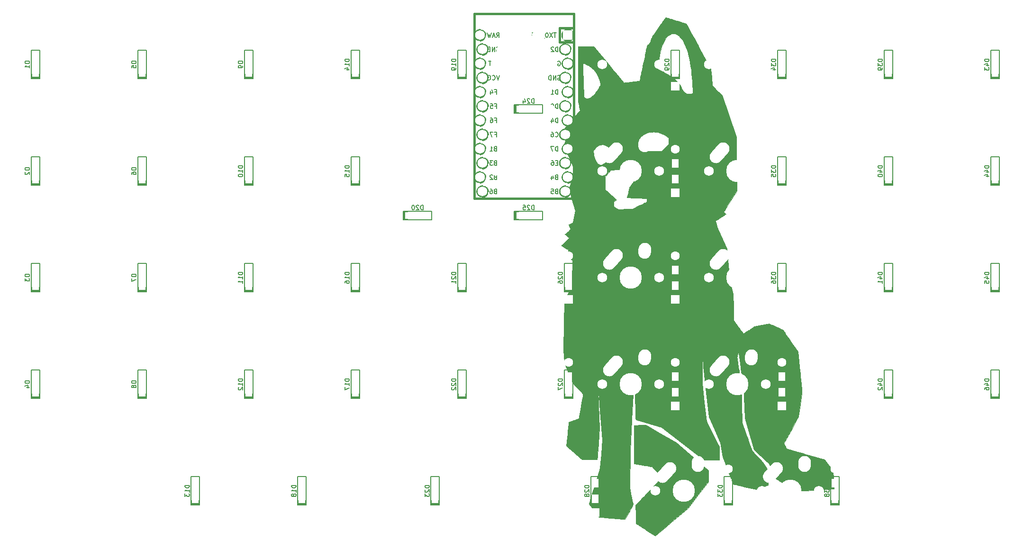
<source format=gbo>
G04 #@! TF.GenerationSoftware,KiCad,Pcbnew,(5.1.12)-1*
G04 #@! TF.CreationDate,2022-09-08T23:58:54-04:00*
G04 #@! TF.ProjectId,my-keeb-pro-micro,6d792d6b-6565-4622-9d70-726f2d6d6963,rev?*
G04 #@! TF.SameCoordinates,Original*
G04 #@! TF.FileFunction,Legend,Bot*
G04 #@! TF.FilePolarity,Positive*
%FSLAX46Y46*%
G04 Gerber Fmt 4.6, Leading zero omitted, Abs format (unit mm)*
G04 Created by KiCad (PCBNEW (5.1.12)-1) date 2022-09-08 23:58:54*
%MOMM*%
%LPD*%
G01*
G04 APERTURE LIST*
%ADD10C,0.010000*%
%ADD11C,0.150000*%
%ADD12C,0.381000*%
%ADD13C,2.000000*%
%ADD14R,1.600000X1.600000*%
%ADD15C,1.600000*%
%ADD16R,1.200000X1.600000*%
%ADD17C,2.250000*%
%ADD18C,3.987800*%
%ADD19C,1.750000*%
%ADD20R,1.752600X1.752600*%
%ADD21C,1.752600*%
%ADD22R,1.600000X1.200000*%
G04 APERTURE END LIST*
D10*
G36*
X141965884Y-88207264D02*
G01*
X144655100Y-89780289D01*
X150392872Y-94719675D01*
X150406895Y-95453962D01*
X150410312Y-95642534D01*
X150413407Y-95831864D01*
X150416076Y-96014160D01*
X150418216Y-96181628D01*
X150419723Y-96326475D01*
X150420495Y-96440907D01*
X150420571Y-96486417D01*
X150420226Y-96784583D01*
X148604741Y-99154973D01*
X146789257Y-101525364D01*
X143869045Y-103995472D01*
X143564017Y-104253342D01*
X143267460Y-104503772D01*
X142981006Y-104745396D01*
X142706283Y-104976849D01*
X142444924Y-105196767D01*
X142198559Y-105403785D01*
X141968817Y-105596539D01*
X141757331Y-105773662D01*
X141565729Y-105933792D01*
X141395643Y-106075562D01*
X141248704Y-106197608D01*
X141126541Y-106298565D01*
X141030786Y-106377069D01*
X140963069Y-106431754D01*
X140925020Y-106461256D01*
X140917084Y-106466304D01*
X140895180Y-106455047D01*
X140840394Y-106422130D01*
X140755214Y-106369151D01*
X140642128Y-106297709D01*
X140503626Y-106209401D01*
X140342196Y-106105827D01*
X140160328Y-105988584D01*
X139960511Y-105859270D01*
X139745232Y-105719483D01*
X139516982Y-105570823D01*
X139278249Y-105414886D01*
X139202584Y-105365371D01*
X138961092Y-105207177D01*
X138729475Y-105055269D01*
X138510214Y-104911283D01*
X138305790Y-104776856D01*
X138118683Y-104653627D01*
X137951374Y-104543231D01*
X137806343Y-104447307D01*
X137686070Y-104367492D01*
X137593038Y-104305423D01*
X137529725Y-104262738D01*
X137498614Y-104241073D01*
X137495912Y-104238899D01*
X137490581Y-104217234D01*
X137485114Y-104162460D01*
X137479472Y-104073493D01*
X137473614Y-103949246D01*
X137467501Y-103788634D01*
X137461094Y-103590570D01*
X137454353Y-103353969D01*
X137447239Y-103077745D01*
X137439712Y-102760811D01*
X137435834Y-102589098D01*
X137399678Y-100964113D01*
X137512672Y-100842114D01*
X137540031Y-100812993D01*
X137594891Y-100754988D01*
X137675565Y-100669873D01*
X137780363Y-100559425D01*
X137907599Y-100425420D01*
X138055585Y-100269633D01*
X138222631Y-100093841D01*
X138407052Y-99899819D01*
X138607157Y-99689344D01*
X138821261Y-99464192D01*
X139047674Y-99226138D01*
X139284709Y-98976959D01*
X139530678Y-98718430D01*
X139783893Y-98452327D01*
X139858750Y-98373667D01*
X140111755Y-98107764D01*
X140356759Y-97850163D01*
X140592176Y-97602536D01*
X140816422Y-97366555D01*
X141027909Y-97143893D01*
X141225052Y-96936221D01*
X141406265Y-96745213D01*
X141569964Y-96572541D01*
X141714560Y-96419877D01*
X141838470Y-96288893D01*
X141940107Y-96181261D01*
X142017886Y-96098654D01*
X142070220Y-96042744D01*
X142095524Y-96015204D01*
X142097716Y-96012545D01*
X142084922Y-95994755D01*
X142046248Y-95949277D01*
X141984697Y-95879375D01*
X141903274Y-95788312D01*
X141804980Y-95679351D01*
X141692819Y-95555754D01*
X141569794Y-95420784D01*
X141438908Y-95277706D01*
X141303164Y-95129781D01*
X141165566Y-94980272D01*
X141029115Y-94832443D01*
X140896815Y-94689556D01*
X140771670Y-94554875D01*
X140656682Y-94431663D01*
X140554854Y-94323182D01*
X140469190Y-94232695D01*
X140402692Y-94163466D01*
X140358364Y-94118757D01*
X140339208Y-94101832D01*
X140314747Y-94096886D01*
X140251845Y-94085331D01*
X140153779Y-94067742D01*
X140023826Y-94044696D01*
X139865265Y-94016767D01*
X139681372Y-93984531D01*
X139475426Y-93948564D01*
X139250703Y-93909443D01*
X139010482Y-93867741D01*
X138758040Y-93824036D01*
X138733525Y-93819798D01*
X137153216Y-93546629D01*
X137141229Y-93271190D01*
X137139756Y-93218111D01*
X137138163Y-93125297D01*
X137136470Y-92995347D01*
X137134696Y-92830858D01*
X137132859Y-92634429D01*
X137130978Y-92408658D01*
X137129071Y-92156142D01*
X137127158Y-91879481D01*
X137125256Y-91581272D01*
X137123385Y-91264114D01*
X137121564Y-90930604D01*
X137119811Y-90583341D01*
X137118144Y-90224924D01*
X137116584Y-89857949D01*
X137116507Y-89839112D01*
X137103773Y-86682474D01*
X137819803Y-86669550D01*
X138011203Y-86665951D01*
X138207838Y-86661993D01*
X138400832Y-86657873D01*
X138581308Y-86653789D01*
X138740389Y-86649938D01*
X138869196Y-86646515D01*
X138906250Y-86645432D01*
X139276667Y-86634239D01*
X141965884Y-88207264D01*
G37*
X141965884Y-88207264D02*
X144655100Y-89780289D01*
X150392872Y-94719675D01*
X150406895Y-95453962D01*
X150410312Y-95642534D01*
X150413407Y-95831864D01*
X150416076Y-96014160D01*
X150418216Y-96181628D01*
X150419723Y-96326475D01*
X150420495Y-96440907D01*
X150420571Y-96486417D01*
X150420226Y-96784583D01*
X148604741Y-99154973D01*
X146789257Y-101525364D01*
X143869045Y-103995472D01*
X143564017Y-104253342D01*
X143267460Y-104503772D01*
X142981006Y-104745396D01*
X142706283Y-104976849D01*
X142444924Y-105196767D01*
X142198559Y-105403785D01*
X141968817Y-105596539D01*
X141757331Y-105773662D01*
X141565729Y-105933792D01*
X141395643Y-106075562D01*
X141248704Y-106197608D01*
X141126541Y-106298565D01*
X141030786Y-106377069D01*
X140963069Y-106431754D01*
X140925020Y-106461256D01*
X140917084Y-106466304D01*
X140895180Y-106455047D01*
X140840394Y-106422130D01*
X140755214Y-106369151D01*
X140642128Y-106297709D01*
X140503626Y-106209401D01*
X140342196Y-106105827D01*
X140160328Y-105988584D01*
X139960511Y-105859270D01*
X139745232Y-105719483D01*
X139516982Y-105570823D01*
X139278249Y-105414886D01*
X139202584Y-105365371D01*
X138961092Y-105207177D01*
X138729475Y-105055269D01*
X138510214Y-104911283D01*
X138305790Y-104776856D01*
X138118683Y-104653627D01*
X137951374Y-104543231D01*
X137806343Y-104447307D01*
X137686070Y-104367492D01*
X137593038Y-104305423D01*
X137529725Y-104262738D01*
X137498614Y-104241073D01*
X137495912Y-104238899D01*
X137490581Y-104217234D01*
X137485114Y-104162460D01*
X137479472Y-104073493D01*
X137473614Y-103949246D01*
X137467501Y-103788634D01*
X137461094Y-103590570D01*
X137454353Y-103353969D01*
X137447239Y-103077745D01*
X137439712Y-102760811D01*
X137435834Y-102589098D01*
X137399678Y-100964113D01*
X137512672Y-100842114D01*
X137540031Y-100812993D01*
X137594891Y-100754988D01*
X137675565Y-100669873D01*
X137780363Y-100559425D01*
X137907599Y-100425420D01*
X138055585Y-100269633D01*
X138222631Y-100093841D01*
X138407052Y-99899819D01*
X138607157Y-99689344D01*
X138821261Y-99464192D01*
X139047674Y-99226138D01*
X139284709Y-98976959D01*
X139530678Y-98718430D01*
X139783893Y-98452327D01*
X139858750Y-98373667D01*
X140111755Y-98107764D01*
X140356759Y-97850163D01*
X140592176Y-97602536D01*
X140816422Y-97366555D01*
X141027909Y-97143893D01*
X141225052Y-96936221D01*
X141406265Y-96745213D01*
X141569964Y-96572541D01*
X141714560Y-96419877D01*
X141838470Y-96288893D01*
X141940107Y-96181261D01*
X142017886Y-96098654D01*
X142070220Y-96042744D01*
X142095524Y-96015204D01*
X142097716Y-96012545D01*
X142084922Y-95994755D01*
X142046248Y-95949277D01*
X141984697Y-95879375D01*
X141903274Y-95788312D01*
X141804980Y-95679351D01*
X141692819Y-95555754D01*
X141569794Y-95420784D01*
X141438908Y-95277706D01*
X141303164Y-95129781D01*
X141165566Y-94980272D01*
X141029115Y-94832443D01*
X140896815Y-94689556D01*
X140771670Y-94554875D01*
X140656682Y-94431663D01*
X140554854Y-94323182D01*
X140469190Y-94232695D01*
X140402692Y-94163466D01*
X140358364Y-94118757D01*
X140339208Y-94101832D01*
X140314747Y-94096886D01*
X140251845Y-94085331D01*
X140153779Y-94067742D01*
X140023826Y-94044696D01*
X139865265Y-94016767D01*
X139681372Y-93984531D01*
X139475426Y-93948564D01*
X139250703Y-93909443D01*
X139010482Y-93867741D01*
X138758040Y-93824036D01*
X138733525Y-93819798D01*
X137153216Y-93546629D01*
X137141229Y-93271190D01*
X137139756Y-93218111D01*
X137138163Y-93125297D01*
X137136470Y-92995347D01*
X137134696Y-92830858D01*
X137132859Y-92634429D01*
X137130978Y-92408658D01*
X137129071Y-92156142D01*
X137127158Y-91879481D01*
X137125256Y-91581272D01*
X137123385Y-91264114D01*
X137121564Y-90930604D01*
X137119811Y-90583341D01*
X137118144Y-90224924D01*
X137116584Y-89857949D01*
X137116507Y-89839112D01*
X137103773Y-86682474D01*
X137819803Y-86669550D01*
X138011203Y-86665951D01*
X138207838Y-86661993D01*
X138400832Y-86657873D01*
X138581308Y-86653789D01*
X138740389Y-86649938D01*
X138869196Y-86646515D01*
X138906250Y-86645432D01*
X139276667Y-86634239D01*
X141965884Y-88207264D01*
G36*
X142790259Y-13785600D02*
G01*
X142850132Y-13803186D01*
X142943369Y-13831184D01*
X143066500Y-13868522D01*
X143216054Y-13914124D01*
X143388563Y-13966919D01*
X143580556Y-14025834D01*
X143788564Y-14089794D01*
X144009117Y-14157727D01*
X144238746Y-14228559D01*
X144473980Y-14301218D01*
X144711350Y-14374629D01*
X144947387Y-14447720D01*
X145178620Y-14519417D01*
X145401580Y-14588647D01*
X145612797Y-14654337D01*
X145808801Y-14715414D01*
X145986123Y-14770804D01*
X146141294Y-14819434D01*
X146270842Y-14860231D01*
X146371299Y-14892121D01*
X146439195Y-14914031D01*
X146471061Y-14924889D01*
X146473052Y-14925801D01*
X146483734Y-14944800D01*
X146513771Y-14999269D01*
X146562240Y-15087516D01*
X146628214Y-15207851D01*
X146710772Y-15358584D01*
X146808987Y-15538023D01*
X146921936Y-15744479D01*
X147048695Y-15976260D01*
X147188339Y-16231676D01*
X147339944Y-16509036D01*
X147502585Y-16806651D01*
X147675339Y-17122828D01*
X147857281Y-17455878D01*
X148047487Y-17804110D01*
X148245032Y-18165833D01*
X148448993Y-18539357D01*
X148658444Y-18922991D01*
X148686743Y-18974829D01*
X150893206Y-23016574D01*
X150986081Y-24467579D01*
X151078956Y-25918583D01*
X151974923Y-26818167D01*
X152870890Y-27717750D01*
X154131021Y-31453667D01*
X155391152Y-35189583D01*
X155496888Y-44816803D01*
X154311006Y-46688238D01*
X154149309Y-46943830D01*
X153994462Y-47189415D01*
X153847926Y-47422632D01*
X153711160Y-47641120D01*
X153585625Y-47842519D01*
X153472781Y-48024468D01*
X153374088Y-48184606D01*
X153291007Y-48320572D01*
X153224998Y-48430007D01*
X153177521Y-48510548D01*
X153150037Y-48559836D01*
X153143562Y-48575494D01*
X153166239Y-48594625D01*
X153214319Y-48634988D01*
X153280730Y-48690653D01*
X153357792Y-48755178D01*
X153433476Y-48819651D01*
X153495548Y-48874684D01*
X153537678Y-48914509D01*
X153553534Y-48933360D01*
X153553540Y-48933478D01*
X153536122Y-48947153D01*
X153486103Y-48981087D01*
X153406806Y-49033146D01*
X153301554Y-49101196D01*
X153173673Y-49183103D01*
X153026485Y-49276732D01*
X152863315Y-49379951D01*
X152687487Y-49490624D01*
X152613063Y-49537312D01*
X152431742Y-49651501D01*
X152262539Y-49759129D01*
X152108689Y-49858063D01*
X151973427Y-49946173D01*
X151859991Y-50021327D01*
X151771615Y-50081394D01*
X151711536Y-50124243D01*
X151682990Y-50147742D01*
X151681079Y-50151146D01*
X151688448Y-50177150D01*
X151705165Y-50238770D01*
X151729809Y-50330682D01*
X151760957Y-50447559D01*
X151797189Y-50584079D01*
X151837083Y-50734916D01*
X151848674Y-50778833D01*
X152007819Y-51382083D01*
X152877710Y-53265917D01*
X153747601Y-55149750D01*
X154010013Y-58075721D01*
X154272425Y-61001691D01*
X154827163Y-63171917D01*
X154883582Y-65535405D01*
X154940000Y-67898893D01*
X155786667Y-69096557D01*
X155977237Y-69365387D01*
X156144654Y-69599980D01*
X156288835Y-69800226D01*
X156409700Y-69966014D01*
X156507167Y-70097235D01*
X156581156Y-70193780D01*
X156631586Y-70255537D01*
X156658375Y-70282398D01*
X156662086Y-70283561D01*
X156685032Y-70270706D01*
X156740588Y-70237607D01*
X156825382Y-70186325D01*
X156936043Y-70118921D01*
X157069200Y-70037455D01*
X157221482Y-69943988D01*
X157389518Y-69840582D01*
X157569936Y-69729298D01*
X157682247Y-69659900D01*
X158673656Y-69046899D01*
X159926100Y-68792283D01*
X160151445Y-68746628D01*
X160365331Y-68703598D01*
X160564001Y-68663929D01*
X160743702Y-68628355D01*
X160900677Y-68597613D01*
X161031172Y-68572438D01*
X161131431Y-68553565D01*
X161197699Y-68541729D01*
X161226151Y-68537667D01*
X161253872Y-68546161D01*
X161316064Y-68570447D01*
X161408689Y-68608725D01*
X161527714Y-68659195D01*
X161669101Y-68720060D01*
X161828816Y-68789519D01*
X162002822Y-68865775D01*
X162187083Y-68947029D01*
X162377565Y-69031481D01*
X162570230Y-69117332D01*
X162761044Y-69202785D01*
X162945971Y-69286039D01*
X163120974Y-69365296D01*
X163282018Y-69438758D01*
X163425067Y-69504625D01*
X163546086Y-69561098D01*
X163641038Y-69606378D01*
X163705888Y-69638668D01*
X163736600Y-69656167D01*
X163737808Y-69657195D01*
X163754212Y-69678903D01*
X163792936Y-69733274D01*
X163852403Y-69818026D01*
X163931036Y-69930877D01*
X164027258Y-70069545D01*
X164139493Y-70231749D01*
X164266165Y-70415208D01*
X164405696Y-70617639D01*
X164556509Y-70836760D01*
X164717029Y-71070292D01*
X164885679Y-71315951D01*
X165060881Y-71571456D01*
X165091310Y-71615862D01*
X166410005Y-73540474D01*
X166775370Y-77055695D01*
X166815146Y-77439045D01*
X166853719Y-77812095D01*
X166890860Y-78172568D01*
X166926338Y-78518184D01*
X166959925Y-78846666D01*
X166991391Y-79155734D01*
X167020506Y-79443112D01*
X167047041Y-79706519D01*
X167070766Y-79943678D01*
X167091452Y-80152310D01*
X167108869Y-80330138D01*
X167122787Y-80474881D01*
X167132978Y-80584263D01*
X167139211Y-80656004D01*
X167141258Y-80687333D01*
X167138525Y-80724162D01*
X167130432Y-80799973D01*
X167117358Y-80911803D01*
X167099682Y-81056692D01*
X167077784Y-81231679D01*
X167052043Y-81433801D01*
X167022837Y-81660098D01*
X166990546Y-81907609D01*
X166955549Y-82173372D01*
X166918225Y-82454425D01*
X166878954Y-82747808D01*
X166848561Y-82973333D01*
X166555342Y-85142917D01*
X165240022Y-87530671D01*
X163924703Y-89918426D01*
X164140536Y-90388171D01*
X164200582Y-90518637D01*
X164254738Y-90635887D01*
X164300521Y-90734577D01*
X164335446Y-90809364D01*
X164357030Y-90854905D01*
X164362933Y-90866609D01*
X164383664Y-90873242D01*
X164443005Y-90890827D01*
X164538837Y-90918756D01*
X164669045Y-90956425D01*
X164831511Y-91003227D01*
X165024119Y-91058556D01*
X165244752Y-91121807D01*
X165491294Y-91192374D01*
X165761627Y-91269651D01*
X166053635Y-91353032D01*
X166365202Y-91441911D01*
X166694210Y-91535683D01*
X167038544Y-91633741D01*
X167396085Y-91735479D01*
X167764658Y-91840275D01*
X171159821Y-92805250D01*
X171921640Y-93790204D01*
X172683459Y-94775157D01*
X172770761Y-96330204D01*
X172785067Y-96585034D01*
X172798769Y-96829144D01*
X172811670Y-97058992D01*
X172823569Y-97271036D01*
X172834268Y-97461733D01*
X172843570Y-97627542D01*
X172851274Y-97764921D01*
X172857183Y-97870326D01*
X172861097Y-97940217D01*
X172862755Y-97969917D01*
X172867445Y-98054583D01*
X172455056Y-98081239D01*
X172383741Y-98085780D01*
X172273057Y-98092737D01*
X172125887Y-98101929D01*
X171945116Y-98113179D01*
X171733628Y-98126308D01*
X171494308Y-98141138D01*
X171230039Y-98157491D01*
X170943706Y-98175187D01*
X170638193Y-98194049D01*
X170316384Y-98213898D01*
X169981164Y-98234556D01*
X169635417Y-98255844D01*
X169282027Y-98277584D01*
X169128705Y-98287010D01*
X166214743Y-98466127D01*
X164249788Y-97310951D01*
X163984459Y-97154807D01*
X163729086Y-97004212D01*
X163486079Y-96860602D01*
X163257847Y-96725414D01*
X163046797Y-96600087D01*
X162855339Y-96486056D01*
X162685882Y-96384760D01*
X162540835Y-96297635D01*
X162422605Y-96226118D01*
X162333602Y-96171648D01*
X162276235Y-96135660D01*
X162252913Y-96119592D01*
X162252764Y-96119433D01*
X162239727Y-96093681D01*
X162213074Y-96031818D01*
X162174182Y-95937321D01*
X162124428Y-95813668D01*
X162065191Y-95664336D01*
X161997850Y-95492802D01*
X161923781Y-95302544D01*
X161844363Y-95097038D01*
X161760973Y-94879763D01*
X161746205Y-94841131D01*
X161271717Y-93599173D01*
X160002752Y-92397878D01*
X159805220Y-92210924D01*
X159614586Y-92030584D01*
X159433370Y-91859236D01*
X159264091Y-91699258D01*
X159109266Y-91553028D01*
X158971417Y-91422924D01*
X158853061Y-91311324D01*
X158756718Y-91220606D01*
X158684906Y-91153149D01*
X158640145Y-91111330D01*
X158629307Y-91101333D01*
X158524827Y-91006083D01*
X156925567Y-85460417D01*
X156705291Y-79766583D01*
X156228694Y-76517854D01*
X156175051Y-76152371D01*
X156123045Y-75798392D01*
X156073009Y-75458174D01*
X156025279Y-75133971D01*
X155980187Y-74828040D01*
X155938068Y-74542637D01*
X155899255Y-74280017D01*
X155864081Y-74042436D01*
X155832882Y-73832150D01*
X155805990Y-73651415D01*
X155783740Y-73502486D01*
X155766465Y-73387620D01*
X155754499Y-73309071D01*
X155748175Y-73269096D01*
X155747248Y-73264276D01*
X155742633Y-73282462D01*
X155732941Y-73336632D01*
X155719057Y-73420855D01*
X155701867Y-73529204D01*
X155682256Y-73655751D01*
X155661109Y-73794566D01*
X155639312Y-73939721D01*
X155617750Y-74085288D01*
X155597309Y-74225338D01*
X155578875Y-74353942D01*
X155563332Y-74465172D01*
X155551565Y-74553100D01*
X155544462Y-74611797D01*
X155542730Y-74633667D01*
X155546095Y-74661123D01*
X155555669Y-74727715D01*
X155571039Y-74830769D01*
X155591791Y-74967606D01*
X155617510Y-75135553D01*
X155647782Y-75331933D01*
X155682194Y-75554071D01*
X155720331Y-75799290D01*
X155761779Y-76064916D01*
X155806125Y-76348271D01*
X155852953Y-76646681D01*
X155901851Y-76957470D01*
X155925921Y-77110167D01*
X156308187Y-79533750D01*
X156383039Y-82856917D01*
X156457892Y-86180083D01*
X157325016Y-88677750D01*
X157433960Y-88991241D01*
X157539399Y-89294038D01*
X157640469Y-89583689D01*
X157736306Y-89857744D01*
X157826045Y-90113750D01*
X157908822Y-90349257D01*
X157983772Y-90561814D01*
X158050033Y-90748970D01*
X158106738Y-90908273D01*
X158153025Y-91037273D01*
X158188028Y-91133518D01*
X158210884Y-91194556D01*
X158220591Y-91217750D01*
X158239588Y-91240165D01*
X158285008Y-91290854D01*
X158354389Y-91367141D01*
X158445268Y-91466354D01*
X158555183Y-91585818D01*
X158681672Y-91722859D01*
X158822272Y-91874803D01*
X158974521Y-92038976D01*
X159135957Y-92212703D01*
X159211901Y-92294313D01*
X160174759Y-93328543D01*
X160676365Y-94109527D01*
X161177972Y-94890511D01*
X161143861Y-95996297D01*
X161137238Y-96213786D01*
X161131045Y-96422515D01*
X161125408Y-96617876D01*
X161120453Y-96795260D01*
X161116305Y-96950060D01*
X161113090Y-97077666D01*
X161110933Y-97173472D01*
X161109960Y-97232868D01*
X161109917Y-97242371D01*
X161110084Y-97382659D01*
X158940500Y-98168139D01*
X156881362Y-97685584D01*
X156593647Y-97618096D01*
X156317718Y-97553254D01*
X156056350Y-97491714D01*
X155812318Y-97434135D01*
X155588397Y-97381178D01*
X155387362Y-97333499D01*
X155211987Y-97291759D01*
X155065048Y-97256615D01*
X154949318Y-97228726D01*
X154867574Y-97208752D01*
X154822589Y-97197351D01*
X154814387Y-97194889D01*
X154806102Y-97174434D01*
X154783845Y-97116733D01*
X154748518Y-97024178D01*
X154701023Y-96899156D01*
X154642264Y-96744058D01*
X154573142Y-96561273D01*
X154494560Y-96353191D01*
X154407420Y-96122200D01*
X154312624Y-95870690D01*
X154211075Y-95601051D01*
X154103676Y-95315671D01*
X153991328Y-95016941D01*
X153880426Y-94721866D01*
X152954302Y-92256981D01*
X152544720Y-89841917D01*
X151545184Y-87513583D01*
X150545649Y-85185250D01*
X150174940Y-82306583D01*
X149804232Y-79427917D01*
X149576337Y-76782083D01*
X149541948Y-76383717D01*
X149510883Y-76025856D01*
X149482978Y-75706818D01*
X149458070Y-75424919D01*
X149435997Y-75178476D01*
X149416594Y-74965804D01*
X149399699Y-74785220D01*
X149385147Y-74635041D01*
X149372776Y-74513583D01*
X149362423Y-74419163D01*
X149353924Y-74350096D01*
X149347115Y-74304701D01*
X149341835Y-74281292D01*
X149337918Y-74278187D01*
X149335202Y-74293702D01*
X149335090Y-74295000D01*
X149333207Y-74337189D01*
X149331198Y-74418782D01*
X149329092Y-74536848D01*
X149326916Y-74688459D01*
X149324701Y-74870684D01*
X149322474Y-75080595D01*
X149320266Y-75315260D01*
X149318104Y-75571751D01*
X149316018Y-75847138D01*
X149314037Y-76138492D01*
X149312189Y-76442882D01*
X149310504Y-76757379D01*
X149310225Y-76813833D01*
X149298714Y-79173917D01*
X149709306Y-82550000D01*
X150119899Y-85926083D01*
X151231763Y-88218290D01*
X152343627Y-90510498D01*
X152374527Y-92900500D01*
X149550566Y-92900500D01*
X145810617Y-89962299D01*
X142070667Y-87024099D01*
X139758855Y-86359630D01*
X137447043Y-85695160D01*
X137437034Y-85609538D01*
X137435482Y-85580228D01*
X137432851Y-85510625D01*
X137429199Y-85402755D01*
X137424585Y-85258643D01*
X137419068Y-85080314D01*
X137412707Y-84869794D01*
X137405560Y-84629108D01*
X137397686Y-84360280D01*
X137389144Y-84065338D01*
X137379993Y-83746306D01*
X137370291Y-83405208D01*
X137360098Y-83044072D01*
X137349471Y-82664921D01*
X137338470Y-82269782D01*
X137327154Y-81860679D01*
X137315581Y-81439639D01*
X137308032Y-81163583D01*
X137296374Y-80737019D01*
X137284989Y-80321691D01*
X137273933Y-79919584D01*
X137263262Y-79532680D01*
X137253031Y-79162963D01*
X137243297Y-78812416D01*
X137234114Y-78483021D01*
X137225540Y-78176762D01*
X137217628Y-77895623D01*
X137210436Y-77641586D01*
X137204019Y-77416634D01*
X137198433Y-77222750D01*
X137193733Y-77061918D01*
X137189976Y-76936121D01*
X137187216Y-76847342D01*
X137185510Y-76797564D01*
X137184984Y-76787015D01*
X137183620Y-76806655D01*
X137180203Y-76867049D01*
X137174812Y-76966671D01*
X137167524Y-77103998D01*
X137158417Y-77277502D01*
X137147570Y-77485659D01*
X137135061Y-77726944D01*
X137120968Y-77999830D01*
X137105369Y-78302793D01*
X137088343Y-78634308D01*
X137069967Y-78992848D01*
X137050319Y-79376888D01*
X137029478Y-79784904D01*
X137007522Y-80215369D01*
X136984528Y-80666759D01*
X136960576Y-81137547D01*
X136935744Y-81626209D01*
X136910108Y-82131220D01*
X136883748Y-82651053D01*
X136856742Y-83184183D01*
X136829168Y-83729085D01*
X136815224Y-84004848D01*
X136449521Y-91238917D01*
X136342215Y-97864083D01*
X136648765Y-99324583D01*
X136699800Y-99567902D01*
X136748375Y-99799824D01*
X136793773Y-100016905D01*
X136835278Y-100215703D01*
X136872173Y-100392774D01*
X136903740Y-100544677D01*
X136929263Y-100667967D01*
X136948026Y-100759202D01*
X136959312Y-100814939D01*
X136962407Y-100831173D01*
X136953614Y-100859817D01*
X136924329Y-100924428D01*
X136874988Y-101024175D01*
X136806027Y-101158227D01*
X136717881Y-101325752D01*
X136610987Y-101525920D01*
X136485779Y-101757899D01*
X136342695Y-102020857D01*
X136249834Y-102190621D01*
X135530167Y-103503979D01*
X135413750Y-103501318D01*
X135337370Y-103498418D01*
X135270668Y-103493945D01*
X135244417Y-103491103D01*
X135216395Y-103488255D01*
X135149066Y-103481997D01*
X135045299Y-103472584D01*
X134907962Y-103460268D01*
X134739923Y-103445304D01*
X134544050Y-103427945D01*
X134323212Y-103408446D01*
X134080276Y-103387059D01*
X133818111Y-103364040D01*
X133539585Y-103339641D01*
X133247566Y-103314116D01*
X133012839Y-103293638D01*
X132713237Y-103267379D01*
X132425545Y-103241886D01*
X132152567Y-103217422D01*
X131897104Y-103194249D01*
X131661959Y-103172633D01*
X131449935Y-103152836D01*
X131263833Y-103135123D01*
X131106457Y-103119755D01*
X130980608Y-103106998D01*
X130889089Y-103097115D01*
X130834703Y-103090369D01*
X130819811Y-103087406D01*
X130805165Y-103067996D01*
X130767557Y-103017268D01*
X130709063Y-102938041D01*
X130631757Y-102833134D01*
X130537712Y-102705365D01*
X130429004Y-102557554D01*
X130307706Y-102392519D01*
X130175894Y-102213080D01*
X130035640Y-102022056D01*
X129951135Y-101906917D01*
X129788832Y-101685077D01*
X129640011Y-101480323D01*
X129506145Y-101294745D01*
X129388709Y-101130430D01*
X129289177Y-100989466D01*
X129209023Y-100873943D01*
X129149722Y-100785949D01*
X129112746Y-100727572D01*
X129099570Y-100700900D01*
X129099564Y-100700417D01*
X129106046Y-100675744D01*
X129124419Y-100612856D01*
X129154002Y-100513961D01*
X129194119Y-100381269D01*
X129244091Y-100216988D01*
X129303242Y-100023327D01*
X129370891Y-99802496D01*
X129446363Y-99556704D01*
X129528979Y-99288159D01*
X129618060Y-98999071D01*
X129712929Y-98691649D01*
X129812909Y-98368102D01*
X129917321Y-98030639D01*
X130025487Y-97681470D01*
X130077190Y-97514715D01*
X131052079Y-94371347D01*
X131274999Y-91842048D01*
X131497918Y-89312750D01*
X131069482Y-84176116D01*
X131030888Y-83713747D01*
X130993175Y-83262610D01*
X130956496Y-82824513D01*
X130921005Y-82401262D01*
X130886854Y-81994664D01*
X130854197Y-81606525D01*
X130823188Y-81238653D01*
X130793978Y-80892854D01*
X130766722Y-80570934D01*
X130741573Y-80274700D01*
X130718684Y-80005960D01*
X130698207Y-79766518D01*
X130680297Y-79558184D01*
X130665106Y-79382761D01*
X130652788Y-79242059D01*
X130643495Y-79137883D01*
X130637382Y-79072039D01*
X130634601Y-79046335D01*
X130634489Y-79046038D01*
X130634772Y-79067514D01*
X130636907Y-79129226D01*
X130640805Y-79229123D01*
X130646375Y-79365151D01*
X130653528Y-79535257D01*
X130662172Y-79737391D01*
X130672220Y-79969500D01*
X130683579Y-80229530D01*
X130696161Y-80515430D01*
X130709876Y-80825147D01*
X130724632Y-81156629D01*
X130740341Y-81507823D01*
X130756912Y-81876678D01*
X130774255Y-82261140D01*
X130792280Y-82659158D01*
X130810898Y-83068678D01*
X130811987Y-83092588D01*
X130996040Y-87132583D01*
X130774266Y-89963615D01*
X130747386Y-90305844D01*
X130721283Y-90636392D01*
X130696158Y-90952809D01*
X130672213Y-91252642D01*
X130649646Y-91533440D01*
X130628659Y-91792751D01*
X130609452Y-92028125D01*
X130592225Y-92237109D01*
X130577180Y-92417251D01*
X130564516Y-92566101D01*
X130554434Y-92681207D01*
X130547135Y-92760117D01*
X130542818Y-92800380D01*
X130541900Y-92805239D01*
X130519453Y-92807284D01*
X130458240Y-92809628D01*
X130361822Y-92812206D01*
X130233766Y-92814956D01*
X130077635Y-92817813D01*
X129896992Y-92820713D01*
X129695403Y-92823594D01*
X129476432Y-92826391D01*
X129243642Y-92829040D01*
X129165513Y-92829859D01*
X127799720Y-92843886D01*
X126468527Y-91651984D01*
X126265239Y-91469937D01*
X126070247Y-91295263D01*
X125885967Y-91130127D01*
X125714812Y-90976696D01*
X125559197Y-90837135D01*
X125421536Y-90713610D01*
X125304242Y-90608289D01*
X125209731Y-90523335D01*
X125140416Y-90460917D01*
X125098712Y-90423199D01*
X125087703Y-90413096D01*
X125038072Y-90366110D01*
X125263950Y-88241489D01*
X125295371Y-87946237D01*
X125325567Y-87663087D01*
X125354235Y-87394850D01*
X125381070Y-87144335D01*
X125405771Y-86914355D01*
X125428033Y-86707720D01*
X125447554Y-86527242D01*
X125464031Y-86375730D01*
X125477159Y-86255997D01*
X125486636Y-86170852D01*
X125492159Y-86123107D01*
X125493497Y-86113441D01*
X125513643Y-86106118D01*
X125569789Y-86086556D01*
X125657856Y-86056153D01*
X125773770Y-86016309D01*
X125913452Y-85968425D01*
X126072827Y-85913900D01*
X126247817Y-85854133D01*
X126374607Y-85810887D01*
X126558089Y-85748239D01*
X126728857Y-85689746D01*
X126882814Y-85636825D01*
X127015864Y-85590893D01*
X127123911Y-85553364D01*
X127202859Y-85525658D01*
X127248612Y-85509189D01*
X127258675Y-85505130D01*
X127263776Y-85483334D01*
X127275659Y-85423193D01*
X127293724Y-85328044D01*
X127317373Y-85201229D01*
X127346006Y-85046084D01*
X127379025Y-84865951D01*
X127415829Y-84664167D01*
X127455819Y-84444073D01*
X127498398Y-84209006D01*
X127542964Y-83962307D01*
X127588919Y-83707314D01*
X127635664Y-83447366D01*
X127682599Y-83185803D01*
X127729126Y-82925964D01*
X127774645Y-82671188D01*
X127818556Y-82424813D01*
X127860261Y-82190180D01*
X127899160Y-81970627D01*
X127934655Y-81769493D01*
X127966145Y-81590118D01*
X127993033Y-81435840D01*
X128014717Y-81309999D01*
X128030600Y-81215934D01*
X128040082Y-81156983D01*
X128042632Y-81136613D01*
X128027484Y-81116999D01*
X127985568Y-81069339D01*
X127919309Y-80996245D01*
X127831134Y-80900328D01*
X127723465Y-80784200D01*
X127598730Y-80650473D01*
X127459352Y-80501759D01*
X127307756Y-80340669D01*
X127146369Y-80169815D01*
X127074901Y-80094351D01*
X126112636Y-79079060D01*
X126005939Y-78824667D01*
X130612259Y-78824667D01*
X130615585Y-78854715D01*
X130622935Y-78851125D01*
X130625731Y-78807789D01*
X130622935Y-78798208D01*
X130615209Y-78795549D01*
X130612259Y-78824667D01*
X126005939Y-78824667D01*
X125430274Y-77452140D01*
X124747913Y-75825221D01*
X124616372Y-74451569D01*
X124484832Y-73077917D01*
X124721052Y-64478697D01*
X125389348Y-63116223D01*
X126057645Y-61753750D01*
X126078820Y-60071000D01*
X126082265Y-59788968D01*
X126085534Y-59505292D01*
X126088581Y-59224897D01*
X126091361Y-58952704D01*
X126093829Y-58693639D01*
X126095941Y-58452623D01*
X126097650Y-58234581D01*
X126098911Y-58044436D01*
X126099680Y-57887110D01*
X126099912Y-57774417D01*
X126099830Y-57160583D01*
X125589955Y-56896000D01*
X125455181Y-56825451D01*
X125333118Y-56760385D01*
X125228730Y-56703542D01*
X125146983Y-56657664D01*
X125092839Y-56625490D01*
X125071265Y-56609763D01*
X125071168Y-56609563D01*
X125074689Y-56586150D01*
X125087453Y-56527922D01*
X125107907Y-56440999D01*
X125134497Y-56331500D01*
X125165673Y-56205544D01*
X125199880Y-56069251D01*
X125235566Y-55928738D01*
X125271179Y-55790127D01*
X125305165Y-55659536D01*
X125335973Y-55543083D01*
X125362048Y-55446890D01*
X125381840Y-55377074D01*
X125392465Y-55343310D01*
X125376979Y-55327105D01*
X125328895Y-55292161D01*
X125252202Y-55241035D01*
X125150888Y-55176288D01*
X125028939Y-55100479D01*
X124890345Y-55016166D01*
X124777497Y-54948667D01*
X124630651Y-54860741D01*
X124496093Y-54778815D01*
X124378013Y-54705547D01*
X124280602Y-54643592D01*
X124208049Y-54595607D01*
X124164544Y-54564249D01*
X124153469Y-54552992D01*
X124168817Y-54522125D01*
X124193618Y-54499342D01*
X124216929Y-54478790D01*
X124266974Y-54431662D01*
X124340424Y-54361188D01*
X124433952Y-54270598D01*
X124544230Y-54163123D01*
X124667929Y-54041991D01*
X124801722Y-53910434D01*
X124881344Y-53831901D01*
X125528534Y-53192852D01*
X125147434Y-52870425D01*
X125040412Y-52779030D01*
X124945474Y-52696323D01*
X124867028Y-52626278D01*
X124809482Y-52572871D01*
X124777242Y-52540076D01*
X124771917Y-52531766D01*
X124788763Y-52514257D01*
X124836057Y-52471595D01*
X124914112Y-52403511D01*
X125023244Y-52309736D01*
X125163765Y-52190001D01*
X125335992Y-52044038D01*
X125540237Y-51871577D01*
X125743573Y-51700315D01*
X125806979Y-51646963D01*
X125622895Y-51255386D01*
X125556056Y-51110995D01*
X125507541Y-51000755D01*
X125476049Y-50921306D01*
X125460280Y-50869288D01*
X125458936Y-50841342D01*
X125461112Y-50837196D01*
X125486266Y-50819933D01*
X125543295Y-50787430D01*
X125626024Y-50742996D01*
X125728275Y-50689938D01*
X125843870Y-50631564D01*
X125860980Y-50623050D01*
X126238547Y-50435516D01*
X126636545Y-48364038D01*
X126086126Y-46370219D01*
X125535707Y-44376399D01*
X126060619Y-42801979D01*
X126235376Y-42277811D01*
X131940408Y-42277811D01*
X131952517Y-43030530D01*
X131955857Y-43226483D01*
X131959625Y-43427726D01*
X131963637Y-43625634D01*
X131967707Y-43811584D01*
X131971650Y-43976953D01*
X131975280Y-44113117D01*
X131976989Y-44169702D01*
X131989353Y-44556154D01*
X132981885Y-45456832D01*
X133155233Y-45614369D01*
X133318959Y-45763612D01*
X133470419Y-45902121D01*
X133606970Y-46027455D01*
X133725966Y-46137177D01*
X133824764Y-46228847D01*
X133900721Y-46300024D01*
X133951192Y-46348271D01*
X133973534Y-46371147D01*
X133974417Y-46372585D01*
X133958475Y-46390179D01*
X133914734Y-46428032D01*
X133849327Y-46481082D01*
X133768383Y-46544271D01*
X133741584Y-46564755D01*
X133508750Y-46741850D01*
X133510860Y-47125217D01*
X133512281Y-47251498D01*
X133514924Y-47365695D01*
X133518502Y-47460004D01*
X133522727Y-47526622D01*
X133526735Y-47556082D01*
X133545304Y-47581340D01*
X133591342Y-47619344D01*
X133667236Y-47671721D01*
X133775371Y-47740099D01*
X133918134Y-47826104D01*
X133953250Y-47846859D01*
X134366000Y-48090136D01*
X134747000Y-48078023D01*
X134855268Y-48074613D01*
X134998513Y-48070152D01*
X135169397Y-48064866D01*
X135360582Y-48058979D01*
X135564732Y-48052719D01*
X135774509Y-48046311D01*
X135982575Y-48039980D01*
X136006417Y-48039257D01*
X136884834Y-48012604D01*
X138150334Y-47379594D01*
X138415877Y-47246489D01*
X138645361Y-47130826D01*
X138840796Y-47031537D01*
X139004198Y-46947557D01*
X139137578Y-46877819D01*
X139242949Y-46821256D01*
X139322324Y-46776802D01*
X139377716Y-46743390D01*
X139411139Y-46719954D01*
X139424604Y-46705427D01*
X139424971Y-46704250D01*
X139429137Y-46666736D01*
X139433462Y-46597304D01*
X139437396Y-46506365D01*
X139440054Y-46418650D01*
X139446000Y-46175383D01*
X137646834Y-46083305D01*
X137374989Y-46069354D01*
X137115533Y-46055965D01*
X136871541Y-46043299D01*
X136646090Y-46031521D01*
X136442256Y-46020794D01*
X136263115Y-46011280D01*
X136111743Y-46003143D01*
X135991217Y-45996547D01*
X135904613Y-45991653D01*
X135855007Y-45988626D01*
X135843929Y-45987695D01*
X135849332Y-45967580D01*
X135866578Y-45913503D01*
X135893665Y-45831508D01*
X135928592Y-45727641D01*
X135969358Y-45607945D01*
X135978184Y-45582207D01*
X136025107Y-45443817D01*
X136061694Y-45329913D01*
X136090474Y-45229829D01*
X136113973Y-45132902D01*
X136134719Y-45028468D01*
X136155239Y-44905862D01*
X136178061Y-44754420D01*
X136183981Y-44713841D01*
X136251786Y-44247431D01*
X136973532Y-43250457D01*
X136963284Y-42558003D01*
X136953037Y-41865550D01*
X136379185Y-41410513D01*
X135805334Y-40955476D01*
X135667750Y-40966689D01*
X135621639Y-40969518D01*
X135537452Y-40973704D01*
X135419419Y-40979071D01*
X135271771Y-40985442D01*
X135098738Y-40992641D01*
X134904549Y-41000492D01*
X134693435Y-41008818D01*
X134469625Y-41017443D01*
X134273576Y-41024839D01*
X133016986Y-41071776D01*
X132478697Y-41674794D01*
X131940408Y-42277811D01*
X126235376Y-42277811D01*
X126585530Y-41227559D01*
X125587251Y-38993846D01*
X124961665Y-37594058D01*
X129861405Y-37594058D01*
X129886744Y-37831154D01*
X129927004Y-38127808D01*
X129983393Y-38423884D01*
X130053615Y-38710860D01*
X130135377Y-38980216D01*
X130226384Y-39223431D01*
X130310894Y-39406357D01*
X130439208Y-39626519D01*
X130576656Y-39807397D01*
X130722506Y-39948551D01*
X130876025Y-40049539D01*
X131036484Y-40109919D01*
X131203150Y-40129249D01*
X131375291Y-40107089D01*
X131440376Y-40088235D01*
X131620584Y-40011131D01*
X131813458Y-39896329D01*
X132016965Y-39745831D01*
X132229073Y-39561638D01*
X132447750Y-39345751D01*
X132670962Y-39100173D01*
X132896678Y-38826904D01*
X133122863Y-38527947D01*
X133337676Y-38219952D01*
X133448911Y-38054153D01*
X133369579Y-37934202D01*
X133229495Y-37736021D01*
X133071918Y-37536626D01*
X132904330Y-37344291D01*
X132734212Y-37167293D01*
X132569046Y-37013908D01*
X132450417Y-36917452D01*
X132261711Y-36789764D01*
X132063681Y-36682191D01*
X131869025Y-36601259D01*
X131783487Y-36574602D01*
X131698169Y-36553459D01*
X131621057Y-36540899D01*
X131537691Y-36535656D01*
X131433612Y-36536469D01*
X131371934Y-36538644D01*
X131206498Y-36551695D01*
X131062796Y-36579120D01*
X130927124Y-36625281D01*
X130785782Y-36694539D01*
X130672676Y-36761239D01*
X130566994Y-36836195D01*
X130445667Y-36937608D01*
X130317236Y-37057191D01*
X130190242Y-37186657D01*
X130073227Y-37317720D01*
X129984403Y-37428987D01*
X129861405Y-37594058D01*
X124961665Y-37594058D01*
X124588971Y-36760134D01*
X124825273Y-35813976D01*
X124970006Y-35234460D01*
X138250084Y-35234460D01*
X138255931Y-35260610D01*
X138272652Y-35323030D01*
X138299018Y-35417423D01*
X138333799Y-35539494D01*
X138375765Y-35684945D01*
X138423686Y-35849481D01*
X138476333Y-36028805D01*
X138512802Y-36152264D01*
X138576971Y-36368446D01*
X138630883Y-36548396D01*
X138676078Y-36696537D01*
X138714097Y-36817292D01*
X138746482Y-36915083D01*
X138774775Y-36994334D01*
X138800515Y-37059468D01*
X138825245Y-37114909D01*
X138850507Y-37165079D01*
X138877840Y-37214401D01*
X138890577Y-37236387D01*
X138950149Y-37338472D01*
X139013125Y-37446646D01*
X139069509Y-37543732D01*
X139091336Y-37581417D01*
X139177037Y-37729583D01*
X139417352Y-37723909D01*
X139483331Y-37722323D01*
X139586906Y-37719795D01*
X139723352Y-37716443D01*
X139887945Y-37712383D01*
X140075961Y-37707732D01*
X140282676Y-37702607D01*
X140503364Y-37697125D01*
X140733302Y-37691402D01*
X140895917Y-37687349D01*
X142134167Y-37656462D01*
X142732125Y-37052771D01*
X143330084Y-36449081D01*
X143330084Y-35294595D01*
X143006092Y-35077940D01*
X142608384Y-34833330D01*
X142206758Y-34628519D01*
X141802906Y-34464251D01*
X141398522Y-34341272D01*
X141255750Y-34307813D01*
X141173247Y-34291130D01*
X141096230Y-34278744D01*
X141016075Y-34270045D01*
X140924159Y-34264421D01*
X140811858Y-34261262D01*
X140670549Y-34259955D01*
X140578417Y-34259805D01*
X140417310Y-34260378D01*
X140290188Y-34262479D01*
X140188712Y-34266688D01*
X140104544Y-34273585D01*
X140029345Y-34283747D01*
X139954777Y-34297756D01*
X139918382Y-34305653D01*
X139547711Y-34409616D01*
X139193442Y-34551556D01*
X138858956Y-34730038D01*
X138737511Y-34807297D01*
X138636175Y-34878270D01*
X138535612Y-34954776D01*
X138441731Y-35031635D01*
X138360442Y-35103668D01*
X138297657Y-35165695D01*
X138259286Y-35212537D01*
X138250084Y-35234460D01*
X124970006Y-35234460D01*
X125061574Y-34867819D01*
X124904715Y-34214684D01*
X124859756Y-34025892D01*
X124824599Y-33874211D01*
X124798497Y-33755753D01*
X124780705Y-33666631D01*
X124770478Y-33602958D01*
X124767069Y-33560847D01*
X124769734Y-33536408D01*
X124773262Y-33529407D01*
X124790510Y-33509080D01*
X124833513Y-33459016D01*
X124900315Y-33381480D01*
X124988959Y-33278739D01*
X125097486Y-33153055D01*
X125223940Y-33006696D01*
X125366364Y-32841925D01*
X125522801Y-32661009D01*
X125691293Y-32466211D01*
X125869883Y-32259798D01*
X126056614Y-32044033D01*
X126109149Y-31983340D01*
X126297838Y-31765352D01*
X126478979Y-31556069D01*
X126650611Y-31357758D01*
X126810771Y-31172688D01*
X126957496Y-31003128D01*
X127088825Y-30851344D01*
X127202794Y-30719606D01*
X127297441Y-30610182D01*
X127370805Y-30525339D01*
X127420921Y-30467346D01*
X127445828Y-30438472D01*
X127447990Y-30435946D01*
X127454258Y-30422156D01*
X127456721Y-30397114D01*
X127454802Y-30357056D01*
X127447928Y-30298219D01*
X127435522Y-30216840D01*
X127417009Y-30109157D01*
X127391813Y-29971406D01*
X127359360Y-29799824D01*
X127319074Y-29590648D01*
X127317549Y-29582772D01*
X127158750Y-28763068D01*
X127158750Y-22100050D01*
X127967255Y-22100050D01*
X127967500Y-22161243D01*
X127968661Y-22239096D01*
X127970786Y-22335603D01*
X127973923Y-22452756D01*
X127978120Y-22592550D01*
X127983427Y-22756978D01*
X127989891Y-22948034D01*
X127997561Y-23167711D01*
X128006486Y-23418004D01*
X128016713Y-23700906D01*
X128028292Y-24018410D01*
X128041270Y-24372511D01*
X128055697Y-24765202D01*
X128069357Y-25136886D01*
X128175631Y-28029177D01*
X128222816Y-28068163D01*
X128328581Y-28139737D01*
X128456079Y-28202116D01*
X128589657Y-28249075D01*
X128713661Y-28274389D01*
X128747654Y-28276866D01*
X128798238Y-28274115D01*
X128871496Y-28265127D01*
X128927571Y-28256043D01*
X129119313Y-28201457D01*
X129318018Y-28105855D01*
X129523002Y-27969858D01*
X129733583Y-27794087D01*
X129949080Y-27579164D01*
X130168809Y-27325709D01*
X130392089Y-27034345D01*
X130599951Y-26733500D01*
X130675711Y-26616245D01*
X130755384Y-26488572D01*
X130835815Y-26355991D01*
X130913847Y-26224013D01*
X130986324Y-26098149D01*
X131050090Y-25983911D01*
X131101990Y-25886809D01*
X131138868Y-25812354D01*
X131157566Y-25766058D01*
X131159250Y-25756827D01*
X131153438Y-25713158D01*
X131137401Y-25636857D01*
X131113233Y-25535795D01*
X131083032Y-25417840D01*
X131048893Y-25290861D01*
X131012913Y-25162728D01*
X130977188Y-25041310D01*
X130943815Y-24934476D01*
X130926057Y-24881417D01*
X130814605Y-24594401D01*
X130677928Y-24299520D01*
X130522268Y-24008145D01*
X130353866Y-23731645D01*
X130178964Y-23481392D01*
X130106947Y-23389167D01*
X129906681Y-23161874D01*
X129677832Y-22936777D01*
X129431594Y-22723659D01*
X129179162Y-22532308D01*
X128969908Y-22395184D01*
X128849892Y-22326526D01*
X128715974Y-22256354D01*
X128575093Y-22187679D01*
X128434186Y-22123513D01*
X128300192Y-22066865D01*
X128180048Y-22020747D01*
X128080693Y-21988170D01*
X128009065Y-21972144D01*
X127992425Y-21971000D01*
X127987093Y-21970690D01*
X127982288Y-21971091D01*
X127978060Y-21974195D01*
X127974456Y-21981996D01*
X127971525Y-21996489D01*
X127969315Y-22019666D01*
X127967876Y-22053522D01*
X127967255Y-22100050D01*
X127158750Y-22100050D01*
X127158750Y-19007667D01*
X129963334Y-19008771D01*
X132638336Y-22236136D01*
X132905180Y-22557999D01*
X133164859Y-22871060D01*
X133416081Y-23173767D01*
X133657554Y-23464570D01*
X133887985Y-23741917D01*
X134106082Y-24004257D01*
X134310553Y-24250039D01*
X134500107Y-24477712D01*
X134673450Y-24685725D01*
X134829290Y-24872527D01*
X134966336Y-25036566D01*
X135083295Y-25176291D01*
X135178875Y-25290152D01*
X135251784Y-25376597D01*
X135300730Y-25434076D01*
X135324420Y-25461036D01*
X135326503Y-25462975D01*
X135357337Y-25460238D01*
X135424993Y-25453225D01*
X135525253Y-25442416D01*
X135653898Y-25428292D01*
X135806709Y-25411333D01*
X135979470Y-25392020D01*
X136167962Y-25370832D01*
X136367966Y-25348251D01*
X136575264Y-25324756D01*
X136785639Y-25300828D01*
X136994872Y-25276947D01*
X137198744Y-25253594D01*
X137393039Y-25231249D01*
X137573537Y-25210392D01*
X137736021Y-25191504D01*
X137876272Y-25175065D01*
X137990073Y-25161555D01*
X138073204Y-25151455D01*
X138121448Y-25145245D01*
X138132205Y-25143467D01*
X138137312Y-25122205D01*
X138150602Y-25061723D01*
X138171608Y-24964238D01*
X138199861Y-24831970D01*
X138234893Y-24667138D01*
X138276236Y-24471961D01*
X138323421Y-24248658D01*
X138375981Y-23999447D01*
X138433448Y-23726548D01*
X138495353Y-23432179D01*
X138561228Y-23118560D01*
X138598925Y-22938892D01*
X141382954Y-22938892D01*
X141383159Y-23039917D01*
X141610496Y-23142829D01*
X141741596Y-23204514D01*
X141900805Y-23283178D01*
X142079713Y-23374390D01*
X142269911Y-23473714D01*
X142462989Y-23576718D01*
X142650539Y-23678966D01*
X142824151Y-23776026D01*
X142959667Y-23854181D01*
X143355418Y-24096085D01*
X143726390Y-24341630D01*
X144070101Y-24588806D01*
X144384066Y-24835603D01*
X144665802Y-25080012D01*
X144912827Y-25320021D01*
X145122655Y-25553621D01*
X145232752Y-25694045D01*
X145303021Y-25790757D01*
X145360264Y-25874226D01*
X145409713Y-25953712D01*
X145456598Y-26038475D01*
X145506149Y-26137772D01*
X145563597Y-26260866D01*
X145607020Y-26356622D01*
X145726147Y-26600894D01*
X145846753Y-26807013D01*
X145971572Y-26979142D01*
X146103338Y-27121441D01*
X146119273Y-27136276D01*
X146257161Y-27244892D01*
X146414420Y-27339538D01*
X146575746Y-27411810D01*
X146679010Y-27443657D01*
X146792486Y-27462100D01*
X146930047Y-27470932D01*
X147074497Y-27469925D01*
X147208640Y-27458849D01*
X147256711Y-27451336D01*
X147351608Y-27429619D01*
X147452430Y-27400373D01*
X147496777Y-27385064D01*
X147612442Y-27341788D01*
X147598844Y-26693685D01*
X147575835Y-25950706D01*
X147538494Y-25221408D01*
X147487199Y-24508215D01*
X147422329Y-23813549D01*
X147344265Y-23139832D01*
X147253384Y-22489487D01*
X147150068Y-21864937D01*
X147034694Y-21268604D01*
X146907642Y-20702911D01*
X146769292Y-20170281D01*
X146620022Y-19673136D01*
X146460213Y-19213898D01*
X146405456Y-19071660D01*
X146223479Y-18644723D01*
X146030861Y-18258655D01*
X145827497Y-17913322D01*
X145613279Y-17608590D01*
X145388101Y-17344326D01*
X145151855Y-17120397D01*
X144904435Y-16936669D01*
X144645734Y-16793008D01*
X144547167Y-16749995D01*
X144477485Y-16723349D01*
X144417638Y-16706078D01*
X144354963Y-16696298D01*
X144276796Y-16692128D01*
X144170475Y-16691685D01*
X144155584Y-16691790D01*
X144043020Y-16693819D01*
X143958653Y-16699414D01*
X143888361Y-16710873D01*
X143818025Y-16730494D01*
X143734026Y-16760387D01*
X143553977Y-16839445D01*
X143388848Y-16938248D01*
X143228030Y-17063912D01*
X143095313Y-17188598D01*
X142904462Y-17404424D01*
X142722056Y-17660498D01*
X142548518Y-17955500D01*
X142384267Y-18288111D01*
X142229725Y-18657012D01*
X142085312Y-19060885D01*
X141951451Y-19498411D01*
X141828560Y-19968270D01*
X141717062Y-20469145D01*
X141617378Y-20999715D01*
X141529928Y-21558664D01*
X141455134Y-22144670D01*
X141425364Y-22420308D01*
X141412030Y-22556174D01*
X141400423Y-22684383D01*
X141391244Y-22796401D01*
X141385188Y-22883692D01*
X141382955Y-22937724D01*
X141382954Y-22938892D01*
X138598925Y-22938892D01*
X138630605Y-22787909D01*
X138703015Y-22442446D01*
X138777991Y-22084389D01*
X138821647Y-21875750D01*
X138898132Y-21510569D01*
X138972551Y-21156164D01*
X139044420Y-20814797D01*
X139113253Y-20488734D01*
X139178567Y-20180240D01*
X139239878Y-19891578D01*
X139296700Y-19625014D01*
X139348551Y-19382811D01*
X139394945Y-19167236D01*
X139435398Y-18980551D01*
X139469426Y-18825022D01*
X139496545Y-18702914D01*
X139516270Y-18616490D01*
X139528117Y-18568016D01*
X139531080Y-18558392D01*
X139548549Y-18528995D01*
X139587715Y-18467822D01*
X139646914Y-18377332D01*
X139724479Y-18259983D01*
X139818746Y-18118235D01*
X139928049Y-17954548D01*
X140050722Y-17771381D01*
X140185101Y-17571192D01*
X140329520Y-17356442D01*
X140482314Y-17129589D01*
X140641817Y-16893093D01*
X140806364Y-16649412D01*
X140974290Y-16401007D01*
X141143929Y-16150337D01*
X141313617Y-15899860D01*
X141481686Y-15652036D01*
X141646473Y-15409325D01*
X141806312Y-15174185D01*
X141959538Y-14949076D01*
X142104485Y-14736457D01*
X142239487Y-14538787D01*
X142362881Y-14358526D01*
X142472999Y-14198132D01*
X142568177Y-14060066D01*
X142646750Y-13946786D01*
X142707052Y-13860752D01*
X142747418Y-13804423D01*
X142766182Y-13780258D01*
X142767218Y-13779500D01*
X142790259Y-13785600D01*
G37*
X142790259Y-13785600D02*
X142850132Y-13803186D01*
X142943369Y-13831184D01*
X143066500Y-13868522D01*
X143216054Y-13914124D01*
X143388563Y-13966919D01*
X143580556Y-14025834D01*
X143788564Y-14089794D01*
X144009117Y-14157727D01*
X144238746Y-14228559D01*
X144473980Y-14301218D01*
X144711350Y-14374629D01*
X144947387Y-14447720D01*
X145178620Y-14519417D01*
X145401580Y-14588647D01*
X145612797Y-14654337D01*
X145808801Y-14715414D01*
X145986123Y-14770804D01*
X146141294Y-14819434D01*
X146270842Y-14860231D01*
X146371299Y-14892121D01*
X146439195Y-14914031D01*
X146471061Y-14924889D01*
X146473052Y-14925801D01*
X146483734Y-14944800D01*
X146513771Y-14999269D01*
X146562240Y-15087516D01*
X146628214Y-15207851D01*
X146710772Y-15358584D01*
X146808987Y-15538023D01*
X146921936Y-15744479D01*
X147048695Y-15976260D01*
X147188339Y-16231676D01*
X147339944Y-16509036D01*
X147502585Y-16806651D01*
X147675339Y-17122828D01*
X147857281Y-17455878D01*
X148047487Y-17804110D01*
X148245032Y-18165833D01*
X148448993Y-18539357D01*
X148658444Y-18922991D01*
X148686743Y-18974829D01*
X150893206Y-23016574D01*
X150986081Y-24467579D01*
X151078956Y-25918583D01*
X151974923Y-26818167D01*
X152870890Y-27717750D01*
X154131021Y-31453667D01*
X155391152Y-35189583D01*
X155496888Y-44816803D01*
X154311006Y-46688238D01*
X154149309Y-46943830D01*
X153994462Y-47189415D01*
X153847926Y-47422632D01*
X153711160Y-47641120D01*
X153585625Y-47842519D01*
X153472781Y-48024468D01*
X153374088Y-48184606D01*
X153291007Y-48320572D01*
X153224998Y-48430007D01*
X153177521Y-48510548D01*
X153150037Y-48559836D01*
X153143562Y-48575494D01*
X153166239Y-48594625D01*
X153214319Y-48634988D01*
X153280730Y-48690653D01*
X153357792Y-48755178D01*
X153433476Y-48819651D01*
X153495548Y-48874684D01*
X153537678Y-48914509D01*
X153553534Y-48933360D01*
X153553540Y-48933478D01*
X153536122Y-48947153D01*
X153486103Y-48981087D01*
X153406806Y-49033146D01*
X153301554Y-49101196D01*
X153173673Y-49183103D01*
X153026485Y-49276732D01*
X152863315Y-49379951D01*
X152687487Y-49490624D01*
X152613063Y-49537312D01*
X152431742Y-49651501D01*
X152262539Y-49759129D01*
X152108689Y-49858063D01*
X151973427Y-49946173D01*
X151859991Y-50021327D01*
X151771615Y-50081394D01*
X151711536Y-50124243D01*
X151682990Y-50147742D01*
X151681079Y-50151146D01*
X151688448Y-50177150D01*
X151705165Y-50238770D01*
X151729809Y-50330682D01*
X151760957Y-50447559D01*
X151797189Y-50584079D01*
X151837083Y-50734916D01*
X151848674Y-50778833D01*
X152007819Y-51382083D01*
X152877710Y-53265917D01*
X153747601Y-55149750D01*
X154010013Y-58075721D01*
X154272425Y-61001691D01*
X154827163Y-63171917D01*
X154883582Y-65535405D01*
X154940000Y-67898893D01*
X155786667Y-69096557D01*
X155977237Y-69365387D01*
X156144654Y-69599980D01*
X156288835Y-69800226D01*
X156409700Y-69966014D01*
X156507167Y-70097235D01*
X156581156Y-70193780D01*
X156631586Y-70255537D01*
X156658375Y-70282398D01*
X156662086Y-70283561D01*
X156685032Y-70270706D01*
X156740588Y-70237607D01*
X156825382Y-70186325D01*
X156936043Y-70118921D01*
X157069200Y-70037455D01*
X157221482Y-69943988D01*
X157389518Y-69840582D01*
X157569936Y-69729298D01*
X157682247Y-69659900D01*
X158673656Y-69046899D01*
X159926100Y-68792283D01*
X160151445Y-68746628D01*
X160365331Y-68703598D01*
X160564001Y-68663929D01*
X160743702Y-68628355D01*
X160900677Y-68597613D01*
X161031172Y-68572438D01*
X161131431Y-68553565D01*
X161197699Y-68541729D01*
X161226151Y-68537667D01*
X161253872Y-68546161D01*
X161316064Y-68570447D01*
X161408689Y-68608725D01*
X161527714Y-68659195D01*
X161669101Y-68720060D01*
X161828816Y-68789519D01*
X162002822Y-68865775D01*
X162187083Y-68947029D01*
X162377565Y-69031481D01*
X162570230Y-69117332D01*
X162761044Y-69202785D01*
X162945971Y-69286039D01*
X163120974Y-69365296D01*
X163282018Y-69438758D01*
X163425067Y-69504625D01*
X163546086Y-69561098D01*
X163641038Y-69606378D01*
X163705888Y-69638668D01*
X163736600Y-69656167D01*
X163737808Y-69657195D01*
X163754212Y-69678903D01*
X163792936Y-69733274D01*
X163852403Y-69818026D01*
X163931036Y-69930877D01*
X164027258Y-70069545D01*
X164139493Y-70231749D01*
X164266165Y-70415208D01*
X164405696Y-70617639D01*
X164556509Y-70836760D01*
X164717029Y-71070292D01*
X164885679Y-71315951D01*
X165060881Y-71571456D01*
X165091310Y-71615862D01*
X166410005Y-73540474D01*
X166775370Y-77055695D01*
X166815146Y-77439045D01*
X166853719Y-77812095D01*
X166890860Y-78172568D01*
X166926338Y-78518184D01*
X166959925Y-78846666D01*
X166991391Y-79155734D01*
X167020506Y-79443112D01*
X167047041Y-79706519D01*
X167070766Y-79943678D01*
X167091452Y-80152310D01*
X167108869Y-80330138D01*
X167122787Y-80474881D01*
X167132978Y-80584263D01*
X167139211Y-80656004D01*
X167141258Y-80687333D01*
X167138525Y-80724162D01*
X167130432Y-80799973D01*
X167117358Y-80911803D01*
X167099682Y-81056692D01*
X167077784Y-81231679D01*
X167052043Y-81433801D01*
X167022837Y-81660098D01*
X166990546Y-81907609D01*
X166955549Y-82173372D01*
X166918225Y-82454425D01*
X166878954Y-82747808D01*
X166848561Y-82973333D01*
X166555342Y-85142917D01*
X165240022Y-87530671D01*
X163924703Y-89918426D01*
X164140536Y-90388171D01*
X164200582Y-90518637D01*
X164254738Y-90635887D01*
X164300521Y-90734577D01*
X164335446Y-90809364D01*
X164357030Y-90854905D01*
X164362933Y-90866609D01*
X164383664Y-90873242D01*
X164443005Y-90890827D01*
X164538837Y-90918756D01*
X164669045Y-90956425D01*
X164831511Y-91003227D01*
X165024119Y-91058556D01*
X165244752Y-91121807D01*
X165491294Y-91192374D01*
X165761627Y-91269651D01*
X166053635Y-91353032D01*
X166365202Y-91441911D01*
X166694210Y-91535683D01*
X167038544Y-91633741D01*
X167396085Y-91735479D01*
X167764658Y-91840275D01*
X171159821Y-92805250D01*
X171921640Y-93790204D01*
X172683459Y-94775157D01*
X172770761Y-96330204D01*
X172785067Y-96585034D01*
X172798769Y-96829144D01*
X172811670Y-97058992D01*
X172823569Y-97271036D01*
X172834268Y-97461733D01*
X172843570Y-97627542D01*
X172851274Y-97764921D01*
X172857183Y-97870326D01*
X172861097Y-97940217D01*
X172862755Y-97969917D01*
X172867445Y-98054583D01*
X172455056Y-98081239D01*
X172383741Y-98085780D01*
X172273057Y-98092737D01*
X172125887Y-98101929D01*
X171945116Y-98113179D01*
X171733628Y-98126308D01*
X171494308Y-98141138D01*
X171230039Y-98157491D01*
X170943706Y-98175187D01*
X170638193Y-98194049D01*
X170316384Y-98213898D01*
X169981164Y-98234556D01*
X169635417Y-98255844D01*
X169282027Y-98277584D01*
X169128705Y-98287010D01*
X166214743Y-98466127D01*
X164249788Y-97310951D01*
X163984459Y-97154807D01*
X163729086Y-97004212D01*
X163486079Y-96860602D01*
X163257847Y-96725414D01*
X163046797Y-96600087D01*
X162855339Y-96486056D01*
X162685882Y-96384760D01*
X162540835Y-96297635D01*
X162422605Y-96226118D01*
X162333602Y-96171648D01*
X162276235Y-96135660D01*
X162252913Y-96119592D01*
X162252764Y-96119433D01*
X162239727Y-96093681D01*
X162213074Y-96031818D01*
X162174182Y-95937321D01*
X162124428Y-95813668D01*
X162065191Y-95664336D01*
X161997850Y-95492802D01*
X161923781Y-95302544D01*
X161844363Y-95097038D01*
X161760973Y-94879763D01*
X161746205Y-94841131D01*
X161271717Y-93599173D01*
X160002752Y-92397878D01*
X159805220Y-92210924D01*
X159614586Y-92030584D01*
X159433370Y-91859236D01*
X159264091Y-91699258D01*
X159109266Y-91553028D01*
X158971417Y-91422924D01*
X158853061Y-91311324D01*
X158756718Y-91220606D01*
X158684906Y-91153149D01*
X158640145Y-91111330D01*
X158629307Y-91101333D01*
X158524827Y-91006083D01*
X156925567Y-85460417D01*
X156705291Y-79766583D01*
X156228694Y-76517854D01*
X156175051Y-76152371D01*
X156123045Y-75798392D01*
X156073009Y-75458174D01*
X156025279Y-75133971D01*
X155980187Y-74828040D01*
X155938068Y-74542637D01*
X155899255Y-74280017D01*
X155864081Y-74042436D01*
X155832882Y-73832150D01*
X155805990Y-73651415D01*
X155783740Y-73502486D01*
X155766465Y-73387620D01*
X155754499Y-73309071D01*
X155748175Y-73269096D01*
X155747248Y-73264276D01*
X155742633Y-73282462D01*
X155732941Y-73336632D01*
X155719057Y-73420855D01*
X155701867Y-73529204D01*
X155682256Y-73655751D01*
X155661109Y-73794566D01*
X155639312Y-73939721D01*
X155617750Y-74085288D01*
X155597309Y-74225338D01*
X155578875Y-74353942D01*
X155563332Y-74465172D01*
X155551565Y-74553100D01*
X155544462Y-74611797D01*
X155542730Y-74633667D01*
X155546095Y-74661123D01*
X155555669Y-74727715D01*
X155571039Y-74830769D01*
X155591791Y-74967606D01*
X155617510Y-75135553D01*
X155647782Y-75331933D01*
X155682194Y-75554071D01*
X155720331Y-75799290D01*
X155761779Y-76064916D01*
X155806125Y-76348271D01*
X155852953Y-76646681D01*
X155901851Y-76957470D01*
X155925921Y-77110167D01*
X156308187Y-79533750D01*
X156383039Y-82856917D01*
X156457892Y-86180083D01*
X157325016Y-88677750D01*
X157433960Y-88991241D01*
X157539399Y-89294038D01*
X157640469Y-89583689D01*
X157736306Y-89857744D01*
X157826045Y-90113750D01*
X157908822Y-90349257D01*
X157983772Y-90561814D01*
X158050033Y-90748970D01*
X158106738Y-90908273D01*
X158153025Y-91037273D01*
X158188028Y-91133518D01*
X158210884Y-91194556D01*
X158220591Y-91217750D01*
X158239588Y-91240165D01*
X158285008Y-91290854D01*
X158354389Y-91367141D01*
X158445268Y-91466354D01*
X158555183Y-91585818D01*
X158681672Y-91722859D01*
X158822272Y-91874803D01*
X158974521Y-92038976D01*
X159135957Y-92212703D01*
X159211901Y-92294313D01*
X160174759Y-93328543D01*
X160676365Y-94109527D01*
X161177972Y-94890511D01*
X161143861Y-95996297D01*
X161137238Y-96213786D01*
X161131045Y-96422515D01*
X161125408Y-96617876D01*
X161120453Y-96795260D01*
X161116305Y-96950060D01*
X161113090Y-97077666D01*
X161110933Y-97173472D01*
X161109960Y-97232868D01*
X161109917Y-97242371D01*
X161110084Y-97382659D01*
X158940500Y-98168139D01*
X156881362Y-97685584D01*
X156593647Y-97618096D01*
X156317718Y-97553254D01*
X156056350Y-97491714D01*
X155812318Y-97434135D01*
X155588397Y-97381178D01*
X155387362Y-97333499D01*
X155211987Y-97291759D01*
X155065048Y-97256615D01*
X154949318Y-97228726D01*
X154867574Y-97208752D01*
X154822589Y-97197351D01*
X154814387Y-97194889D01*
X154806102Y-97174434D01*
X154783845Y-97116733D01*
X154748518Y-97024178D01*
X154701023Y-96899156D01*
X154642264Y-96744058D01*
X154573142Y-96561273D01*
X154494560Y-96353191D01*
X154407420Y-96122200D01*
X154312624Y-95870690D01*
X154211075Y-95601051D01*
X154103676Y-95315671D01*
X153991328Y-95016941D01*
X153880426Y-94721866D01*
X152954302Y-92256981D01*
X152544720Y-89841917D01*
X151545184Y-87513583D01*
X150545649Y-85185250D01*
X150174940Y-82306583D01*
X149804232Y-79427917D01*
X149576337Y-76782083D01*
X149541948Y-76383717D01*
X149510883Y-76025856D01*
X149482978Y-75706818D01*
X149458070Y-75424919D01*
X149435997Y-75178476D01*
X149416594Y-74965804D01*
X149399699Y-74785220D01*
X149385147Y-74635041D01*
X149372776Y-74513583D01*
X149362423Y-74419163D01*
X149353924Y-74350096D01*
X149347115Y-74304701D01*
X149341835Y-74281292D01*
X149337918Y-74278187D01*
X149335202Y-74293702D01*
X149335090Y-74295000D01*
X149333207Y-74337189D01*
X149331198Y-74418782D01*
X149329092Y-74536848D01*
X149326916Y-74688459D01*
X149324701Y-74870684D01*
X149322474Y-75080595D01*
X149320266Y-75315260D01*
X149318104Y-75571751D01*
X149316018Y-75847138D01*
X149314037Y-76138492D01*
X149312189Y-76442882D01*
X149310504Y-76757379D01*
X149310225Y-76813833D01*
X149298714Y-79173917D01*
X149709306Y-82550000D01*
X150119899Y-85926083D01*
X151231763Y-88218290D01*
X152343627Y-90510498D01*
X152374527Y-92900500D01*
X149550566Y-92900500D01*
X145810617Y-89962299D01*
X142070667Y-87024099D01*
X139758855Y-86359630D01*
X137447043Y-85695160D01*
X137437034Y-85609538D01*
X137435482Y-85580228D01*
X137432851Y-85510625D01*
X137429199Y-85402755D01*
X137424585Y-85258643D01*
X137419068Y-85080314D01*
X137412707Y-84869794D01*
X137405560Y-84629108D01*
X137397686Y-84360280D01*
X137389144Y-84065338D01*
X137379993Y-83746306D01*
X137370291Y-83405208D01*
X137360098Y-83044072D01*
X137349471Y-82664921D01*
X137338470Y-82269782D01*
X137327154Y-81860679D01*
X137315581Y-81439639D01*
X137308032Y-81163583D01*
X137296374Y-80737019D01*
X137284989Y-80321691D01*
X137273933Y-79919584D01*
X137263262Y-79532680D01*
X137253031Y-79162963D01*
X137243297Y-78812416D01*
X137234114Y-78483021D01*
X137225540Y-78176762D01*
X137217628Y-77895623D01*
X137210436Y-77641586D01*
X137204019Y-77416634D01*
X137198433Y-77222750D01*
X137193733Y-77061918D01*
X137189976Y-76936121D01*
X137187216Y-76847342D01*
X137185510Y-76797564D01*
X137184984Y-76787015D01*
X137183620Y-76806655D01*
X137180203Y-76867049D01*
X137174812Y-76966671D01*
X137167524Y-77103998D01*
X137158417Y-77277502D01*
X137147570Y-77485659D01*
X137135061Y-77726944D01*
X137120968Y-77999830D01*
X137105369Y-78302793D01*
X137088343Y-78634308D01*
X137069967Y-78992848D01*
X137050319Y-79376888D01*
X137029478Y-79784904D01*
X137007522Y-80215369D01*
X136984528Y-80666759D01*
X136960576Y-81137547D01*
X136935744Y-81626209D01*
X136910108Y-82131220D01*
X136883748Y-82651053D01*
X136856742Y-83184183D01*
X136829168Y-83729085D01*
X136815224Y-84004848D01*
X136449521Y-91238917D01*
X136342215Y-97864083D01*
X136648765Y-99324583D01*
X136699800Y-99567902D01*
X136748375Y-99799824D01*
X136793773Y-100016905D01*
X136835278Y-100215703D01*
X136872173Y-100392774D01*
X136903740Y-100544677D01*
X136929263Y-100667967D01*
X136948026Y-100759202D01*
X136959312Y-100814939D01*
X136962407Y-100831173D01*
X136953614Y-100859817D01*
X136924329Y-100924428D01*
X136874988Y-101024175D01*
X136806027Y-101158227D01*
X136717881Y-101325752D01*
X136610987Y-101525920D01*
X136485779Y-101757899D01*
X136342695Y-102020857D01*
X136249834Y-102190621D01*
X135530167Y-103503979D01*
X135413750Y-103501318D01*
X135337370Y-103498418D01*
X135270668Y-103493945D01*
X135244417Y-103491103D01*
X135216395Y-103488255D01*
X135149066Y-103481997D01*
X135045299Y-103472584D01*
X134907962Y-103460268D01*
X134739923Y-103445304D01*
X134544050Y-103427945D01*
X134323212Y-103408446D01*
X134080276Y-103387059D01*
X133818111Y-103364040D01*
X133539585Y-103339641D01*
X133247566Y-103314116D01*
X133012839Y-103293638D01*
X132713237Y-103267379D01*
X132425545Y-103241886D01*
X132152567Y-103217422D01*
X131897104Y-103194249D01*
X131661959Y-103172633D01*
X131449935Y-103152836D01*
X131263833Y-103135123D01*
X131106457Y-103119755D01*
X130980608Y-103106998D01*
X130889089Y-103097115D01*
X130834703Y-103090369D01*
X130819811Y-103087406D01*
X130805165Y-103067996D01*
X130767557Y-103017268D01*
X130709063Y-102938041D01*
X130631757Y-102833134D01*
X130537712Y-102705365D01*
X130429004Y-102557554D01*
X130307706Y-102392519D01*
X130175894Y-102213080D01*
X130035640Y-102022056D01*
X129951135Y-101906917D01*
X129788832Y-101685077D01*
X129640011Y-101480323D01*
X129506145Y-101294745D01*
X129388709Y-101130430D01*
X129289177Y-100989466D01*
X129209023Y-100873943D01*
X129149722Y-100785949D01*
X129112746Y-100727572D01*
X129099570Y-100700900D01*
X129099564Y-100700417D01*
X129106046Y-100675744D01*
X129124419Y-100612856D01*
X129154002Y-100513961D01*
X129194119Y-100381269D01*
X129244091Y-100216988D01*
X129303242Y-100023327D01*
X129370891Y-99802496D01*
X129446363Y-99556704D01*
X129528979Y-99288159D01*
X129618060Y-98999071D01*
X129712929Y-98691649D01*
X129812909Y-98368102D01*
X129917321Y-98030639D01*
X130025487Y-97681470D01*
X130077190Y-97514715D01*
X131052079Y-94371347D01*
X131274999Y-91842048D01*
X131497918Y-89312750D01*
X131069482Y-84176116D01*
X131030888Y-83713747D01*
X130993175Y-83262610D01*
X130956496Y-82824513D01*
X130921005Y-82401262D01*
X130886854Y-81994664D01*
X130854197Y-81606525D01*
X130823188Y-81238653D01*
X130793978Y-80892854D01*
X130766722Y-80570934D01*
X130741573Y-80274700D01*
X130718684Y-80005960D01*
X130698207Y-79766518D01*
X130680297Y-79558184D01*
X130665106Y-79382761D01*
X130652788Y-79242059D01*
X130643495Y-79137883D01*
X130637382Y-79072039D01*
X130634601Y-79046335D01*
X130634489Y-79046038D01*
X130634772Y-79067514D01*
X130636907Y-79129226D01*
X130640805Y-79229123D01*
X130646375Y-79365151D01*
X130653528Y-79535257D01*
X130662172Y-79737391D01*
X130672220Y-79969500D01*
X130683579Y-80229530D01*
X130696161Y-80515430D01*
X130709876Y-80825147D01*
X130724632Y-81156629D01*
X130740341Y-81507823D01*
X130756912Y-81876678D01*
X130774255Y-82261140D01*
X130792280Y-82659158D01*
X130810898Y-83068678D01*
X130811987Y-83092588D01*
X130996040Y-87132583D01*
X130774266Y-89963615D01*
X130747386Y-90305844D01*
X130721283Y-90636392D01*
X130696158Y-90952809D01*
X130672213Y-91252642D01*
X130649646Y-91533440D01*
X130628659Y-91792751D01*
X130609452Y-92028125D01*
X130592225Y-92237109D01*
X130577180Y-92417251D01*
X130564516Y-92566101D01*
X130554434Y-92681207D01*
X130547135Y-92760117D01*
X130542818Y-92800380D01*
X130541900Y-92805239D01*
X130519453Y-92807284D01*
X130458240Y-92809628D01*
X130361822Y-92812206D01*
X130233766Y-92814956D01*
X130077635Y-92817813D01*
X129896992Y-92820713D01*
X129695403Y-92823594D01*
X129476432Y-92826391D01*
X129243642Y-92829040D01*
X129165513Y-92829859D01*
X127799720Y-92843886D01*
X126468527Y-91651984D01*
X126265239Y-91469937D01*
X126070247Y-91295263D01*
X125885967Y-91130127D01*
X125714812Y-90976696D01*
X125559197Y-90837135D01*
X125421536Y-90713610D01*
X125304242Y-90608289D01*
X125209731Y-90523335D01*
X125140416Y-90460917D01*
X125098712Y-90423199D01*
X125087703Y-90413096D01*
X125038072Y-90366110D01*
X125263950Y-88241489D01*
X125295371Y-87946237D01*
X125325567Y-87663087D01*
X125354235Y-87394850D01*
X125381070Y-87144335D01*
X125405771Y-86914355D01*
X125428033Y-86707720D01*
X125447554Y-86527242D01*
X125464031Y-86375730D01*
X125477159Y-86255997D01*
X125486636Y-86170852D01*
X125492159Y-86123107D01*
X125493497Y-86113441D01*
X125513643Y-86106118D01*
X125569789Y-86086556D01*
X125657856Y-86056153D01*
X125773770Y-86016309D01*
X125913452Y-85968425D01*
X126072827Y-85913900D01*
X126247817Y-85854133D01*
X126374607Y-85810887D01*
X126558089Y-85748239D01*
X126728857Y-85689746D01*
X126882814Y-85636825D01*
X127015864Y-85590893D01*
X127123911Y-85553364D01*
X127202859Y-85525658D01*
X127248612Y-85509189D01*
X127258675Y-85505130D01*
X127263776Y-85483334D01*
X127275659Y-85423193D01*
X127293724Y-85328044D01*
X127317373Y-85201229D01*
X127346006Y-85046084D01*
X127379025Y-84865951D01*
X127415829Y-84664167D01*
X127455819Y-84444073D01*
X127498398Y-84209006D01*
X127542964Y-83962307D01*
X127588919Y-83707314D01*
X127635664Y-83447366D01*
X127682599Y-83185803D01*
X127729126Y-82925964D01*
X127774645Y-82671188D01*
X127818556Y-82424813D01*
X127860261Y-82190180D01*
X127899160Y-81970627D01*
X127934655Y-81769493D01*
X127966145Y-81590118D01*
X127993033Y-81435840D01*
X128014717Y-81309999D01*
X128030600Y-81215934D01*
X128040082Y-81156983D01*
X128042632Y-81136613D01*
X128027484Y-81116999D01*
X127985568Y-81069339D01*
X127919309Y-80996245D01*
X127831134Y-80900328D01*
X127723465Y-80784200D01*
X127598730Y-80650473D01*
X127459352Y-80501759D01*
X127307756Y-80340669D01*
X127146369Y-80169815D01*
X127074901Y-80094351D01*
X126112636Y-79079060D01*
X126005939Y-78824667D01*
X130612259Y-78824667D01*
X130615585Y-78854715D01*
X130622935Y-78851125D01*
X130625731Y-78807789D01*
X130622935Y-78798208D01*
X130615209Y-78795549D01*
X130612259Y-78824667D01*
X126005939Y-78824667D01*
X125430274Y-77452140D01*
X124747913Y-75825221D01*
X124616372Y-74451569D01*
X124484832Y-73077917D01*
X124721052Y-64478697D01*
X125389348Y-63116223D01*
X126057645Y-61753750D01*
X126078820Y-60071000D01*
X126082265Y-59788968D01*
X126085534Y-59505292D01*
X126088581Y-59224897D01*
X126091361Y-58952704D01*
X126093829Y-58693639D01*
X126095941Y-58452623D01*
X126097650Y-58234581D01*
X126098911Y-58044436D01*
X126099680Y-57887110D01*
X126099912Y-57774417D01*
X126099830Y-57160583D01*
X125589955Y-56896000D01*
X125455181Y-56825451D01*
X125333118Y-56760385D01*
X125228730Y-56703542D01*
X125146983Y-56657664D01*
X125092839Y-56625490D01*
X125071265Y-56609763D01*
X125071168Y-56609563D01*
X125074689Y-56586150D01*
X125087453Y-56527922D01*
X125107907Y-56440999D01*
X125134497Y-56331500D01*
X125165673Y-56205544D01*
X125199880Y-56069251D01*
X125235566Y-55928738D01*
X125271179Y-55790127D01*
X125305165Y-55659536D01*
X125335973Y-55543083D01*
X125362048Y-55446890D01*
X125381840Y-55377074D01*
X125392465Y-55343310D01*
X125376979Y-55327105D01*
X125328895Y-55292161D01*
X125252202Y-55241035D01*
X125150888Y-55176288D01*
X125028939Y-55100479D01*
X124890345Y-55016166D01*
X124777497Y-54948667D01*
X124630651Y-54860741D01*
X124496093Y-54778815D01*
X124378013Y-54705547D01*
X124280602Y-54643592D01*
X124208049Y-54595607D01*
X124164544Y-54564249D01*
X124153469Y-54552992D01*
X124168817Y-54522125D01*
X124193618Y-54499342D01*
X124216929Y-54478790D01*
X124266974Y-54431662D01*
X124340424Y-54361188D01*
X124433952Y-54270598D01*
X124544230Y-54163123D01*
X124667929Y-54041991D01*
X124801722Y-53910434D01*
X124881344Y-53831901D01*
X125528534Y-53192852D01*
X125147434Y-52870425D01*
X125040412Y-52779030D01*
X124945474Y-52696323D01*
X124867028Y-52626278D01*
X124809482Y-52572871D01*
X124777242Y-52540076D01*
X124771917Y-52531766D01*
X124788763Y-52514257D01*
X124836057Y-52471595D01*
X124914112Y-52403511D01*
X125023244Y-52309736D01*
X125163765Y-52190001D01*
X125335992Y-52044038D01*
X125540237Y-51871577D01*
X125743573Y-51700315D01*
X125806979Y-51646963D01*
X125622895Y-51255386D01*
X125556056Y-51110995D01*
X125507541Y-51000755D01*
X125476049Y-50921306D01*
X125460280Y-50869288D01*
X125458936Y-50841342D01*
X125461112Y-50837196D01*
X125486266Y-50819933D01*
X125543295Y-50787430D01*
X125626024Y-50742996D01*
X125728275Y-50689938D01*
X125843870Y-50631564D01*
X125860980Y-50623050D01*
X126238547Y-50435516D01*
X126636545Y-48364038D01*
X126086126Y-46370219D01*
X125535707Y-44376399D01*
X126060619Y-42801979D01*
X126235376Y-42277811D01*
X131940408Y-42277811D01*
X131952517Y-43030530D01*
X131955857Y-43226483D01*
X131959625Y-43427726D01*
X131963637Y-43625634D01*
X131967707Y-43811584D01*
X131971650Y-43976953D01*
X131975280Y-44113117D01*
X131976989Y-44169702D01*
X131989353Y-44556154D01*
X132981885Y-45456832D01*
X133155233Y-45614369D01*
X133318959Y-45763612D01*
X133470419Y-45902121D01*
X133606970Y-46027455D01*
X133725966Y-46137177D01*
X133824764Y-46228847D01*
X133900721Y-46300024D01*
X133951192Y-46348271D01*
X133973534Y-46371147D01*
X133974417Y-46372585D01*
X133958475Y-46390179D01*
X133914734Y-46428032D01*
X133849327Y-46481082D01*
X133768383Y-46544271D01*
X133741584Y-46564755D01*
X133508750Y-46741850D01*
X133510860Y-47125217D01*
X133512281Y-47251498D01*
X133514924Y-47365695D01*
X133518502Y-47460004D01*
X133522727Y-47526622D01*
X133526735Y-47556082D01*
X133545304Y-47581340D01*
X133591342Y-47619344D01*
X133667236Y-47671721D01*
X133775371Y-47740099D01*
X133918134Y-47826104D01*
X133953250Y-47846859D01*
X134366000Y-48090136D01*
X134747000Y-48078023D01*
X134855268Y-48074613D01*
X134998513Y-48070152D01*
X135169397Y-48064866D01*
X135360582Y-48058979D01*
X135564732Y-48052719D01*
X135774509Y-48046311D01*
X135982575Y-48039980D01*
X136006417Y-48039257D01*
X136884834Y-48012604D01*
X138150334Y-47379594D01*
X138415877Y-47246489D01*
X138645361Y-47130826D01*
X138840796Y-47031537D01*
X139004198Y-46947557D01*
X139137578Y-46877819D01*
X139242949Y-46821256D01*
X139322324Y-46776802D01*
X139377716Y-46743390D01*
X139411139Y-46719954D01*
X139424604Y-46705427D01*
X139424971Y-46704250D01*
X139429137Y-46666736D01*
X139433462Y-46597304D01*
X139437396Y-46506365D01*
X139440054Y-46418650D01*
X139446000Y-46175383D01*
X137646834Y-46083305D01*
X137374989Y-46069354D01*
X137115533Y-46055965D01*
X136871541Y-46043299D01*
X136646090Y-46031521D01*
X136442256Y-46020794D01*
X136263115Y-46011280D01*
X136111743Y-46003143D01*
X135991217Y-45996547D01*
X135904613Y-45991653D01*
X135855007Y-45988626D01*
X135843929Y-45987695D01*
X135849332Y-45967580D01*
X135866578Y-45913503D01*
X135893665Y-45831508D01*
X135928592Y-45727641D01*
X135969358Y-45607945D01*
X135978184Y-45582207D01*
X136025107Y-45443817D01*
X136061694Y-45329913D01*
X136090474Y-45229829D01*
X136113973Y-45132902D01*
X136134719Y-45028468D01*
X136155239Y-44905862D01*
X136178061Y-44754420D01*
X136183981Y-44713841D01*
X136251786Y-44247431D01*
X136973532Y-43250457D01*
X136963284Y-42558003D01*
X136953037Y-41865550D01*
X136379185Y-41410513D01*
X135805334Y-40955476D01*
X135667750Y-40966689D01*
X135621639Y-40969518D01*
X135537452Y-40973704D01*
X135419419Y-40979071D01*
X135271771Y-40985442D01*
X135098738Y-40992641D01*
X134904549Y-41000492D01*
X134693435Y-41008818D01*
X134469625Y-41017443D01*
X134273576Y-41024839D01*
X133016986Y-41071776D01*
X132478697Y-41674794D01*
X131940408Y-42277811D01*
X126235376Y-42277811D01*
X126585530Y-41227559D01*
X125587251Y-38993846D01*
X124961665Y-37594058D01*
X129861405Y-37594058D01*
X129886744Y-37831154D01*
X129927004Y-38127808D01*
X129983393Y-38423884D01*
X130053615Y-38710860D01*
X130135377Y-38980216D01*
X130226384Y-39223431D01*
X130310894Y-39406357D01*
X130439208Y-39626519D01*
X130576656Y-39807397D01*
X130722506Y-39948551D01*
X130876025Y-40049539D01*
X131036484Y-40109919D01*
X131203150Y-40129249D01*
X131375291Y-40107089D01*
X131440376Y-40088235D01*
X131620584Y-40011131D01*
X131813458Y-39896329D01*
X132016965Y-39745831D01*
X132229073Y-39561638D01*
X132447750Y-39345751D01*
X132670962Y-39100173D01*
X132896678Y-38826904D01*
X133122863Y-38527947D01*
X133337676Y-38219952D01*
X133448911Y-38054153D01*
X133369579Y-37934202D01*
X133229495Y-37736021D01*
X133071918Y-37536626D01*
X132904330Y-37344291D01*
X132734212Y-37167293D01*
X132569046Y-37013908D01*
X132450417Y-36917452D01*
X132261711Y-36789764D01*
X132063681Y-36682191D01*
X131869025Y-36601259D01*
X131783487Y-36574602D01*
X131698169Y-36553459D01*
X131621057Y-36540899D01*
X131537691Y-36535656D01*
X131433612Y-36536469D01*
X131371934Y-36538644D01*
X131206498Y-36551695D01*
X131062796Y-36579120D01*
X130927124Y-36625281D01*
X130785782Y-36694539D01*
X130672676Y-36761239D01*
X130566994Y-36836195D01*
X130445667Y-36937608D01*
X130317236Y-37057191D01*
X130190242Y-37186657D01*
X130073227Y-37317720D01*
X129984403Y-37428987D01*
X129861405Y-37594058D01*
X124961665Y-37594058D01*
X124588971Y-36760134D01*
X124825273Y-35813976D01*
X124970006Y-35234460D01*
X138250084Y-35234460D01*
X138255931Y-35260610D01*
X138272652Y-35323030D01*
X138299018Y-35417423D01*
X138333799Y-35539494D01*
X138375765Y-35684945D01*
X138423686Y-35849481D01*
X138476333Y-36028805D01*
X138512802Y-36152264D01*
X138576971Y-36368446D01*
X138630883Y-36548396D01*
X138676078Y-36696537D01*
X138714097Y-36817292D01*
X138746482Y-36915083D01*
X138774775Y-36994334D01*
X138800515Y-37059468D01*
X138825245Y-37114909D01*
X138850507Y-37165079D01*
X138877840Y-37214401D01*
X138890577Y-37236387D01*
X138950149Y-37338472D01*
X139013125Y-37446646D01*
X139069509Y-37543732D01*
X139091336Y-37581417D01*
X139177037Y-37729583D01*
X139417352Y-37723909D01*
X139483331Y-37722323D01*
X139586906Y-37719795D01*
X139723352Y-37716443D01*
X139887945Y-37712383D01*
X140075961Y-37707732D01*
X140282676Y-37702607D01*
X140503364Y-37697125D01*
X140733302Y-37691402D01*
X140895917Y-37687349D01*
X142134167Y-37656462D01*
X142732125Y-37052771D01*
X143330084Y-36449081D01*
X143330084Y-35294595D01*
X143006092Y-35077940D01*
X142608384Y-34833330D01*
X142206758Y-34628519D01*
X141802906Y-34464251D01*
X141398522Y-34341272D01*
X141255750Y-34307813D01*
X141173247Y-34291130D01*
X141096230Y-34278744D01*
X141016075Y-34270045D01*
X140924159Y-34264421D01*
X140811858Y-34261262D01*
X140670549Y-34259955D01*
X140578417Y-34259805D01*
X140417310Y-34260378D01*
X140290188Y-34262479D01*
X140188712Y-34266688D01*
X140104544Y-34273585D01*
X140029345Y-34283747D01*
X139954777Y-34297756D01*
X139918382Y-34305653D01*
X139547711Y-34409616D01*
X139193442Y-34551556D01*
X138858956Y-34730038D01*
X138737511Y-34807297D01*
X138636175Y-34878270D01*
X138535612Y-34954776D01*
X138441731Y-35031635D01*
X138360442Y-35103668D01*
X138297657Y-35165695D01*
X138259286Y-35212537D01*
X138250084Y-35234460D01*
X124970006Y-35234460D01*
X125061574Y-34867819D01*
X124904715Y-34214684D01*
X124859756Y-34025892D01*
X124824599Y-33874211D01*
X124798497Y-33755753D01*
X124780705Y-33666631D01*
X124770478Y-33602958D01*
X124767069Y-33560847D01*
X124769734Y-33536408D01*
X124773262Y-33529407D01*
X124790510Y-33509080D01*
X124833513Y-33459016D01*
X124900315Y-33381480D01*
X124988959Y-33278739D01*
X125097486Y-33153055D01*
X125223940Y-33006696D01*
X125366364Y-32841925D01*
X125522801Y-32661009D01*
X125691293Y-32466211D01*
X125869883Y-32259798D01*
X126056614Y-32044033D01*
X126109149Y-31983340D01*
X126297838Y-31765352D01*
X126478979Y-31556069D01*
X126650611Y-31357758D01*
X126810771Y-31172688D01*
X126957496Y-31003128D01*
X127088825Y-30851344D01*
X127202794Y-30719606D01*
X127297441Y-30610182D01*
X127370805Y-30525339D01*
X127420921Y-30467346D01*
X127445828Y-30438472D01*
X127447990Y-30435946D01*
X127454258Y-30422156D01*
X127456721Y-30397114D01*
X127454802Y-30357056D01*
X127447928Y-30298219D01*
X127435522Y-30216840D01*
X127417009Y-30109157D01*
X127391813Y-29971406D01*
X127359360Y-29799824D01*
X127319074Y-29590648D01*
X127317549Y-29582772D01*
X127158750Y-28763068D01*
X127158750Y-22100050D01*
X127967255Y-22100050D01*
X127967500Y-22161243D01*
X127968661Y-22239096D01*
X127970786Y-22335603D01*
X127973923Y-22452756D01*
X127978120Y-22592550D01*
X127983427Y-22756978D01*
X127989891Y-22948034D01*
X127997561Y-23167711D01*
X128006486Y-23418004D01*
X128016713Y-23700906D01*
X128028292Y-24018410D01*
X128041270Y-24372511D01*
X128055697Y-24765202D01*
X128069357Y-25136886D01*
X128175631Y-28029177D01*
X128222816Y-28068163D01*
X128328581Y-28139737D01*
X128456079Y-28202116D01*
X128589657Y-28249075D01*
X128713661Y-28274389D01*
X128747654Y-28276866D01*
X128798238Y-28274115D01*
X128871496Y-28265127D01*
X128927571Y-28256043D01*
X129119313Y-28201457D01*
X129318018Y-28105855D01*
X129523002Y-27969858D01*
X129733583Y-27794087D01*
X129949080Y-27579164D01*
X130168809Y-27325709D01*
X130392089Y-27034345D01*
X130599951Y-26733500D01*
X130675711Y-26616245D01*
X130755384Y-26488572D01*
X130835815Y-26355991D01*
X130913847Y-26224013D01*
X130986324Y-26098149D01*
X131050090Y-25983911D01*
X131101990Y-25886809D01*
X131138868Y-25812354D01*
X131157566Y-25766058D01*
X131159250Y-25756827D01*
X131153438Y-25713158D01*
X131137401Y-25636857D01*
X131113233Y-25535795D01*
X131083032Y-25417840D01*
X131048893Y-25290861D01*
X131012913Y-25162728D01*
X130977188Y-25041310D01*
X130943815Y-24934476D01*
X130926057Y-24881417D01*
X130814605Y-24594401D01*
X130677928Y-24299520D01*
X130522268Y-24008145D01*
X130353866Y-23731645D01*
X130178964Y-23481392D01*
X130106947Y-23389167D01*
X129906681Y-23161874D01*
X129677832Y-22936777D01*
X129431594Y-22723659D01*
X129179162Y-22532308D01*
X128969908Y-22395184D01*
X128849892Y-22326526D01*
X128715974Y-22256354D01*
X128575093Y-22187679D01*
X128434186Y-22123513D01*
X128300192Y-22066865D01*
X128180048Y-22020747D01*
X128080693Y-21988170D01*
X128009065Y-21972144D01*
X127992425Y-21971000D01*
X127987093Y-21970690D01*
X127982288Y-21971091D01*
X127978060Y-21974195D01*
X127974456Y-21981996D01*
X127971525Y-21996489D01*
X127969315Y-22019666D01*
X127967876Y-22053522D01*
X127967255Y-22100050D01*
X127158750Y-22100050D01*
X127158750Y-19007667D01*
X129963334Y-19008771D01*
X132638336Y-22236136D01*
X132905180Y-22557999D01*
X133164859Y-22871060D01*
X133416081Y-23173767D01*
X133657554Y-23464570D01*
X133887985Y-23741917D01*
X134106082Y-24004257D01*
X134310553Y-24250039D01*
X134500107Y-24477712D01*
X134673450Y-24685725D01*
X134829290Y-24872527D01*
X134966336Y-25036566D01*
X135083295Y-25176291D01*
X135178875Y-25290152D01*
X135251784Y-25376597D01*
X135300730Y-25434076D01*
X135324420Y-25461036D01*
X135326503Y-25462975D01*
X135357337Y-25460238D01*
X135424993Y-25453225D01*
X135525253Y-25442416D01*
X135653898Y-25428292D01*
X135806709Y-25411333D01*
X135979470Y-25392020D01*
X136167962Y-25370832D01*
X136367966Y-25348251D01*
X136575264Y-25324756D01*
X136785639Y-25300828D01*
X136994872Y-25276947D01*
X137198744Y-25253594D01*
X137393039Y-25231249D01*
X137573537Y-25210392D01*
X137736021Y-25191504D01*
X137876272Y-25175065D01*
X137990073Y-25161555D01*
X138073204Y-25151455D01*
X138121448Y-25145245D01*
X138132205Y-25143467D01*
X138137312Y-25122205D01*
X138150602Y-25061723D01*
X138171608Y-24964238D01*
X138199861Y-24831970D01*
X138234893Y-24667138D01*
X138276236Y-24471961D01*
X138323421Y-24248658D01*
X138375981Y-23999447D01*
X138433448Y-23726548D01*
X138495353Y-23432179D01*
X138561228Y-23118560D01*
X138598925Y-22938892D01*
X141382954Y-22938892D01*
X141383159Y-23039917D01*
X141610496Y-23142829D01*
X141741596Y-23204514D01*
X141900805Y-23283178D01*
X142079713Y-23374390D01*
X142269911Y-23473714D01*
X142462989Y-23576718D01*
X142650539Y-23678966D01*
X142824151Y-23776026D01*
X142959667Y-23854181D01*
X143355418Y-24096085D01*
X143726390Y-24341630D01*
X144070101Y-24588806D01*
X144384066Y-24835603D01*
X144665802Y-25080012D01*
X144912827Y-25320021D01*
X145122655Y-25553621D01*
X145232752Y-25694045D01*
X145303021Y-25790757D01*
X145360264Y-25874226D01*
X145409713Y-25953712D01*
X145456598Y-26038475D01*
X145506149Y-26137772D01*
X145563597Y-26260866D01*
X145607020Y-26356622D01*
X145726147Y-26600894D01*
X145846753Y-26807013D01*
X145971572Y-26979142D01*
X146103338Y-27121441D01*
X146119273Y-27136276D01*
X146257161Y-27244892D01*
X146414420Y-27339538D01*
X146575746Y-27411810D01*
X146679010Y-27443657D01*
X146792486Y-27462100D01*
X146930047Y-27470932D01*
X147074497Y-27469925D01*
X147208640Y-27458849D01*
X147256711Y-27451336D01*
X147351608Y-27429619D01*
X147452430Y-27400373D01*
X147496777Y-27385064D01*
X147612442Y-27341788D01*
X147598844Y-26693685D01*
X147575835Y-25950706D01*
X147538494Y-25221408D01*
X147487199Y-24508215D01*
X147422329Y-23813549D01*
X147344265Y-23139832D01*
X147253384Y-22489487D01*
X147150068Y-21864937D01*
X147034694Y-21268604D01*
X146907642Y-20702911D01*
X146769292Y-20170281D01*
X146620022Y-19673136D01*
X146460213Y-19213898D01*
X146405456Y-19071660D01*
X146223479Y-18644723D01*
X146030861Y-18258655D01*
X145827497Y-17913322D01*
X145613279Y-17608590D01*
X145388101Y-17344326D01*
X145151855Y-17120397D01*
X144904435Y-16936669D01*
X144645734Y-16793008D01*
X144547167Y-16749995D01*
X144477485Y-16723349D01*
X144417638Y-16706078D01*
X144354963Y-16696298D01*
X144276796Y-16692128D01*
X144170475Y-16691685D01*
X144155584Y-16691790D01*
X144043020Y-16693819D01*
X143958653Y-16699414D01*
X143888361Y-16710873D01*
X143818025Y-16730494D01*
X143734026Y-16760387D01*
X143553977Y-16839445D01*
X143388848Y-16938248D01*
X143228030Y-17063912D01*
X143095313Y-17188598D01*
X142904462Y-17404424D01*
X142722056Y-17660498D01*
X142548518Y-17955500D01*
X142384267Y-18288111D01*
X142229725Y-18657012D01*
X142085312Y-19060885D01*
X141951451Y-19498411D01*
X141828560Y-19968270D01*
X141717062Y-20469145D01*
X141617378Y-20999715D01*
X141529928Y-21558664D01*
X141455134Y-22144670D01*
X141425364Y-22420308D01*
X141412030Y-22556174D01*
X141400423Y-22684383D01*
X141391244Y-22796401D01*
X141385188Y-22883692D01*
X141382955Y-22937724D01*
X141382954Y-22938892D01*
X138598925Y-22938892D01*
X138630605Y-22787909D01*
X138703015Y-22442446D01*
X138777991Y-22084389D01*
X138821647Y-21875750D01*
X138898132Y-21510569D01*
X138972551Y-21156164D01*
X139044420Y-20814797D01*
X139113253Y-20488734D01*
X139178567Y-20180240D01*
X139239878Y-19891578D01*
X139296700Y-19625014D01*
X139348551Y-19382811D01*
X139394945Y-19167236D01*
X139435398Y-18980551D01*
X139469426Y-18825022D01*
X139496545Y-18702914D01*
X139516270Y-18616490D01*
X139528117Y-18568016D01*
X139531080Y-18558392D01*
X139548549Y-18528995D01*
X139587715Y-18467822D01*
X139646914Y-18377332D01*
X139724479Y-18259983D01*
X139818746Y-18118235D01*
X139928049Y-17954548D01*
X140050722Y-17771381D01*
X140185101Y-17571192D01*
X140329520Y-17356442D01*
X140482314Y-17129589D01*
X140641817Y-16893093D01*
X140806364Y-16649412D01*
X140974290Y-16401007D01*
X141143929Y-16150337D01*
X141313617Y-15899860D01*
X141481686Y-15652036D01*
X141646473Y-15409325D01*
X141806312Y-15174185D01*
X141959538Y-14949076D01*
X142104485Y-14736457D01*
X142239487Y-14538787D01*
X142362881Y-14358526D01*
X142472999Y-14198132D01*
X142568177Y-14060066D01*
X142646750Y-13946786D01*
X142707052Y-13860752D01*
X142747418Y-13804423D01*
X142766182Y-13780258D01*
X142767218Y-13779500D01*
X142790259Y-13785600D01*
D11*
X200850500Y-81153000D02*
X202374500Y-81153000D01*
X200850500Y-81280000D02*
X202374500Y-81280000D01*
X202374500Y-81407000D02*
X200850500Y-81407000D01*
X200850500Y-81788000D02*
X202374500Y-81788000D01*
X202374500Y-81661000D02*
X200850500Y-81661000D01*
X200850500Y-81534000D02*
X202374500Y-81534000D01*
X202374500Y-76835000D02*
X200850500Y-76835000D01*
X202374500Y-81915000D02*
X202374500Y-76835000D01*
X200850500Y-81915000D02*
X202374500Y-81915000D01*
X200850500Y-76835000D02*
X200850500Y-81915000D01*
D12*
X123825000Y-15716250D02*
X126365000Y-15716250D01*
X126365000Y-13176250D02*
X126365000Y-15716250D01*
X108585000Y-13176250D02*
X126365000Y-13176250D01*
X108585000Y-15716250D02*
X108585000Y-13176250D01*
D11*
G36*
X112543432Y-22195610D02*
G01*
X112543432Y-22395610D01*
X112643432Y-22395610D01*
X112643432Y-22195610D01*
X112543432Y-22195610D01*
G37*
X112543432Y-22195610D02*
X112543432Y-22395610D01*
X112643432Y-22395610D01*
X112643432Y-22195610D01*
X112543432Y-22195610D01*
G36*
X112943432Y-21595610D02*
G01*
X112943432Y-22395610D01*
X113043432Y-22395610D01*
X113043432Y-21595610D01*
X112943432Y-21595610D01*
G37*
X112943432Y-21595610D02*
X112943432Y-22395610D01*
X113043432Y-22395610D01*
X113043432Y-21595610D01*
X112943432Y-21595610D01*
G36*
X112543432Y-21595610D02*
G01*
X112543432Y-21695610D01*
X113043432Y-21695610D01*
X113043432Y-21595610D01*
X112543432Y-21595610D01*
G37*
X112543432Y-21595610D02*
X112543432Y-21695610D01*
X113043432Y-21695610D01*
X113043432Y-21595610D01*
X112543432Y-21595610D01*
G36*
X112743432Y-21995610D02*
G01*
X112743432Y-22095610D01*
X112843432Y-22095610D01*
X112843432Y-21995610D01*
X112743432Y-21995610D01*
G37*
X112743432Y-21995610D02*
X112743432Y-22095610D01*
X112843432Y-22095610D01*
X112843432Y-21995610D01*
X112743432Y-21995610D01*
G36*
X112543432Y-21595610D02*
G01*
X112543432Y-21895610D01*
X112643432Y-21895610D01*
X112643432Y-21595610D01*
X112543432Y-21595610D01*
G37*
X112543432Y-21595610D02*
X112543432Y-21895610D01*
X112643432Y-21895610D01*
X112643432Y-21595610D01*
X112543432Y-21595610D01*
D12*
X123825000Y-18256250D02*
X126365000Y-18256250D01*
X123825000Y-15716250D02*
X123825000Y-18256250D01*
X108585000Y-46196250D02*
X108585000Y-15716250D01*
X126365000Y-46196250D02*
X108585000Y-46196250D01*
X126365000Y-15716250D02*
X126365000Y-46196250D01*
D11*
X200850500Y-62103000D02*
X202374500Y-62103000D01*
X200850500Y-62230000D02*
X202374500Y-62230000D01*
X202374500Y-62357000D02*
X200850500Y-62357000D01*
X200850500Y-62738000D02*
X202374500Y-62738000D01*
X202374500Y-62611000D02*
X200850500Y-62611000D01*
X200850500Y-62484000D02*
X202374500Y-62484000D01*
X202374500Y-57785000D02*
X200850500Y-57785000D01*
X202374500Y-62865000D02*
X202374500Y-57785000D01*
X200850500Y-62865000D02*
X202374500Y-62865000D01*
X200850500Y-57785000D02*
X200850500Y-62865000D01*
X200850500Y-43053000D02*
X202374500Y-43053000D01*
X200850500Y-43180000D02*
X202374500Y-43180000D01*
X202374500Y-43307000D02*
X200850500Y-43307000D01*
X200850500Y-43688000D02*
X202374500Y-43688000D01*
X202374500Y-43561000D02*
X200850500Y-43561000D01*
X200850500Y-43434000D02*
X202374500Y-43434000D01*
X202374500Y-38735000D02*
X200850500Y-38735000D01*
X202374500Y-43815000D02*
X202374500Y-38735000D01*
X200850500Y-43815000D02*
X202374500Y-43815000D01*
X200850500Y-38735000D02*
X200850500Y-43815000D01*
X200850500Y-24003000D02*
X202374500Y-24003000D01*
X200850500Y-24130000D02*
X202374500Y-24130000D01*
X202374500Y-24257000D02*
X200850500Y-24257000D01*
X200850500Y-24638000D02*
X202374500Y-24638000D01*
X202374500Y-24511000D02*
X200850500Y-24511000D01*
X200850500Y-24384000D02*
X202374500Y-24384000D01*
X202374500Y-19685000D02*
X200850500Y-19685000D01*
X202374500Y-24765000D02*
X202374500Y-19685000D01*
X200850500Y-24765000D02*
X202374500Y-24765000D01*
X200850500Y-19685000D02*
X200850500Y-24765000D01*
X181800500Y-81153000D02*
X183324500Y-81153000D01*
X181800500Y-81280000D02*
X183324500Y-81280000D01*
X183324500Y-81407000D02*
X181800500Y-81407000D01*
X181800500Y-81788000D02*
X183324500Y-81788000D01*
X183324500Y-81661000D02*
X181800500Y-81661000D01*
X181800500Y-81534000D02*
X183324500Y-81534000D01*
X183324500Y-76835000D02*
X181800500Y-76835000D01*
X183324500Y-81915000D02*
X183324500Y-76835000D01*
X181800500Y-81915000D02*
X183324500Y-81915000D01*
X181800500Y-76835000D02*
X181800500Y-81915000D01*
X181800500Y-62103000D02*
X183324500Y-62103000D01*
X181800500Y-62230000D02*
X183324500Y-62230000D01*
X183324500Y-62357000D02*
X181800500Y-62357000D01*
X181800500Y-62738000D02*
X183324500Y-62738000D01*
X183324500Y-62611000D02*
X181800500Y-62611000D01*
X181800500Y-62484000D02*
X183324500Y-62484000D01*
X183324500Y-57785000D02*
X181800500Y-57785000D01*
X183324500Y-62865000D02*
X183324500Y-57785000D01*
X181800500Y-62865000D02*
X183324500Y-62865000D01*
X181800500Y-57785000D02*
X181800500Y-62865000D01*
X181800500Y-43053000D02*
X183324500Y-43053000D01*
X181800500Y-43180000D02*
X183324500Y-43180000D01*
X183324500Y-43307000D02*
X181800500Y-43307000D01*
X181800500Y-43688000D02*
X183324500Y-43688000D01*
X183324500Y-43561000D02*
X181800500Y-43561000D01*
X181800500Y-43434000D02*
X183324500Y-43434000D01*
X183324500Y-38735000D02*
X181800500Y-38735000D01*
X183324500Y-43815000D02*
X183324500Y-38735000D01*
X181800500Y-43815000D02*
X183324500Y-43815000D01*
X181800500Y-38735000D02*
X181800500Y-43815000D01*
X181800500Y-24003000D02*
X183324500Y-24003000D01*
X181800500Y-24130000D02*
X183324500Y-24130000D01*
X183324500Y-24257000D02*
X181800500Y-24257000D01*
X181800500Y-24638000D02*
X183324500Y-24638000D01*
X183324500Y-24511000D02*
X181800500Y-24511000D01*
X181800500Y-24384000D02*
X183324500Y-24384000D01*
X183324500Y-19685000D02*
X181800500Y-19685000D01*
X183324500Y-24765000D02*
X183324500Y-19685000D01*
X181800500Y-24765000D02*
X183324500Y-24765000D01*
X181800500Y-19685000D02*
X181800500Y-24765000D01*
X172275500Y-100203000D02*
X173799500Y-100203000D01*
X172275500Y-100330000D02*
X173799500Y-100330000D01*
X173799500Y-100457000D02*
X172275500Y-100457000D01*
X172275500Y-100838000D02*
X173799500Y-100838000D01*
X173799500Y-100711000D02*
X172275500Y-100711000D01*
X172275500Y-100584000D02*
X173799500Y-100584000D01*
X173799500Y-95885000D02*
X172275500Y-95885000D01*
X173799500Y-100965000D02*
X173799500Y-95885000D01*
X172275500Y-100965000D02*
X173799500Y-100965000D01*
X172275500Y-95885000D02*
X172275500Y-100965000D01*
X162750500Y-81153000D02*
X164274500Y-81153000D01*
X162750500Y-81280000D02*
X164274500Y-81280000D01*
X164274500Y-81407000D02*
X162750500Y-81407000D01*
X162750500Y-81788000D02*
X164274500Y-81788000D01*
X164274500Y-81661000D02*
X162750500Y-81661000D01*
X162750500Y-81534000D02*
X164274500Y-81534000D01*
X164274500Y-76835000D02*
X162750500Y-76835000D01*
X164274500Y-81915000D02*
X164274500Y-76835000D01*
X162750500Y-81915000D02*
X164274500Y-81915000D01*
X162750500Y-76835000D02*
X162750500Y-81915000D01*
X162750500Y-62103000D02*
X164274500Y-62103000D01*
X162750500Y-62230000D02*
X164274500Y-62230000D01*
X164274500Y-62357000D02*
X162750500Y-62357000D01*
X162750500Y-62738000D02*
X164274500Y-62738000D01*
X164274500Y-62611000D02*
X162750500Y-62611000D01*
X162750500Y-62484000D02*
X164274500Y-62484000D01*
X164274500Y-57785000D02*
X162750500Y-57785000D01*
X164274500Y-62865000D02*
X164274500Y-57785000D01*
X162750500Y-62865000D02*
X164274500Y-62865000D01*
X162750500Y-57785000D02*
X162750500Y-62865000D01*
X162750500Y-43053000D02*
X164274500Y-43053000D01*
X162750500Y-43180000D02*
X164274500Y-43180000D01*
X164274500Y-43307000D02*
X162750500Y-43307000D01*
X162750500Y-43688000D02*
X164274500Y-43688000D01*
X164274500Y-43561000D02*
X162750500Y-43561000D01*
X162750500Y-43434000D02*
X164274500Y-43434000D01*
X164274500Y-38735000D02*
X162750500Y-38735000D01*
X164274500Y-43815000D02*
X164274500Y-38735000D01*
X162750500Y-43815000D02*
X164274500Y-43815000D01*
X162750500Y-38735000D02*
X162750500Y-43815000D01*
X162750500Y-24003000D02*
X164274500Y-24003000D01*
X162750500Y-24130000D02*
X164274500Y-24130000D01*
X164274500Y-24257000D02*
X162750500Y-24257000D01*
X162750500Y-24638000D02*
X164274500Y-24638000D01*
X164274500Y-24511000D02*
X162750500Y-24511000D01*
X162750500Y-24384000D02*
X164274500Y-24384000D01*
X164274500Y-19685000D02*
X162750500Y-19685000D01*
X164274500Y-24765000D02*
X164274500Y-19685000D01*
X162750500Y-24765000D02*
X164274500Y-24765000D01*
X162750500Y-19685000D02*
X162750500Y-24765000D01*
X153225500Y-100203000D02*
X154749500Y-100203000D01*
X153225500Y-100330000D02*
X154749500Y-100330000D01*
X154749500Y-100457000D02*
X153225500Y-100457000D01*
X153225500Y-100838000D02*
X154749500Y-100838000D01*
X154749500Y-100711000D02*
X153225500Y-100711000D01*
X153225500Y-100584000D02*
X154749500Y-100584000D01*
X154749500Y-95885000D02*
X153225500Y-95885000D01*
X154749500Y-100965000D02*
X154749500Y-95885000D01*
X153225500Y-100965000D02*
X154749500Y-100965000D01*
X153225500Y-95885000D02*
X153225500Y-100965000D01*
X143700500Y-81153000D02*
X145224500Y-81153000D01*
X143700500Y-81280000D02*
X145224500Y-81280000D01*
X145224500Y-81407000D02*
X143700500Y-81407000D01*
X143700500Y-81788000D02*
X145224500Y-81788000D01*
X145224500Y-81661000D02*
X143700500Y-81661000D01*
X143700500Y-81534000D02*
X145224500Y-81534000D01*
X145224500Y-76835000D02*
X143700500Y-76835000D01*
X145224500Y-81915000D02*
X145224500Y-76835000D01*
X143700500Y-81915000D02*
X145224500Y-81915000D01*
X143700500Y-76835000D02*
X143700500Y-81915000D01*
X143700500Y-62103000D02*
X145224500Y-62103000D01*
X143700500Y-62230000D02*
X145224500Y-62230000D01*
X145224500Y-62357000D02*
X143700500Y-62357000D01*
X143700500Y-62738000D02*
X145224500Y-62738000D01*
X145224500Y-62611000D02*
X143700500Y-62611000D01*
X143700500Y-62484000D02*
X145224500Y-62484000D01*
X145224500Y-57785000D02*
X143700500Y-57785000D01*
X145224500Y-62865000D02*
X145224500Y-57785000D01*
X143700500Y-62865000D02*
X145224500Y-62865000D01*
X143700500Y-57785000D02*
X143700500Y-62865000D01*
X143700500Y-43053000D02*
X145224500Y-43053000D01*
X143700500Y-43180000D02*
X145224500Y-43180000D01*
X145224500Y-43307000D02*
X143700500Y-43307000D01*
X143700500Y-43688000D02*
X145224500Y-43688000D01*
X145224500Y-43561000D02*
X143700500Y-43561000D01*
X143700500Y-43434000D02*
X145224500Y-43434000D01*
X145224500Y-38735000D02*
X143700500Y-38735000D01*
X145224500Y-43815000D02*
X145224500Y-38735000D01*
X143700500Y-43815000D02*
X145224500Y-43815000D01*
X143700500Y-38735000D02*
X143700500Y-43815000D01*
X143700500Y-24003000D02*
X145224500Y-24003000D01*
X143700500Y-24130000D02*
X145224500Y-24130000D01*
X145224500Y-24257000D02*
X143700500Y-24257000D01*
X143700500Y-24638000D02*
X145224500Y-24638000D01*
X145224500Y-24511000D02*
X143700500Y-24511000D01*
X143700500Y-24384000D02*
X145224500Y-24384000D01*
X145224500Y-19685000D02*
X143700500Y-19685000D01*
X145224500Y-24765000D02*
X145224500Y-19685000D01*
X143700500Y-24765000D02*
X145224500Y-24765000D01*
X143700500Y-19685000D02*
X143700500Y-24765000D01*
X129413000Y-100203000D02*
X130937000Y-100203000D01*
X129413000Y-100330000D02*
X130937000Y-100330000D01*
X130937000Y-100457000D02*
X129413000Y-100457000D01*
X129413000Y-100838000D02*
X130937000Y-100838000D01*
X130937000Y-100711000D02*
X129413000Y-100711000D01*
X129413000Y-100584000D02*
X130937000Y-100584000D01*
X130937000Y-95885000D02*
X129413000Y-95885000D01*
X130937000Y-100965000D02*
X130937000Y-95885000D01*
X129413000Y-100965000D02*
X130937000Y-100965000D01*
X129413000Y-95885000D02*
X129413000Y-100965000D01*
X124650500Y-81153000D02*
X126174500Y-81153000D01*
X124650500Y-81280000D02*
X126174500Y-81280000D01*
X126174500Y-81407000D02*
X124650500Y-81407000D01*
X124650500Y-81788000D02*
X126174500Y-81788000D01*
X126174500Y-81661000D02*
X124650500Y-81661000D01*
X124650500Y-81534000D02*
X126174500Y-81534000D01*
X126174500Y-76835000D02*
X124650500Y-76835000D01*
X126174500Y-81915000D02*
X126174500Y-76835000D01*
X124650500Y-81915000D02*
X126174500Y-81915000D01*
X124650500Y-76835000D02*
X124650500Y-81915000D01*
X124650500Y-62103000D02*
X126174500Y-62103000D01*
X124650500Y-62230000D02*
X126174500Y-62230000D01*
X126174500Y-62357000D02*
X124650500Y-62357000D01*
X124650500Y-62738000D02*
X126174500Y-62738000D01*
X126174500Y-62611000D02*
X124650500Y-62611000D01*
X124650500Y-62484000D02*
X126174500Y-62484000D01*
X126174500Y-57785000D02*
X124650500Y-57785000D01*
X126174500Y-62865000D02*
X126174500Y-57785000D01*
X124650500Y-62865000D02*
X126174500Y-62865000D01*
X124650500Y-57785000D02*
X124650500Y-62865000D01*
X116490750Y-48450500D02*
X116490750Y-49974500D01*
X116363750Y-48450500D02*
X116363750Y-49974500D01*
X116236750Y-49974500D02*
X116236750Y-48450500D01*
X115855750Y-48450500D02*
X115855750Y-49974500D01*
X115982750Y-49974500D02*
X115982750Y-48450500D01*
X116109750Y-48450500D02*
X116109750Y-49974500D01*
X120808750Y-49974500D02*
X120808750Y-48450500D01*
X115728750Y-49974500D02*
X120808750Y-49974500D01*
X115728750Y-48450500D02*
X115728750Y-49974500D01*
X120808750Y-48450500D02*
X115728750Y-48450500D01*
X116490750Y-29400500D02*
X116490750Y-30924500D01*
X116363750Y-29400500D02*
X116363750Y-30924500D01*
X116236750Y-30924500D02*
X116236750Y-29400500D01*
X115855750Y-29400500D02*
X115855750Y-30924500D01*
X115982750Y-30924500D02*
X115982750Y-29400500D01*
X116109750Y-29400500D02*
X116109750Y-30924500D01*
X120808750Y-30924500D02*
X120808750Y-29400500D01*
X115728750Y-30924500D02*
X120808750Y-30924500D01*
X115728750Y-29400500D02*
X115728750Y-30924500D01*
X120808750Y-29400500D02*
X115728750Y-29400500D01*
X100838000Y-100203000D02*
X102362000Y-100203000D01*
X100838000Y-100330000D02*
X102362000Y-100330000D01*
X102362000Y-100457000D02*
X100838000Y-100457000D01*
X100838000Y-100838000D02*
X102362000Y-100838000D01*
X102362000Y-100711000D02*
X100838000Y-100711000D01*
X100838000Y-100584000D02*
X102362000Y-100584000D01*
X102362000Y-95885000D02*
X100838000Y-95885000D01*
X102362000Y-100965000D02*
X102362000Y-95885000D01*
X100838000Y-100965000D02*
X102362000Y-100965000D01*
X100838000Y-95885000D02*
X100838000Y-100965000D01*
X105600500Y-81153000D02*
X107124500Y-81153000D01*
X105600500Y-81280000D02*
X107124500Y-81280000D01*
X107124500Y-81407000D02*
X105600500Y-81407000D01*
X105600500Y-81788000D02*
X107124500Y-81788000D01*
X107124500Y-81661000D02*
X105600500Y-81661000D01*
X105600500Y-81534000D02*
X107124500Y-81534000D01*
X107124500Y-76835000D02*
X105600500Y-76835000D01*
X107124500Y-81915000D02*
X107124500Y-76835000D01*
X105600500Y-81915000D02*
X107124500Y-81915000D01*
X105600500Y-76835000D02*
X105600500Y-81915000D01*
X105600500Y-62103000D02*
X107124500Y-62103000D01*
X105600500Y-62230000D02*
X107124500Y-62230000D01*
X107124500Y-62357000D02*
X105600500Y-62357000D01*
X105600500Y-62738000D02*
X107124500Y-62738000D01*
X107124500Y-62611000D02*
X105600500Y-62611000D01*
X105600500Y-62484000D02*
X107124500Y-62484000D01*
X107124500Y-57785000D02*
X105600500Y-57785000D01*
X107124500Y-62865000D02*
X107124500Y-57785000D01*
X105600500Y-62865000D02*
X107124500Y-62865000D01*
X105600500Y-57785000D02*
X105600500Y-62865000D01*
X96647000Y-48450500D02*
X96647000Y-49974500D01*
X96520000Y-48450500D02*
X96520000Y-49974500D01*
X96393000Y-49974500D02*
X96393000Y-48450500D01*
X96012000Y-48450500D02*
X96012000Y-49974500D01*
X96139000Y-49974500D02*
X96139000Y-48450500D01*
X96266000Y-48450500D02*
X96266000Y-49974500D01*
X100965000Y-49974500D02*
X100965000Y-48450500D01*
X95885000Y-49974500D02*
X100965000Y-49974500D01*
X95885000Y-48450500D02*
X95885000Y-49974500D01*
X100965000Y-48450500D02*
X95885000Y-48450500D01*
X105600500Y-24003000D02*
X107124500Y-24003000D01*
X105600500Y-24130000D02*
X107124500Y-24130000D01*
X107124500Y-24257000D02*
X105600500Y-24257000D01*
X105600500Y-24638000D02*
X107124500Y-24638000D01*
X107124500Y-24511000D02*
X105600500Y-24511000D01*
X105600500Y-24384000D02*
X107124500Y-24384000D01*
X107124500Y-19685000D02*
X105600500Y-19685000D01*
X107124500Y-24765000D02*
X107124500Y-19685000D01*
X105600500Y-24765000D02*
X107124500Y-24765000D01*
X105600500Y-19685000D02*
X105600500Y-24765000D01*
X77025500Y-100203000D02*
X78549500Y-100203000D01*
X77025500Y-100330000D02*
X78549500Y-100330000D01*
X78549500Y-100457000D02*
X77025500Y-100457000D01*
X77025500Y-100838000D02*
X78549500Y-100838000D01*
X78549500Y-100711000D02*
X77025500Y-100711000D01*
X77025500Y-100584000D02*
X78549500Y-100584000D01*
X78549500Y-95885000D02*
X77025500Y-95885000D01*
X78549500Y-100965000D02*
X78549500Y-95885000D01*
X77025500Y-100965000D02*
X78549500Y-100965000D01*
X77025500Y-95885000D02*
X77025500Y-100965000D01*
X86550500Y-81153000D02*
X88074500Y-81153000D01*
X86550500Y-81280000D02*
X88074500Y-81280000D01*
X88074500Y-81407000D02*
X86550500Y-81407000D01*
X86550500Y-81788000D02*
X88074500Y-81788000D01*
X88074500Y-81661000D02*
X86550500Y-81661000D01*
X86550500Y-81534000D02*
X88074500Y-81534000D01*
X88074500Y-76835000D02*
X86550500Y-76835000D01*
X88074500Y-81915000D02*
X88074500Y-76835000D01*
X86550500Y-81915000D02*
X88074500Y-81915000D01*
X86550500Y-76835000D02*
X86550500Y-81915000D01*
X86550500Y-62103000D02*
X88074500Y-62103000D01*
X86550500Y-62230000D02*
X88074500Y-62230000D01*
X88074500Y-62357000D02*
X86550500Y-62357000D01*
X86550500Y-62738000D02*
X88074500Y-62738000D01*
X88074500Y-62611000D02*
X86550500Y-62611000D01*
X86550500Y-62484000D02*
X88074500Y-62484000D01*
X88074500Y-57785000D02*
X86550500Y-57785000D01*
X88074500Y-62865000D02*
X88074500Y-57785000D01*
X86550500Y-62865000D02*
X88074500Y-62865000D01*
X86550500Y-57785000D02*
X86550500Y-62865000D01*
X86550500Y-43053000D02*
X88074500Y-43053000D01*
X86550500Y-43180000D02*
X88074500Y-43180000D01*
X88074500Y-43307000D02*
X86550500Y-43307000D01*
X86550500Y-43688000D02*
X88074500Y-43688000D01*
X88074500Y-43561000D02*
X86550500Y-43561000D01*
X86550500Y-43434000D02*
X88074500Y-43434000D01*
X88074500Y-38735000D02*
X86550500Y-38735000D01*
X88074500Y-43815000D02*
X88074500Y-38735000D01*
X86550500Y-43815000D02*
X88074500Y-43815000D01*
X86550500Y-38735000D02*
X86550500Y-43815000D01*
X86550500Y-24003000D02*
X88074500Y-24003000D01*
X86550500Y-24130000D02*
X88074500Y-24130000D01*
X88074500Y-24257000D02*
X86550500Y-24257000D01*
X86550500Y-24638000D02*
X88074500Y-24638000D01*
X88074500Y-24511000D02*
X86550500Y-24511000D01*
X86550500Y-24384000D02*
X88074500Y-24384000D01*
X88074500Y-19685000D02*
X86550500Y-19685000D01*
X88074500Y-24765000D02*
X88074500Y-19685000D01*
X86550500Y-24765000D02*
X88074500Y-24765000D01*
X86550500Y-19685000D02*
X86550500Y-24765000D01*
X57975500Y-100203000D02*
X59499500Y-100203000D01*
X57975500Y-100330000D02*
X59499500Y-100330000D01*
X59499500Y-100457000D02*
X57975500Y-100457000D01*
X57975500Y-100838000D02*
X59499500Y-100838000D01*
X59499500Y-100711000D02*
X57975500Y-100711000D01*
X57975500Y-100584000D02*
X59499500Y-100584000D01*
X59499500Y-95885000D02*
X57975500Y-95885000D01*
X59499500Y-100965000D02*
X59499500Y-95885000D01*
X57975500Y-100965000D02*
X59499500Y-100965000D01*
X57975500Y-95885000D02*
X57975500Y-100965000D01*
X67500500Y-81153000D02*
X69024500Y-81153000D01*
X67500500Y-81280000D02*
X69024500Y-81280000D01*
X69024500Y-81407000D02*
X67500500Y-81407000D01*
X67500500Y-81788000D02*
X69024500Y-81788000D01*
X69024500Y-81661000D02*
X67500500Y-81661000D01*
X67500500Y-81534000D02*
X69024500Y-81534000D01*
X69024500Y-76835000D02*
X67500500Y-76835000D01*
X69024500Y-81915000D02*
X69024500Y-76835000D01*
X67500500Y-81915000D02*
X69024500Y-81915000D01*
X67500500Y-76835000D02*
X67500500Y-81915000D01*
X67500500Y-62103000D02*
X69024500Y-62103000D01*
X67500500Y-62230000D02*
X69024500Y-62230000D01*
X69024500Y-62357000D02*
X67500500Y-62357000D01*
X67500500Y-62738000D02*
X69024500Y-62738000D01*
X69024500Y-62611000D02*
X67500500Y-62611000D01*
X67500500Y-62484000D02*
X69024500Y-62484000D01*
X69024500Y-57785000D02*
X67500500Y-57785000D01*
X69024500Y-62865000D02*
X69024500Y-57785000D01*
X67500500Y-62865000D02*
X69024500Y-62865000D01*
X67500500Y-57785000D02*
X67500500Y-62865000D01*
X67500500Y-43053000D02*
X69024500Y-43053000D01*
X67500500Y-43180000D02*
X69024500Y-43180000D01*
X69024500Y-43307000D02*
X67500500Y-43307000D01*
X67500500Y-43688000D02*
X69024500Y-43688000D01*
X69024500Y-43561000D02*
X67500500Y-43561000D01*
X67500500Y-43434000D02*
X69024500Y-43434000D01*
X69024500Y-38735000D02*
X67500500Y-38735000D01*
X69024500Y-43815000D02*
X69024500Y-38735000D01*
X67500500Y-43815000D02*
X69024500Y-43815000D01*
X67500500Y-38735000D02*
X67500500Y-43815000D01*
X67500500Y-24003000D02*
X69024500Y-24003000D01*
X67500500Y-24130000D02*
X69024500Y-24130000D01*
X69024500Y-24257000D02*
X67500500Y-24257000D01*
X67500500Y-24638000D02*
X69024500Y-24638000D01*
X69024500Y-24511000D02*
X67500500Y-24511000D01*
X67500500Y-24384000D02*
X69024500Y-24384000D01*
X69024500Y-19685000D02*
X67500500Y-19685000D01*
X69024500Y-24765000D02*
X69024500Y-19685000D01*
X67500500Y-24765000D02*
X69024500Y-24765000D01*
X67500500Y-19685000D02*
X67500500Y-24765000D01*
X48450500Y-81153000D02*
X49974500Y-81153000D01*
X48450500Y-81280000D02*
X49974500Y-81280000D01*
X49974500Y-81407000D02*
X48450500Y-81407000D01*
X48450500Y-81788000D02*
X49974500Y-81788000D01*
X49974500Y-81661000D02*
X48450500Y-81661000D01*
X48450500Y-81534000D02*
X49974500Y-81534000D01*
X49974500Y-76835000D02*
X48450500Y-76835000D01*
X49974500Y-81915000D02*
X49974500Y-76835000D01*
X48450500Y-81915000D02*
X49974500Y-81915000D01*
X48450500Y-76835000D02*
X48450500Y-81915000D01*
X48450500Y-62103000D02*
X49974500Y-62103000D01*
X48450500Y-62230000D02*
X49974500Y-62230000D01*
X49974500Y-62357000D02*
X48450500Y-62357000D01*
X48450500Y-62738000D02*
X49974500Y-62738000D01*
X49974500Y-62611000D02*
X48450500Y-62611000D01*
X48450500Y-62484000D02*
X49974500Y-62484000D01*
X49974500Y-57785000D02*
X48450500Y-57785000D01*
X49974500Y-62865000D02*
X49974500Y-57785000D01*
X48450500Y-62865000D02*
X49974500Y-62865000D01*
X48450500Y-57785000D02*
X48450500Y-62865000D01*
X48450500Y-43053000D02*
X49974500Y-43053000D01*
X48450500Y-43180000D02*
X49974500Y-43180000D01*
X49974500Y-43307000D02*
X48450500Y-43307000D01*
X48450500Y-43688000D02*
X49974500Y-43688000D01*
X49974500Y-43561000D02*
X48450500Y-43561000D01*
X48450500Y-43434000D02*
X49974500Y-43434000D01*
X49974500Y-38735000D02*
X48450500Y-38735000D01*
X49974500Y-43815000D02*
X49974500Y-38735000D01*
X48450500Y-43815000D02*
X49974500Y-43815000D01*
X48450500Y-38735000D02*
X48450500Y-43815000D01*
X48450500Y-24003000D02*
X49974500Y-24003000D01*
X48450500Y-24130000D02*
X49974500Y-24130000D01*
X49974500Y-24257000D02*
X48450500Y-24257000D01*
X48450500Y-24638000D02*
X49974500Y-24638000D01*
X49974500Y-24511000D02*
X48450500Y-24511000D01*
X48450500Y-24384000D02*
X49974500Y-24384000D01*
X49974500Y-19685000D02*
X48450500Y-19685000D01*
X49974500Y-24765000D02*
X49974500Y-19685000D01*
X48450500Y-24765000D02*
X49974500Y-24765000D01*
X48450500Y-19685000D02*
X48450500Y-24765000D01*
X29400500Y-81153000D02*
X30924500Y-81153000D01*
X29400500Y-81280000D02*
X30924500Y-81280000D01*
X30924500Y-81407000D02*
X29400500Y-81407000D01*
X29400500Y-81788000D02*
X30924500Y-81788000D01*
X30924500Y-81661000D02*
X29400500Y-81661000D01*
X29400500Y-81534000D02*
X30924500Y-81534000D01*
X30924500Y-76835000D02*
X29400500Y-76835000D01*
X30924500Y-81915000D02*
X30924500Y-76835000D01*
X29400500Y-81915000D02*
X30924500Y-81915000D01*
X29400500Y-76835000D02*
X29400500Y-81915000D01*
X29400500Y-62103000D02*
X30924500Y-62103000D01*
X29400500Y-62230000D02*
X30924500Y-62230000D01*
X30924500Y-62357000D02*
X29400500Y-62357000D01*
X29400500Y-62738000D02*
X30924500Y-62738000D01*
X30924500Y-62611000D02*
X29400500Y-62611000D01*
X29400500Y-62484000D02*
X30924500Y-62484000D01*
X30924500Y-57785000D02*
X29400500Y-57785000D01*
X30924500Y-62865000D02*
X30924500Y-57785000D01*
X29400500Y-62865000D02*
X30924500Y-62865000D01*
X29400500Y-57785000D02*
X29400500Y-62865000D01*
X29400500Y-43053000D02*
X30924500Y-43053000D01*
X29400500Y-43180000D02*
X30924500Y-43180000D01*
X30924500Y-43307000D02*
X29400500Y-43307000D01*
X29400500Y-43688000D02*
X30924500Y-43688000D01*
X30924500Y-43561000D02*
X29400500Y-43561000D01*
X29400500Y-43434000D02*
X30924500Y-43434000D01*
X30924500Y-38735000D02*
X29400500Y-38735000D01*
X30924500Y-43815000D02*
X30924500Y-38735000D01*
X29400500Y-43815000D02*
X30924500Y-43815000D01*
X29400500Y-38735000D02*
X29400500Y-43815000D01*
X29400500Y-24003000D02*
X30924500Y-24003000D01*
X29400500Y-24130000D02*
X30924500Y-24130000D01*
X30924500Y-24257000D02*
X29400500Y-24257000D01*
X29400500Y-24638000D02*
X30924500Y-24638000D01*
X30924500Y-24511000D02*
X29400500Y-24511000D01*
X29400500Y-24384000D02*
X30924500Y-24384000D01*
X30924500Y-19685000D02*
X29400500Y-19685000D01*
X30924500Y-24765000D02*
X30924500Y-19685000D01*
X29400500Y-24765000D02*
X30924500Y-24765000D01*
X29400500Y-19685000D02*
X29400500Y-24765000D01*
D13*
X125447300Y-17109950D02*
X125447300Y-16862550D01*
X125199900Y-16862550D01*
X125199900Y-17109950D01*
X125447300Y-17109950D01*
X124742700Y-19526250D02*
G75*
G03*
X124742700Y-19526250I123700J0D01*
G01*
X125199900Y-22066250D02*
G75*
G03*
X125199900Y-22066250I123700J0D01*
G01*
X124742700Y-24606250D02*
G75*
G03*
X124742700Y-24606250I123700J0D01*
G01*
X125199900Y-27146250D02*
G75*
G03*
X125199900Y-27146250I123700J0D01*
G01*
X124742700Y-29686250D02*
G75*
G03*
X124742700Y-29686250I123700J0D01*
G01*
X125199900Y-32226250D02*
G75*
G03*
X125199900Y-32226250I123700J0D01*
G01*
X124742700Y-34766250D02*
G75*
G03*
X124742700Y-34766250I123700J0D01*
G01*
X125199900Y-37306250D02*
G75*
G03*
X125199900Y-37306250I123700J0D01*
G01*
X124742700Y-39846250D02*
G75*
G03*
X124742700Y-39846250I123700J0D01*
G01*
X125199900Y-42386250D02*
G75*
G03*
X125199900Y-42386250I123700J0D01*
G01*
X109959900Y-44926250D02*
G75*
G03*
X109959900Y-44926250I123700J0D01*
G01*
X109502700Y-42386250D02*
G75*
G03*
X109502700Y-42386250I123700J0D01*
G01*
X109959900Y-39846250D02*
G75*
G03*
X109959900Y-39846250I123700J0D01*
G01*
X109502700Y-37306250D02*
G75*
G03*
X109502700Y-37306250I123700J0D01*
G01*
X109959900Y-34766250D02*
G75*
G03*
X109959900Y-34766250I123700J0D01*
G01*
X109502700Y-32226250D02*
G75*
G03*
X109502700Y-32226250I123700J0D01*
G01*
X109959900Y-29686250D02*
G75*
G03*
X109959900Y-29686250I123700J0D01*
G01*
X109502700Y-27146250D02*
G75*
G03*
X109502700Y-27146250I123700J0D01*
G01*
X109959900Y-24606250D02*
G75*
G03*
X109959900Y-24606250I123700J0D01*
G01*
X109502700Y-22066250D02*
G75*
G03*
X109502700Y-22066250I123700J0D01*
G01*
X109959900Y-19526250D02*
G75*
G03*
X109959900Y-19526250I123700J0D01*
G01*
X124742700Y-44926250D02*
G75*
G03*
X124742700Y-44926250I123700J0D01*
G01*
X109502700Y-16986250D02*
G75*
G03*
X109502700Y-16986250I123700J0D01*
G01*
D11*
X200574404Y-78378171D02*
X199774404Y-78378171D01*
X199774404Y-78568647D01*
X199812500Y-78682933D01*
X199888690Y-78759123D01*
X199964880Y-78797219D01*
X200117261Y-78835314D01*
X200231547Y-78835314D01*
X200383928Y-78797219D01*
X200460119Y-78759123D01*
X200536309Y-78682933D01*
X200574404Y-78568647D01*
X200574404Y-78378171D01*
X200041071Y-79521028D02*
X200574404Y-79521028D01*
X199736309Y-79330552D02*
X200307738Y-79140076D01*
X200307738Y-79635314D01*
X199774404Y-80282933D02*
X199774404Y-80130552D01*
X199812500Y-80054361D01*
X199850595Y-80016266D01*
X199964880Y-79940076D01*
X200117261Y-79901980D01*
X200422023Y-79901980D01*
X200498214Y-79940076D01*
X200536309Y-79978171D01*
X200574404Y-80054361D01*
X200574404Y-80206742D01*
X200536309Y-80282933D01*
X200498214Y-80321028D01*
X200422023Y-80359123D01*
X200231547Y-80359123D01*
X200155357Y-80321028D01*
X200117261Y-80282933D01*
X200079166Y-80206742D01*
X200079166Y-80054361D01*
X200117261Y-79978171D01*
X200155357Y-79940076D01*
X200231547Y-79901980D01*
X112337809Y-42329107D02*
X112223523Y-42367202D01*
X112185428Y-42405297D01*
X112147333Y-42481488D01*
X112147333Y-42595773D01*
X112185428Y-42671964D01*
X112223523Y-42710059D01*
X112299714Y-42748154D01*
X112604476Y-42748154D01*
X112604476Y-41948154D01*
X112337809Y-41948154D01*
X112261619Y-41986250D01*
X112223523Y-42024345D01*
X112185428Y-42100535D01*
X112185428Y-42176726D01*
X112223523Y-42252916D01*
X112261619Y-42291011D01*
X112337809Y-42329107D01*
X112604476Y-42329107D01*
X111842571Y-42024345D02*
X111804476Y-41986250D01*
X111728285Y-41948154D01*
X111537809Y-41948154D01*
X111461619Y-41986250D01*
X111423523Y-42024345D01*
X111385428Y-42100535D01*
X111385428Y-42176726D01*
X111423523Y-42291011D01*
X111880666Y-42748154D01*
X111385428Y-42748154D01*
X112280666Y-34709107D02*
X112547333Y-34709107D01*
X112547333Y-35128154D02*
X112547333Y-34328154D01*
X112166380Y-34328154D01*
X111937809Y-34328154D02*
X111404476Y-34328154D01*
X111747333Y-35128154D01*
X112280666Y-32169107D02*
X112547333Y-32169107D01*
X112547333Y-32588154D02*
X112547333Y-31788154D01*
X112166380Y-31788154D01*
X111518761Y-31788154D02*
X111671142Y-31788154D01*
X111747333Y-31826250D01*
X111785428Y-31864345D01*
X111861619Y-31978630D01*
X111899714Y-32131011D01*
X111899714Y-32435773D01*
X111861619Y-32511964D01*
X111823523Y-32550059D01*
X111747333Y-32588154D01*
X111594952Y-32588154D01*
X111518761Y-32550059D01*
X111480666Y-32511964D01*
X111442571Y-32435773D01*
X111442571Y-32245297D01*
X111480666Y-32169107D01*
X111518761Y-32131011D01*
X111594952Y-32092916D01*
X111747333Y-32092916D01*
X111823523Y-32131011D01*
X111861619Y-32169107D01*
X111899714Y-32245297D01*
X112280666Y-29629107D02*
X112547333Y-29629107D01*
X112547333Y-30048154D02*
X112547333Y-29248154D01*
X112166380Y-29248154D01*
X111480666Y-29248154D02*
X111861619Y-29248154D01*
X111899714Y-29629107D01*
X111861619Y-29591011D01*
X111785428Y-29552916D01*
X111594952Y-29552916D01*
X111518761Y-29591011D01*
X111480666Y-29629107D01*
X111442571Y-29705297D01*
X111442571Y-29895773D01*
X111480666Y-29971964D01*
X111518761Y-30010059D01*
X111594952Y-30048154D01*
X111785428Y-30048154D01*
X111861619Y-30010059D01*
X111899714Y-29971964D01*
X112566380Y-17348154D02*
X112833047Y-16967202D01*
X113023523Y-17348154D02*
X113023523Y-16548154D01*
X112718761Y-16548154D01*
X112642571Y-16586250D01*
X112604476Y-16624345D01*
X112566380Y-16700535D01*
X112566380Y-16814821D01*
X112604476Y-16891011D01*
X112642571Y-16929107D01*
X112718761Y-16967202D01*
X113023523Y-16967202D01*
X112261619Y-17119583D02*
X111880666Y-17119583D01*
X112337809Y-17348154D02*
X112071142Y-16548154D01*
X111804476Y-17348154D01*
X111614000Y-16548154D02*
X111423523Y-17348154D01*
X111271142Y-16776726D01*
X111118761Y-17348154D01*
X110928285Y-16548154D01*
X112623523Y-19126250D02*
X112699714Y-19088154D01*
X112814000Y-19088154D01*
X112928285Y-19126250D01*
X113004476Y-19202440D01*
X113042571Y-19278630D01*
X113080666Y-19431011D01*
X113080666Y-19545297D01*
X113042571Y-19697678D01*
X113004476Y-19773869D01*
X112928285Y-19850059D01*
X112814000Y-19888154D01*
X112737809Y-19888154D01*
X112623523Y-19850059D01*
X112585428Y-19811964D01*
X112585428Y-19545297D01*
X112737809Y-19545297D01*
X112242571Y-19888154D02*
X112242571Y-19088154D01*
X111785428Y-19888154D01*
X111785428Y-19088154D01*
X111404476Y-19888154D02*
X111404476Y-19088154D01*
X111214000Y-19088154D01*
X111099714Y-19126250D01*
X111023523Y-19202440D01*
X110985428Y-19278630D01*
X110947333Y-19431011D01*
X110947333Y-19545297D01*
X110985428Y-19697678D01*
X111023523Y-19773869D01*
X111099714Y-19850059D01*
X111214000Y-19888154D01*
X111404476Y-19888154D01*
X112275213Y-22360059D02*
X112160927Y-22398154D01*
X111970451Y-22398154D01*
X111894260Y-22360059D01*
X111856165Y-22321964D01*
X111818070Y-22245773D01*
X111818070Y-22169583D01*
X111856165Y-22093392D01*
X111894260Y-22055297D01*
X111970451Y-22017202D01*
X112122832Y-21979107D01*
X112199022Y-21941011D01*
X112237118Y-21902916D01*
X112275213Y-21826726D01*
X112275213Y-21750535D01*
X112237118Y-21674345D01*
X112199022Y-21636250D01*
X112122832Y-21598154D01*
X111932356Y-21598154D01*
X111818070Y-21636250D01*
X111589499Y-21598154D02*
X111132356Y-21598154D01*
X111360927Y-22398154D02*
X111360927Y-21598154D01*
X113080666Y-24168154D02*
X112814000Y-24968154D01*
X112547333Y-24168154D01*
X111823523Y-24891964D02*
X111861619Y-24930059D01*
X111975904Y-24968154D01*
X112052095Y-24968154D01*
X112166380Y-24930059D01*
X112242571Y-24853869D01*
X112280666Y-24777678D01*
X112318761Y-24625297D01*
X112318761Y-24511011D01*
X112280666Y-24358630D01*
X112242571Y-24282440D01*
X112166380Y-24206250D01*
X112052095Y-24168154D01*
X111975904Y-24168154D01*
X111861619Y-24206250D01*
X111823523Y-24244345D01*
X111023523Y-24891964D02*
X111061619Y-24930059D01*
X111175904Y-24968154D01*
X111252095Y-24968154D01*
X111366380Y-24930059D01*
X111442571Y-24853869D01*
X111480666Y-24777678D01*
X111518761Y-24625297D01*
X111518761Y-24511011D01*
X111480666Y-24358630D01*
X111442571Y-24282440D01*
X111366380Y-24206250D01*
X111252095Y-24168154D01*
X111175904Y-24168154D01*
X111061619Y-24206250D01*
X111023523Y-24244345D01*
X112280666Y-27089107D02*
X112547333Y-27089107D01*
X112547333Y-27508154D02*
X112547333Y-26708154D01*
X112166380Y-26708154D01*
X111518761Y-26974821D02*
X111518761Y-27508154D01*
X111709238Y-26670059D02*
X111899714Y-27241488D01*
X111404476Y-27241488D01*
X112337809Y-37249107D02*
X112223523Y-37287202D01*
X112185428Y-37325297D01*
X112147333Y-37401488D01*
X112147333Y-37515773D01*
X112185428Y-37591964D01*
X112223523Y-37630059D01*
X112299714Y-37668154D01*
X112604476Y-37668154D01*
X112604476Y-36868154D01*
X112337809Y-36868154D01*
X112261619Y-36906250D01*
X112223523Y-36944345D01*
X112185428Y-37020535D01*
X112185428Y-37096726D01*
X112223523Y-37172916D01*
X112261619Y-37211011D01*
X112337809Y-37249107D01*
X112604476Y-37249107D01*
X111385428Y-37668154D02*
X111842571Y-37668154D01*
X111614000Y-37668154D02*
X111614000Y-36868154D01*
X111690190Y-36982440D01*
X111766380Y-37058630D01*
X111842571Y-37096726D01*
X112337809Y-39789107D02*
X112223523Y-39827202D01*
X112185428Y-39865297D01*
X112147333Y-39941488D01*
X112147333Y-40055773D01*
X112185428Y-40131964D01*
X112223523Y-40170059D01*
X112299714Y-40208154D01*
X112604476Y-40208154D01*
X112604476Y-39408154D01*
X112337809Y-39408154D01*
X112261619Y-39446250D01*
X112223523Y-39484345D01*
X112185428Y-39560535D01*
X112185428Y-39636726D01*
X112223523Y-39712916D01*
X112261619Y-39751011D01*
X112337809Y-39789107D01*
X112604476Y-39789107D01*
X111880666Y-39408154D02*
X111385428Y-39408154D01*
X111652095Y-39712916D01*
X111537809Y-39712916D01*
X111461619Y-39751011D01*
X111423523Y-39789107D01*
X111385428Y-39865297D01*
X111385428Y-40055773D01*
X111423523Y-40131964D01*
X111461619Y-40170059D01*
X111537809Y-40208154D01*
X111766380Y-40208154D01*
X111842571Y-40170059D01*
X111880666Y-40131964D01*
X112337809Y-44869107D02*
X112223523Y-44907202D01*
X112185428Y-44945297D01*
X112147333Y-45021488D01*
X112147333Y-45135773D01*
X112185428Y-45211964D01*
X112223523Y-45250059D01*
X112299714Y-45288154D01*
X112604476Y-45288154D01*
X112604476Y-44488154D01*
X112337809Y-44488154D01*
X112261619Y-44526250D01*
X112223523Y-44564345D01*
X112185428Y-44640535D01*
X112185428Y-44716726D01*
X112223523Y-44792916D01*
X112261619Y-44831011D01*
X112337809Y-44869107D01*
X112604476Y-44869107D01*
X111461619Y-44488154D02*
X111614000Y-44488154D01*
X111690190Y-44526250D01*
X111728285Y-44564345D01*
X111804476Y-44678630D01*
X111842571Y-44831011D01*
X111842571Y-45135773D01*
X111804476Y-45211964D01*
X111766380Y-45250059D01*
X111690190Y-45288154D01*
X111537809Y-45288154D01*
X111461619Y-45250059D01*
X111423523Y-45211964D01*
X111385428Y-45135773D01*
X111385428Y-44945297D01*
X111423523Y-44869107D01*
X111461619Y-44831011D01*
X111537809Y-44792916D01*
X111690190Y-44792916D01*
X111766380Y-44831011D01*
X111804476Y-44869107D01*
X111842571Y-44945297D01*
X123259809Y-44869107D02*
X123145523Y-44907202D01*
X123107428Y-44945297D01*
X123069333Y-45021488D01*
X123069333Y-45135773D01*
X123107428Y-45211964D01*
X123145523Y-45250059D01*
X123221714Y-45288154D01*
X123526476Y-45288154D01*
X123526476Y-44488154D01*
X123259809Y-44488154D01*
X123183619Y-44526250D01*
X123145523Y-44564345D01*
X123107428Y-44640535D01*
X123107428Y-44716726D01*
X123145523Y-44792916D01*
X123183619Y-44831011D01*
X123259809Y-44869107D01*
X123526476Y-44869107D01*
X122345523Y-44488154D02*
X122726476Y-44488154D01*
X122764571Y-44869107D01*
X122726476Y-44831011D01*
X122650285Y-44792916D01*
X122459809Y-44792916D01*
X122383619Y-44831011D01*
X122345523Y-44869107D01*
X122307428Y-44945297D01*
X122307428Y-45135773D01*
X122345523Y-45211964D01*
X122383619Y-45250059D01*
X122459809Y-45288154D01*
X122650285Y-45288154D01*
X122726476Y-45250059D01*
X122764571Y-45211964D01*
X123259809Y-42329107D02*
X123145523Y-42367202D01*
X123107428Y-42405297D01*
X123069333Y-42481488D01*
X123069333Y-42595773D01*
X123107428Y-42671964D01*
X123145523Y-42710059D01*
X123221714Y-42748154D01*
X123526476Y-42748154D01*
X123526476Y-41948154D01*
X123259809Y-41948154D01*
X123183619Y-41986250D01*
X123145523Y-42024345D01*
X123107428Y-42100535D01*
X123107428Y-42176726D01*
X123145523Y-42252916D01*
X123183619Y-42291011D01*
X123259809Y-42329107D01*
X123526476Y-42329107D01*
X122383619Y-42214821D02*
X122383619Y-42748154D01*
X122574095Y-41910059D02*
X122764571Y-42481488D01*
X122269333Y-42481488D01*
X123488380Y-39789107D02*
X123221714Y-39789107D01*
X123107428Y-40208154D02*
X123488380Y-40208154D01*
X123488380Y-39408154D01*
X123107428Y-39408154D01*
X122421714Y-39408154D02*
X122574095Y-39408154D01*
X122650285Y-39446250D01*
X122688380Y-39484345D01*
X122764571Y-39598630D01*
X122802666Y-39751011D01*
X122802666Y-40055773D01*
X122764571Y-40131964D01*
X122726476Y-40170059D01*
X122650285Y-40208154D01*
X122497904Y-40208154D01*
X122421714Y-40170059D01*
X122383619Y-40131964D01*
X122345523Y-40055773D01*
X122345523Y-39865297D01*
X122383619Y-39789107D01*
X122421714Y-39751011D01*
X122497904Y-39712916D01*
X122650285Y-39712916D01*
X122726476Y-39751011D01*
X122764571Y-39789107D01*
X122802666Y-39865297D01*
X123526476Y-37668154D02*
X123526476Y-36868154D01*
X123336000Y-36868154D01*
X123221714Y-36906250D01*
X123145523Y-36982440D01*
X123107428Y-37058630D01*
X123069333Y-37211011D01*
X123069333Y-37325297D01*
X123107428Y-37477678D01*
X123145523Y-37553869D01*
X123221714Y-37630059D01*
X123336000Y-37668154D01*
X123526476Y-37668154D01*
X122802666Y-36868154D02*
X122269333Y-36868154D01*
X122612190Y-37668154D01*
X123069333Y-35051964D02*
X123107428Y-35090059D01*
X123221714Y-35128154D01*
X123297904Y-35128154D01*
X123412190Y-35090059D01*
X123488380Y-35013869D01*
X123526476Y-34937678D01*
X123564571Y-34785297D01*
X123564571Y-34671011D01*
X123526476Y-34518630D01*
X123488380Y-34442440D01*
X123412190Y-34366250D01*
X123297904Y-34328154D01*
X123221714Y-34328154D01*
X123107428Y-34366250D01*
X123069333Y-34404345D01*
X122383619Y-34328154D02*
X122536000Y-34328154D01*
X122612190Y-34366250D01*
X122650285Y-34404345D01*
X122726476Y-34518630D01*
X122764571Y-34671011D01*
X122764571Y-34975773D01*
X122726476Y-35051964D01*
X122688380Y-35090059D01*
X122612190Y-35128154D01*
X122459809Y-35128154D01*
X122383619Y-35090059D01*
X122345523Y-35051964D01*
X122307428Y-34975773D01*
X122307428Y-34785297D01*
X122345523Y-34709107D01*
X122383619Y-34671011D01*
X122459809Y-34632916D01*
X122612190Y-34632916D01*
X122688380Y-34671011D01*
X122726476Y-34709107D01*
X122764571Y-34785297D01*
X123526476Y-32588154D02*
X123526476Y-31788154D01*
X123336000Y-31788154D01*
X123221714Y-31826250D01*
X123145523Y-31902440D01*
X123107428Y-31978630D01*
X123069333Y-32131011D01*
X123069333Y-32245297D01*
X123107428Y-32397678D01*
X123145523Y-32473869D01*
X123221714Y-32550059D01*
X123336000Y-32588154D01*
X123526476Y-32588154D01*
X122383619Y-32054821D02*
X122383619Y-32588154D01*
X122574095Y-31750059D02*
X122764571Y-32321488D01*
X122269333Y-32321488D01*
X123545523Y-21666250D02*
X123621714Y-21628154D01*
X123736000Y-21628154D01*
X123850285Y-21666250D01*
X123926476Y-21742440D01*
X123964571Y-21818630D01*
X124002666Y-21971011D01*
X124002666Y-22085297D01*
X123964571Y-22237678D01*
X123926476Y-22313869D01*
X123850285Y-22390059D01*
X123736000Y-22428154D01*
X123659809Y-22428154D01*
X123545523Y-22390059D01*
X123507428Y-22351964D01*
X123507428Y-22085297D01*
X123659809Y-22085297D01*
X123164571Y-22428154D02*
X123164571Y-21628154D01*
X122707428Y-22428154D01*
X122707428Y-21628154D01*
X122326476Y-22428154D02*
X122326476Y-21628154D01*
X122136000Y-21628154D01*
X122021714Y-21666250D01*
X121945523Y-21742440D01*
X121907428Y-21818630D01*
X121869333Y-21971011D01*
X121869333Y-22085297D01*
X121907428Y-22237678D01*
X121945523Y-22313869D01*
X122021714Y-22390059D01*
X122136000Y-22428154D01*
X122326476Y-22428154D01*
X123545523Y-24206250D02*
X123621714Y-24168154D01*
X123736000Y-24168154D01*
X123850285Y-24206250D01*
X123926476Y-24282440D01*
X123964571Y-24358630D01*
X124002666Y-24511011D01*
X124002666Y-24625297D01*
X123964571Y-24777678D01*
X123926476Y-24853869D01*
X123850285Y-24930059D01*
X123736000Y-24968154D01*
X123659809Y-24968154D01*
X123545523Y-24930059D01*
X123507428Y-24891964D01*
X123507428Y-24625297D01*
X123659809Y-24625297D01*
X123164571Y-24968154D02*
X123164571Y-24168154D01*
X122707428Y-24968154D01*
X122707428Y-24168154D01*
X122326476Y-24968154D02*
X122326476Y-24168154D01*
X122136000Y-24168154D01*
X122021714Y-24206250D01*
X121945523Y-24282440D01*
X121907428Y-24358630D01*
X121869333Y-24511011D01*
X121869333Y-24625297D01*
X121907428Y-24777678D01*
X121945523Y-24853869D01*
X122021714Y-24930059D01*
X122136000Y-24968154D01*
X122326476Y-24968154D01*
X123526476Y-27508154D02*
X123526476Y-26708154D01*
X123336000Y-26708154D01*
X123221714Y-26746250D01*
X123145523Y-26822440D01*
X123107428Y-26898630D01*
X123069333Y-27051011D01*
X123069333Y-27165297D01*
X123107428Y-27317678D01*
X123145523Y-27393869D01*
X123221714Y-27470059D01*
X123336000Y-27508154D01*
X123526476Y-27508154D01*
X122307428Y-27508154D02*
X122764571Y-27508154D01*
X122536000Y-27508154D02*
X122536000Y-26708154D01*
X122612190Y-26822440D01*
X122688380Y-26898630D01*
X122764571Y-26936726D01*
X123526476Y-30048154D02*
X123526476Y-29248154D01*
X123336000Y-29248154D01*
X123221714Y-29286250D01*
X123145523Y-29362440D01*
X123107428Y-29438630D01*
X123069333Y-29591011D01*
X123069333Y-29705297D01*
X123107428Y-29857678D01*
X123145523Y-29933869D01*
X123221714Y-30010059D01*
X123336000Y-30048154D01*
X123526476Y-30048154D01*
X122574095Y-29248154D02*
X122497904Y-29248154D01*
X122421714Y-29286250D01*
X122383619Y-29324345D01*
X122345523Y-29400535D01*
X122307428Y-29552916D01*
X122307428Y-29743392D01*
X122345523Y-29895773D01*
X122383619Y-29971964D01*
X122421714Y-30010059D01*
X122497904Y-30048154D01*
X122574095Y-30048154D01*
X122650285Y-30010059D01*
X122688380Y-29971964D01*
X122726476Y-29895773D01*
X122764571Y-29743392D01*
X122764571Y-29552916D01*
X122726476Y-29400535D01*
X122688380Y-29324345D01*
X122650285Y-29286250D01*
X122574095Y-29248154D01*
X123526476Y-19888154D02*
X123526476Y-19088154D01*
X123336000Y-19088154D01*
X123221714Y-19126250D01*
X123145523Y-19202440D01*
X123107428Y-19278630D01*
X123069333Y-19431011D01*
X123069333Y-19545297D01*
X123107428Y-19697678D01*
X123145523Y-19773869D01*
X123221714Y-19850059D01*
X123336000Y-19888154D01*
X123526476Y-19888154D01*
X122764571Y-19164345D02*
X122726476Y-19126250D01*
X122650285Y-19088154D01*
X122459809Y-19088154D01*
X122383619Y-19126250D01*
X122345523Y-19164345D01*
X122307428Y-19240535D01*
X122307428Y-19316726D01*
X122345523Y-19431011D01*
X122802666Y-19888154D01*
X122307428Y-19888154D01*
X123237348Y-16548154D02*
X122780205Y-16548154D01*
X123008776Y-17348154D02*
X123008776Y-16548154D01*
X122589729Y-16548154D02*
X122056395Y-17348154D01*
X122056395Y-16548154D02*
X122589729Y-17348154D01*
X121599252Y-16548154D02*
X121523062Y-16548154D01*
X121446872Y-16586250D01*
X121408776Y-16624345D01*
X121370681Y-16700535D01*
X121332586Y-16852916D01*
X121332586Y-17043392D01*
X121370681Y-17195773D01*
X121408776Y-17271964D01*
X121446872Y-17310059D01*
X121523062Y-17348154D01*
X121599252Y-17348154D01*
X121675443Y-17310059D01*
X121713538Y-17271964D01*
X121751633Y-17195773D01*
X121789729Y-17043392D01*
X121789729Y-16852916D01*
X121751633Y-16700535D01*
X121713538Y-16624345D01*
X121675443Y-16586250D01*
X121599252Y-16548154D01*
X120418300Y-16510059D02*
X121104014Y-17538630D01*
X120151633Y-17348154D02*
X120151633Y-16548154D01*
X119961157Y-16548154D01*
X119846872Y-16586250D01*
X119770681Y-16662440D01*
X119732586Y-16738630D01*
X119694491Y-16891011D01*
X119694491Y-17005297D01*
X119732586Y-17157678D01*
X119770681Y-17233869D01*
X119846872Y-17310059D01*
X119961157Y-17348154D01*
X120151633Y-17348154D01*
X119427824Y-16548154D02*
X118932586Y-16548154D01*
X119199252Y-16852916D01*
X119084967Y-16852916D01*
X119008776Y-16891011D01*
X118970681Y-16929107D01*
X118932586Y-17005297D01*
X118932586Y-17195773D01*
X118970681Y-17271964D01*
X119008776Y-17310059D01*
X119084967Y-17348154D01*
X119313538Y-17348154D01*
X119389729Y-17310059D01*
X119427824Y-17271964D01*
X200574404Y-59328171D02*
X199774404Y-59328171D01*
X199774404Y-59518647D01*
X199812500Y-59632933D01*
X199888690Y-59709123D01*
X199964880Y-59747219D01*
X200117261Y-59785314D01*
X200231547Y-59785314D01*
X200383928Y-59747219D01*
X200460119Y-59709123D01*
X200536309Y-59632933D01*
X200574404Y-59518647D01*
X200574404Y-59328171D01*
X200041071Y-60471028D02*
X200574404Y-60471028D01*
X199736309Y-60280552D02*
X200307738Y-60090076D01*
X200307738Y-60585314D01*
X199774404Y-61271028D02*
X199774404Y-60890076D01*
X200155357Y-60851980D01*
X200117261Y-60890076D01*
X200079166Y-60966266D01*
X200079166Y-61156742D01*
X200117261Y-61232933D01*
X200155357Y-61271028D01*
X200231547Y-61309123D01*
X200422023Y-61309123D01*
X200498214Y-61271028D01*
X200536309Y-61232933D01*
X200574404Y-61156742D01*
X200574404Y-60966266D01*
X200536309Y-60890076D01*
X200498214Y-60851980D01*
X200574404Y-40278171D02*
X199774404Y-40278171D01*
X199774404Y-40468647D01*
X199812500Y-40582933D01*
X199888690Y-40659123D01*
X199964880Y-40697219D01*
X200117261Y-40735314D01*
X200231547Y-40735314D01*
X200383928Y-40697219D01*
X200460119Y-40659123D01*
X200536309Y-40582933D01*
X200574404Y-40468647D01*
X200574404Y-40278171D01*
X200041071Y-41421028D02*
X200574404Y-41421028D01*
X199736309Y-41230552D02*
X200307738Y-41040076D01*
X200307738Y-41535314D01*
X200041071Y-42182933D02*
X200574404Y-42182933D01*
X199736309Y-41992457D02*
X200307738Y-41801980D01*
X200307738Y-42297219D01*
X200574404Y-21228171D02*
X199774404Y-21228171D01*
X199774404Y-21418647D01*
X199812500Y-21532933D01*
X199888690Y-21609123D01*
X199964880Y-21647219D01*
X200117261Y-21685314D01*
X200231547Y-21685314D01*
X200383928Y-21647219D01*
X200460119Y-21609123D01*
X200536309Y-21532933D01*
X200574404Y-21418647D01*
X200574404Y-21228171D01*
X200041071Y-22371028D02*
X200574404Y-22371028D01*
X199736309Y-22180552D02*
X200307738Y-21990076D01*
X200307738Y-22485314D01*
X199774404Y-22713885D02*
X199774404Y-23209123D01*
X200079166Y-22942457D01*
X200079166Y-23056742D01*
X200117261Y-23132933D01*
X200155357Y-23171028D01*
X200231547Y-23209123D01*
X200422023Y-23209123D01*
X200498214Y-23171028D01*
X200536309Y-23132933D01*
X200574404Y-23056742D01*
X200574404Y-22828171D01*
X200536309Y-22751980D01*
X200498214Y-22713885D01*
X181524404Y-78378171D02*
X180724404Y-78378171D01*
X180724404Y-78568647D01*
X180762500Y-78682933D01*
X180838690Y-78759123D01*
X180914880Y-78797219D01*
X181067261Y-78835314D01*
X181181547Y-78835314D01*
X181333928Y-78797219D01*
X181410119Y-78759123D01*
X181486309Y-78682933D01*
X181524404Y-78568647D01*
X181524404Y-78378171D01*
X180991071Y-79521028D02*
X181524404Y-79521028D01*
X180686309Y-79330552D02*
X181257738Y-79140076D01*
X181257738Y-79635314D01*
X180800595Y-79901980D02*
X180762500Y-79940076D01*
X180724404Y-80016266D01*
X180724404Y-80206742D01*
X180762500Y-80282933D01*
X180800595Y-80321028D01*
X180876785Y-80359123D01*
X180952976Y-80359123D01*
X181067261Y-80321028D01*
X181524404Y-79863885D01*
X181524404Y-80359123D01*
X181524404Y-59328171D02*
X180724404Y-59328171D01*
X180724404Y-59518647D01*
X180762500Y-59632933D01*
X180838690Y-59709123D01*
X180914880Y-59747219D01*
X181067261Y-59785314D01*
X181181547Y-59785314D01*
X181333928Y-59747219D01*
X181410119Y-59709123D01*
X181486309Y-59632933D01*
X181524404Y-59518647D01*
X181524404Y-59328171D01*
X180991071Y-60471028D02*
X181524404Y-60471028D01*
X180686309Y-60280552D02*
X181257738Y-60090076D01*
X181257738Y-60585314D01*
X181524404Y-61309123D02*
X181524404Y-60851980D01*
X181524404Y-61080552D02*
X180724404Y-61080552D01*
X180838690Y-61004361D01*
X180914880Y-60928171D01*
X180952976Y-60851980D01*
X181524404Y-40278171D02*
X180724404Y-40278171D01*
X180724404Y-40468647D01*
X180762500Y-40582933D01*
X180838690Y-40659123D01*
X180914880Y-40697219D01*
X181067261Y-40735314D01*
X181181547Y-40735314D01*
X181333928Y-40697219D01*
X181410119Y-40659123D01*
X181486309Y-40582933D01*
X181524404Y-40468647D01*
X181524404Y-40278171D01*
X180991071Y-41421028D02*
X181524404Y-41421028D01*
X180686309Y-41230552D02*
X181257738Y-41040076D01*
X181257738Y-41535314D01*
X180724404Y-41992457D02*
X180724404Y-42068647D01*
X180762500Y-42144838D01*
X180800595Y-42182933D01*
X180876785Y-42221028D01*
X181029166Y-42259123D01*
X181219642Y-42259123D01*
X181372023Y-42221028D01*
X181448214Y-42182933D01*
X181486309Y-42144838D01*
X181524404Y-42068647D01*
X181524404Y-41992457D01*
X181486309Y-41916266D01*
X181448214Y-41878171D01*
X181372023Y-41840076D01*
X181219642Y-41801980D01*
X181029166Y-41801980D01*
X180876785Y-41840076D01*
X180800595Y-41878171D01*
X180762500Y-41916266D01*
X180724404Y-41992457D01*
X181524404Y-21228171D02*
X180724404Y-21228171D01*
X180724404Y-21418647D01*
X180762500Y-21532933D01*
X180838690Y-21609123D01*
X180914880Y-21647219D01*
X181067261Y-21685314D01*
X181181547Y-21685314D01*
X181333928Y-21647219D01*
X181410119Y-21609123D01*
X181486309Y-21532933D01*
X181524404Y-21418647D01*
X181524404Y-21228171D01*
X180724404Y-21951980D02*
X180724404Y-22447219D01*
X181029166Y-22180552D01*
X181029166Y-22294838D01*
X181067261Y-22371028D01*
X181105357Y-22409123D01*
X181181547Y-22447219D01*
X181372023Y-22447219D01*
X181448214Y-22409123D01*
X181486309Y-22371028D01*
X181524404Y-22294838D01*
X181524404Y-22066266D01*
X181486309Y-21990076D01*
X181448214Y-21951980D01*
X181524404Y-22828171D02*
X181524404Y-22980552D01*
X181486309Y-23056742D01*
X181448214Y-23094838D01*
X181333928Y-23171028D01*
X181181547Y-23209123D01*
X180876785Y-23209123D01*
X180800595Y-23171028D01*
X180762500Y-23132933D01*
X180724404Y-23056742D01*
X180724404Y-22904361D01*
X180762500Y-22828171D01*
X180800595Y-22790076D01*
X180876785Y-22751980D01*
X181067261Y-22751980D01*
X181143452Y-22790076D01*
X181181547Y-22828171D01*
X181219642Y-22904361D01*
X181219642Y-23056742D01*
X181181547Y-23132933D01*
X181143452Y-23171028D01*
X181067261Y-23209123D01*
X171999404Y-97428171D02*
X171199404Y-97428171D01*
X171199404Y-97618647D01*
X171237500Y-97732933D01*
X171313690Y-97809123D01*
X171389880Y-97847219D01*
X171542261Y-97885314D01*
X171656547Y-97885314D01*
X171808928Y-97847219D01*
X171885119Y-97809123D01*
X171961309Y-97732933D01*
X171999404Y-97618647D01*
X171999404Y-97428171D01*
X171199404Y-98151980D02*
X171199404Y-98647219D01*
X171504166Y-98380552D01*
X171504166Y-98494838D01*
X171542261Y-98571028D01*
X171580357Y-98609123D01*
X171656547Y-98647219D01*
X171847023Y-98647219D01*
X171923214Y-98609123D01*
X171961309Y-98571028D01*
X171999404Y-98494838D01*
X171999404Y-98266266D01*
X171961309Y-98190076D01*
X171923214Y-98151980D01*
X171542261Y-99104361D02*
X171504166Y-99028171D01*
X171466071Y-98990076D01*
X171389880Y-98951980D01*
X171351785Y-98951980D01*
X171275595Y-98990076D01*
X171237500Y-99028171D01*
X171199404Y-99104361D01*
X171199404Y-99256742D01*
X171237500Y-99332933D01*
X171275595Y-99371028D01*
X171351785Y-99409123D01*
X171389880Y-99409123D01*
X171466071Y-99371028D01*
X171504166Y-99332933D01*
X171542261Y-99256742D01*
X171542261Y-99104361D01*
X171580357Y-99028171D01*
X171618452Y-98990076D01*
X171694642Y-98951980D01*
X171847023Y-98951980D01*
X171923214Y-98990076D01*
X171961309Y-99028171D01*
X171999404Y-99104361D01*
X171999404Y-99256742D01*
X171961309Y-99332933D01*
X171923214Y-99371028D01*
X171847023Y-99409123D01*
X171694642Y-99409123D01*
X171618452Y-99371028D01*
X171580357Y-99332933D01*
X171542261Y-99256742D01*
X162474404Y-78378171D02*
X161674404Y-78378171D01*
X161674404Y-78568647D01*
X161712500Y-78682933D01*
X161788690Y-78759123D01*
X161864880Y-78797219D01*
X162017261Y-78835314D01*
X162131547Y-78835314D01*
X162283928Y-78797219D01*
X162360119Y-78759123D01*
X162436309Y-78682933D01*
X162474404Y-78568647D01*
X162474404Y-78378171D01*
X161674404Y-79101980D02*
X161674404Y-79597219D01*
X161979166Y-79330552D01*
X161979166Y-79444838D01*
X162017261Y-79521028D01*
X162055357Y-79559123D01*
X162131547Y-79597219D01*
X162322023Y-79597219D01*
X162398214Y-79559123D01*
X162436309Y-79521028D01*
X162474404Y-79444838D01*
X162474404Y-79216266D01*
X162436309Y-79140076D01*
X162398214Y-79101980D01*
X161674404Y-79863885D02*
X161674404Y-80397219D01*
X162474404Y-80054361D01*
X162474404Y-59328171D02*
X161674404Y-59328171D01*
X161674404Y-59518647D01*
X161712500Y-59632933D01*
X161788690Y-59709123D01*
X161864880Y-59747219D01*
X162017261Y-59785314D01*
X162131547Y-59785314D01*
X162283928Y-59747219D01*
X162360119Y-59709123D01*
X162436309Y-59632933D01*
X162474404Y-59518647D01*
X162474404Y-59328171D01*
X161674404Y-60051980D02*
X161674404Y-60547219D01*
X161979166Y-60280552D01*
X161979166Y-60394838D01*
X162017261Y-60471028D01*
X162055357Y-60509123D01*
X162131547Y-60547219D01*
X162322023Y-60547219D01*
X162398214Y-60509123D01*
X162436309Y-60471028D01*
X162474404Y-60394838D01*
X162474404Y-60166266D01*
X162436309Y-60090076D01*
X162398214Y-60051980D01*
X161674404Y-61232933D02*
X161674404Y-61080552D01*
X161712500Y-61004361D01*
X161750595Y-60966266D01*
X161864880Y-60890076D01*
X162017261Y-60851980D01*
X162322023Y-60851980D01*
X162398214Y-60890076D01*
X162436309Y-60928171D01*
X162474404Y-61004361D01*
X162474404Y-61156742D01*
X162436309Y-61232933D01*
X162398214Y-61271028D01*
X162322023Y-61309123D01*
X162131547Y-61309123D01*
X162055357Y-61271028D01*
X162017261Y-61232933D01*
X161979166Y-61156742D01*
X161979166Y-61004361D01*
X162017261Y-60928171D01*
X162055357Y-60890076D01*
X162131547Y-60851980D01*
X162474404Y-40278171D02*
X161674404Y-40278171D01*
X161674404Y-40468647D01*
X161712500Y-40582933D01*
X161788690Y-40659123D01*
X161864880Y-40697219D01*
X162017261Y-40735314D01*
X162131547Y-40735314D01*
X162283928Y-40697219D01*
X162360119Y-40659123D01*
X162436309Y-40582933D01*
X162474404Y-40468647D01*
X162474404Y-40278171D01*
X161674404Y-41001980D02*
X161674404Y-41497219D01*
X161979166Y-41230552D01*
X161979166Y-41344838D01*
X162017261Y-41421028D01*
X162055357Y-41459123D01*
X162131547Y-41497219D01*
X162322023Y-41497219D01*
X162398214Y-41459123D01*
X162436309Y-41421028D01*
X162474404Y-41344838D01*
X162474404Y-41116266D01*
X162436309Y-41040076D01*
X162398214Y-41001980D01*
X161674404Y-42221028D02*
X161674404Y-41840076D01*
X162055357Y-41801980D01*
X162017261Y-41840076D01*
X161979166Y-41916266D01*
X161979166Y-42106742D01*
X162017261Y-42182933D01*
X162055357Y-42221028D01*
X162131547Y-42259123D01*
X162322023Y-42259123D01*
X162398214Y-42221028D01*
X162436309Y-42182933D01*
X162474404Y-42106742D01*
X162474404Y-41916266D01*
X162436309Y-41840076D01*
X162398214Y-41801980D01*
X162474404Y-21228171D02*
X161674404Y-21228171D01*
X161674404Y-21418647D01*
X161712500Y-21532933D01*
X161788690Y-21609123D01*
X161864880Y-21647219D01*
X162017261Y-21685314D01*
X162131547Y-21685314D01*
X162283928Y-21647219D01*
X162360119Y-21609123D01*
X162436309Y-21532933D01*
X162474404Y-21418647D01*
X162474404Y-21228171D01*
X161674404Y-21951980D02*
X161674404Y-22447219D01*
X161979166Y-22180552D01*
X161979166Y-22294838D01*
X162017261Y-22371028D01*
X162055357Y-22409123D01*
X162131547Y-22447219D01*
X162322023Y-22447219D01*
X162398214Y-22409123D01*
X162436309Y-22371028D01*
X162474404Y-22294838D01*
X162474404Y-22066266D01*
X162436309Y-21990076D01*
X162398214Y-21951980D01*
X161941071Y-23132933D02*
X162474404Y-23132933D01*
X161636309Y-22942457D02*
X162207738Y-22751980D01*
X162207738Y-23247219D01*
X152949404Y-97428171D02*
X152149404Y-97428171D01*
X152149404Y-97618647D01*
X152187500Y-97732933D01*
X152263690Y-97809123D01*
X152339880Y-97847219D01*
X152492261Y-97885314D01*
X152606547Y-97885314D01*
X152758928Y-97847219D01*
X152835119Y-97809123D01*
X152911309Y-97732933D01*
X152949404Y-97618647D01*
X152949404Y-97428171D01*
X152149404Y-98151980D02*
X152149404Y-98647219D01*
X152454166Y-98380552D01*
X152454166Y-98494838D01*
X152492261Y-98571028D01*
X152530357Y-98609123D01*
X152606547Y-98647219D01*
X152797023Y-98647219D01*
X152873214Y-98609123D01*
X152911309Y-98571028D01*
X152949404Y-98494838D01*
X152949404Y-98266266D01*
X152911309Y-98190076D01*
X152873214Y-98151980D01*
X152149404Y-98913885D02*
X152149404Y-99409123D01*
X152454166Y-99142457D01*
X152454166Y-99256742D01*
X152492261Y-99332933D01*
X152530357Y-99371028D01*
X152606547Y-99409123D01*
X152797023Y-99409123D01*
X152873214Y-99371028D01*
X152911309Y-99332933D01*
X152949404Y-99256742D01*
X152949404Y-99028171D01*
X152911309Y-98951980D01*
X152873214Y-98913885D01*
X143424404Y-78378171D02*
X142624404Y-78378171D01*
X142624404Y-78568647D01*
X142662500Y-78682933D01*
X142738690Y-78759123D01*
X142814880Y-78797219D01*
X142967261Y-78835314D01*
X143081547Y-78835314D01*
X143233928Y-78797219D01*
X143310119Y-78759123D01*
X143386309Y-78682933D01*
X143424404Y-78568647D01*
X143424404Y-78378171D01*
X142624404Y-79101980D02*
X142624404Y-79597219D01*
X142929166Y-79330552D01*
X142929166Y-79444838D01*
X142967261Y-79521028D01*
X143005357Y-79559123D01*
X143081547Y-79597219D01*
X143272023Y-79597219D01*
X143348214Y-79559123D01*
X143386309Y-79521028D01*
X143424404Y-79444838D01*
X143424404Y-79216266D01*
X143386309Y-79140076D01*
X143348214Y-79101980D01*
X142700595Y-79901980D02*
X142662500Y-79940076D01*
X142624404Y-80016266D01*
X142624404Y-80206742D01*
X142662500Y-80282933D01*
X142700595Y-80321028D01*
X142776785Y-80359123D01*
X142852976Y-80359123D01*
X142967261Y-80321028D01*
X143424404Y-79863885D01*
X143424404Y-80359123D01*
X143424404Y-59328171D02*
X142624404Y-59328171D01*
X142624404Y-59518647D01*
X142662500Y-59632933D01*
X142738690Y-59709123D01*
X142814880Y-59747219D01*
X142967261Y-59785314D01*
X143081547Y-59785314D01*
X143233928Y-59747219D01*
X143310119Y-59709123D01*
X143386309Y-59632933D01*
X143424404Y-59518647D01*
X143424404Y-59328171D01*
X142624404Y-60051980D02*
X142624404Y-60547219D01*
X142929166Y-60280552D01*
X142929166Y-60394838D01*
X142967261Y-60471028D01*
X143005357Y-60509123D01*
X143081547Y-60547219D01*
X143272023Y-60547219D01*
X143348214Y-60509123D01*
X143386309Y-60471028D01*
X143424404Y-60394838D01*
X143424404Y-60166266D01*
X143386309Y-60090076D01*
X143348214Y-60051980D01*
X143424404Y-61309123D02*
X143424404Y-60851980D01*
X143424404Y-61080552D02*
X142624404Y-61080552D01*
X142738690Y-61004361D01*
X142814880Y-60928171D01*
X142852976Y-60851980D01*
X143424404Y-40278171D02*
X142624404Y-40278171D01*
X142624404Y-40468647D01*
X142662500Y-40582933D01*
X142738690Y-40659123D01*
X142814880Y-40697219D01*
X142967261Y-40735314D01*
X143081547Y-40735314D01*
X143233928Y-40697219D01*
X143310119Y-40659123D01*
X143386309Y-40582933D01*
X143424404Y-40468647D01*
X143424404Y-40278171D01*
X142624404Y-41001980D02*
X142624404Y-41497219D01*
X142929166Y-41230552D01*
X142929166Y-41344838D01*
X142967261Y-41421028D01*
X143005357Y-41459123D01*
X143081547Y-41497219D01*
X143272023Y-41497219D01*
X143348214Y-41459123D01*
X143386309Y-41421028D01*
X143424404Y-41344838D01*
X143424404Y-41116266D01*
X143386309Y-41040076D01*
X143348214Y-41001980D01*
X142624404Y-41992457D02*
X142624404Y-42068647D01*
X142662500Y-42144838D01*
X142700595Y-42182933D01*
X142776785Y-42221028D01*
X142929166Y-42259123D01*
X143119642Y-42259123D01*
X143272023Y-42221028D01*
X143348214Y-42182933D01*
X143386309Y-42144838D01*
X143424404Y-42068647D01*
X143424404Y-41992457D01*
X143386309Y-41916266D01*
X143348214Y-41878171D01*
X143272023Y-41840076D01*
X143119642Y-41801980D01*
X142929166Y-41801980D01*
X142776785Y-41840076D01*
X142700595Y-41878171D01*
X142662500Y-41916266D01*
X142624404Y-41992457D01*
X143424404Y-21228171D02*
X142624404Y-21228171D01*
X142624404Y-21418647D01*
X142662500Y-21532933D01*
X142738690Y-21609123D01*
X142814880Y-21647219D01*
X142967261Y-21685314D01*
X143081547Y-21685314D01*
X143233928Y-21647219D01*
X143310119Y-21609123D01*
X143386309Y-21532933D01*
X143424404Y-21418647D01*
X143424404Y-21228171D01*
X142700595Y-21990076D02*
X142662500Y-22028171D01*
X142624404Y-22104361D01*
X142624404Y-22294838D01*
X142662500Y-22371028D01*
X142700595Y-22409123D01*
X142776785Y-22447219D01*
X142852976Y-22447219D01*
X142967261Y-22409123D01*
X143424404Y-21951980D01*
X143424404Y-22447219D01*
X143424404Y-22828171D02*
X143424404Y-22980552D01*
X143386309Y-23056742D01*
X143348214Y-23094838D01*
X143233928Y-23171028D01*
X143081547Y-23209123D01*
X142776785Y-23209123D01*
X142700595Y-23171028D01*
X142662500Y-23132933D01*
X142624404Y-23056742D01*
X142624404Y-22904361D01*
X142662500Y-22828171D01*
X142700595Y-22790076D01*
X142776785Y-22751980D01*
X142967261Y-22751980D01*
X143043452Y-22790076D01*
X143081547Y-22828171D01*
X143119642Y-22904361D01*
X143119642Y-23056742D01*
X143081547Y-23132933D01*
X143043452Y-23171028D01*
X142967261Y-23209123D01*
X129136904Y-97428171D02*
X128336904Y-97428171D01*
X128336904Y-97618647D01*
X128375000Y-97732933D01*
X128451190Y-97809123D01*
X128527380Y-97847219D01*
X128679761Y-97885314D01*
X128794047Y-97885314D01*
X128946428Y-97847219D01*
X129022619Y-97809123D01*
X129098809Y-97732933D01*
X129136904Y-97618647D01*
X129136904Y-97428171D01*
X128413095Y-98190076D02*
X128375000Y-98228171D01*
X128336904Y-98304361D01*
X128336904Y-98494838D01*
X128375000Y-98571028D01*
X128413095Y-98609123D01*
X128489285Y-98647219D01*
X128565476Y-98647219D01*
X128679761Y-98609123D01*
X129136904Y-98151980D01*
X129136904Y-98647219D01*
X128679761Y-99104361D02*
X128641666Y-99028171D01*
X128603571Y-98990076D01*
X128527380Y-98951980D01*
X128489285Y-98951980D01*
X128413095Y-98990076D01*
X128375000Y-99028171D01*
X128336904Y-99104361D01*
X128336904Y-99256742D01*
X128375000Y-99332933D01*
X128413095Y-99371028D01*
X128489285Y-99409123D01*
X128527380Y-99409123D01*
X128603571Y-99371028D01*
X128641666Y-99332933D01*
X128679761Y-99256742D01*
X128679761Y-99104361D01*
X128717857Y-99028171D01*
X128755952Y-98990076D01*
X128832142Y-98951980D01*
X128984523Y-98951980D01*
X129060714Y-98990076D01*
X129098809Y-99028171D01*
X129136904Y-99104361D01*
X129136904Y-99256742D01*
X129098809Y-99332933D01*
X129060714Y-99371028D01*
X128984523Y-99409123D01*
X128832142Y-99409123D01*
X128755952Y-99371028D01*
X128717857Y-99332933D01*
X128679761Y-99256742D01*
X124374404Y-78378171D02*
X123574404Y-78378171D01*
X123574404Y-78568647D01*
X123612500Y-78682933D01*
X123688690Y-78759123D01*
X123764880Y-78797219D01*
X123917261Y-78835314D01*
X124031547Y-78835314D01*
X124183928Y-78797219D01*
X124260119Y-78759123D01*
X124336309Y-78682933D01*
X124374404Y-78568647D01*
X124374404Y-78378171D01*
X123650595Y-79140076D02*
X123612500Y-79178171D01*
X123574404Y-79254361D01*
X123574404Y-79444838D01*
X123612500Y-79521028D01*
X123650595Y-79559123D01*
X123726785Y-79597219D01*
X123802976Y-79597219D01*
X123917261Y-79559123D01*
X124374404Y-79101980D01*
X124374404Y-79597219D01*
X123574404Y-79863885D02*
X123574404Y-80397219D01*
X124374404Y-80054361D01*
X124374404Y-59328171D02*
X123574404Y-59328171D01*
X123574404Y-59518647D01*
X123612500Y-59632933D01*
X123688690Y-59709123D01*
X123764880Y-59747219D01*
X123917261Y-59785314D01*
X124031547Y-59785314D01*
X124183928Y-59747219D01*
X124260119Y-59709123D01*
X124336309Y-59632933D01*
X124374404Y-59518647D01*
X124374404Y-59328171D01*
X123650595Y-60090076D02*
X123612500Y-60128171D01*
X123574404Y-60204361D01*
X123574404Y-60394838D01*
X123612500Y-60471028D01*
X123650595Y-60509123D01*
X123726785Y-60547219D01*
X123802976Y-60547219D01*
X123917261Y-60509123D01*
X124374404Y-60051980D01*
X124374404Y-60547219D01*
X123574404Y-61232933D02*
X123574404Y-61080552D01*
X123612500Y-61004361D01*
X123650595Y-60966266D01*
X123764880Y-60890076D01*
X123917261Y-60851980D01*
X124222023Y-60851980D01*
X124298214Y-60890076D01*
X124336309Y-60928171D01*
X124374404Y-61004361D01*
X124374404Y-61156742D01*
X124336309Y-61232933D01*
X124298214Y-61271028D01*
X124222023Y-61309123D01*
X124031547Y-61309123D01*
X123955357Y-61271028D01*
X123917261Y-61232933D01*
X123879166Y-61156742D01*
X123879166Y-61004361D01*
X123917261Y-60928171D01*
X123955357Y-60890076D01*
X124031547Y-60851980D01*
X119265578Y-48174404D02*
X119265578Y-47374404D01*
X119075102Y-47374404D01*
X118960816Y-47412500D01*
X118884626Y-47488690D01*
X118846530Y-47564880D01*
X118808435Y-47717261D01*
X118808435Y-47831547D01*
X118846530Y-47983928D01*
X118884626Y-48060119D01*
X118960816Y-48136309D01*
X119075102Y-48174404D01*
X119265578Y-48174404D01*
X118503673Y-47450595D02*
X118465578Y-47412500D01*
X118389388Y-47374404D01*
X118198911Y-47374404D01*
X118122721Y-47412500D01*
X118084626Y-47450595D01*
X118046530Y-47526785D01*
X118046530Y-47602976D01*
X118084626Y-47717261D01*
X118541769Y-48174404D01*
X118046530Y-48174404D01*
X117322721Y-47374404D02*
X117703673Y-47374404D01*
X117741769Y-47755357D01*
X117703673Y-47717261D01*
X117627483Y-47679166D01*
X117437007Y-47679166D01*
X117360816Y-47717261D01*
X117322721Y-47755357D01*
X117284626Y-47831547D01*
X117284626Y-48022023D01*
X117322721Y-48098214D01*
X117360816Y-48136309D01*
X117437007Y-48174404D01*
X117627483Y-48174404D01*
X117703673Y-48136309D01*
X117741769Y-48098214D01*
X119265578Y-29124404D02*
X119265578Y-28324404D01*
X119075102Y-28324404D01*
X118960816Y-28362500D01*
X118884626Y-28438690D01*
X118846530Y-28514880D01*
X118808435Y-28667261D01*
X118808435Y-28781547D01*
X118846530Y-28933928D01*
X118884626Y-29010119D01*
X118960816Y-29086309D01*
X119075102Y-29124404D01*
X119265578Y-29124404D01*
X118503673Y-28400595D02*
X118465578Y-28362500D01*
X118389388Y-28324404D01*
X118198911Y-28324404D01*
X118122721Y-28362500D01*
X118084626Y-28400595D01*
X118046530Y-28476785D01*
X118046530Y-28552976D01*
X118084626Y-28667261D01*
X118541769Y-29124404D01*
X118046530Y-29124404D01*
X117360816Y-28591071D02*
X117360816Y-29124404D01*
X117551292Y-28286309D02*
X117741769Y-28857738D01*
X117246530Y-28857738D01*
X100561904Y-97428171D02*
X99761904Y-97428171D01*
X99761904Y-97618647D01*
X99800000Y-97732933D01*
X99876190Y-97809123D01*
X99952380Y-97847219D01*
X100104761Y-97885314D01*
X100219047Y-97885314D01*
X100371428Y-97847219D01*
X100447619Y-97809123D01*
X100523809Y-97732933D01*
X100561904Y-97618647D01*
X100561904Y-97428171D01*
X99838095Y-98190076D02*
X99800000Y-98228171D01*
X99761904Y-98304361D01*
X99761904Y-98494838D01*
X99800000Y-98571028D01*
X99838095Y-98609123D01*
X99914285Y-98647219D01*
X99990476Y-98647219D01*
X100104761Y-98609123D01*
X100561904Y-98151980D01*
X100561904Y-98647219D01*
X99761904Y-98913885D02*
X99761904Y-99409123D01*
X100066666Y-99142457D01*
X100066666Y-99256742D01*
X100104761Y-99332933D01*
X100142857Y-99371028D01*
X100219047Y-99409123D01*
X100409523Y-99409123D01*
X100485714Y-99371028D01*
X100523809Y-99332933D01*
X100561904Y-99256742D01*
X100561904Y-99028171D01*
X100523809Y-98951980D01*
X100485714Y-98913885D01*
X105324404Y-78378171D02*
X104524404Y-78378171D01*
X104524404Y-78568647D01*
X104562500Y-78682933D01*
X104638690Y-78759123D01*
X104714880Y-78797219D01*
X104867261Y-78835314D01*
X104981547Y-78835314D01*
X105133928Y-78797219D01*
X105210119Y-78759123D01*
X105286309Y-78682933D01*
X105324404Y-78568647D01*
X105324404Y-78378171D01*
X104600595Y-79140076D02*
X104562500Y-79178171D01*
X104524404Y-79254361D01*
X104524404Y-79444838D01*
X104562500Y-79521028D01*
X104600595Y-79559123D01*
X104676785Y-79597219D01*
X104752976Y-79597219D01*
X104867261Y-79559123D01*
X105324404Y-79101980D01*
X105324404Y-79597219D01*
X104600595Y-79901980D02*
X104562500Y-79940076D01*
X104524404Y-80016266D01*
X104524404Y-80206742D01*
X104562500Y-80282933D01*
X104600595Y-80321028D01*
X104676785Y-80359123D01*
X104752976Y-80359123D01*
X104867261Y-80321028D01*
X105324404Y-79863885D01*
X105324404Y-80359123D01*
X105324404Y-59328171D02*
X104524404Y-59328171D01*
X104524404Y-59518647D01*
X104562500Y-59632933D01*
X104638690Y-59709123D01*
X104714880Y-59747219D01*
X104867261Y-59785314D01*
X104981547Y-59785314D01*
X105133928Y-59747219D01*
X105210119Y-59709123D01*
X105286309Y-59632933D01*
X105324404Y-59518647D01*
X105324404Y-59328171D01*
X104600595Y-60090076D02*
X104562500Y-60128171D01*
X104524404Y-60204361D01*
X104524404Y-60394838D01*
X104562500Y-60471028D01*
X104600595Y-60509123D01*
X104676785Y-60547219D01*
X104752976Y-60547219D01*
X104867261Y-60509123D01*
X105324404Y-60051980D01*
X105324404Y-60547219D01*
X105324404Y-61309123D02*
X105324404Y-60851980D01*
X105324404Y-61080552D02*
X104524404Y-61080552D01*
X104638690Y-61004361D01*
X104714880Y-60928171D01*
X104752976Y-60851980D01*
X99421828Y-48174404D02*
X99421828Y-47374404D01*
X99231352Y-47374404D01*
X99117066Y-47412500D01*
X99040876Y-47488690D01*
X99002780Y-47564880D01*
X98964685Y-47717261D01*
X98964685Y-47831547D01*
X99002780Y-47983928D01*
X99040876Y-48060119D01*
X99117066Y-48136309D01*
X99231352Y-48174404D01*
X99421828Y-48174404D01*
X98659923Y-47450595D02*
X98621828Y-47412500D01*
X98545638Y-47374404D01*
X98355161Y-47374404D01*
X98278971Y-47412500D01*
X98240876Y-47450595D01*
X98202780Y-47526785D01*
X98202780Y-47602976D01*
X98240876Y-47717261D01*
X98698019Y-48174404D01*
X98202780Y-48174404D01*
X97707542Y-47374404D02*
X97631352Y-47374404D01*
X97555161Y-47412500D01*
X97517066Y-47450595D01*
X97478971Y-47526785D01*
X97440876Y-47679166D01*
X97440876Y-47869642D01*
X97478971Y-48022023D01*
X97517066Y-48098214D01*
X97555161Y-48136309D01*
X97631352Y-48174404D01*
X97707542Y-48174404D01*
X97783733Y-48136309D01*
X97821828Y-48098214D01*
X97859923Y-48022023D01*
X97898019Y-47869642D01*
X97898019Y-47679166D01*
X97859923Y-47526785D01*
X97821828Y-47450595D01*
X97783733Y-47412500D01*
X97707542Y-47374404D01*
X105324404Y-21228171D02*
X104524404Y-21228171D01*
X104524404Y-21418647D01*
X104562500Y-21532933D01*
X104638690Y-21609123D01*
X104714880Y-21647219D01*
X104867261Y-21685314D01*
X104981547Y-21685314D01*
X105133928Y-21647219D01*
X105210119Y-21609123D01*
X105286309Y-21532933D01*
X105324404Y-21418647D01*
X105324404Y-21228171D01*
X105324404Y-22447219D02*
X105324404Y-21990076D01*
X105324404Y-22218647D02*
X104524404Y-22218647D01*
X104638690Y-22142457D01*
X104714880Y-22066266D01*
X104752976Y-21990076D01*
X105324404Y-22828171D02*
X105324404Y-22980552D01*
X105286309Y-23056742D01*
X105248214Y-23094838D01*
X105133928Y-23171028D01*
X104981547Y-23209123D01*
X104676785Y-23209123D01*
X104600595Y-23171028D01*
X104562500Y-23132933D01*
X104524404Y-23056742D01*
X104524404Y-22904361D01*
X104562500Y-22828171D01*
X104600595Y-22790076D01*
X104676785Y-22751980D01*
X104867261Y-22751980D01*
X104943452Y-22790076D01*
X104981547Y-22828171D01*
X105019642Y-22904361D01*
X105019642Y-23056742D01*
X104981547Y-23132933D01*
X104943452Y-23171028D01*
X104867261Y-23209123D01*
X76749404Y-97428171D02*
X75949404Y-97428171D01*
X75949404Y-97618647D01*
X75987500Y-97732933D01*
X76063690Y-97809123D01*
X76139880Y-97847219D01*
X76292261Y-97885314D01*
X76406547Y-97885314D01*
X76558928Y-97847219D01*
X76635119Y-97809123D01*
X76711309Y-97732933D01*
X76749404Y-97618647D01*
X76749404Y-97428171D01*
X76749404Y-98647219D02*
X76749404Y-98190076D01*
X76749404Y-98418647D02*
X75949404Y-98418647D01*
X76063690Y-98342457D01*
X76139880Y-98266266D01*
X76177976Y-98190076D01*
X76292261Y-99104361D02*
X76254166Y-99028171D01*
X76216071Y-98990076D01*
X76139880Y-98951980D01*
X76101785Y-98951980D01*
X76025595Y-98990076D01*
X75987500Y-99028171D01*
X75949404Y-99104361D01*
X75949404Y-99256742D01*
X75987500Y-99332933D01*
X76025595Y-99371028D01*
X76101785Y-99409123D01*
X76139880Y-99409123D01*
X76216071Y-99371028D01*
X76254166Y-99332933D01*
X76292261Y-99256742D01*
X76292261Y-99104361D01*
X76330357Y-99028171D01*
X76368452Y-98990076D01*
X76444642Y-98951980D01*
X76597023Y-98951980D01*
X76673214Y-98990076D01*
X76711309Y-99028171D01*
X76749404Y-99104361D01*
X76749404Y-99256742D01*
X76711309Y-99332933D01*
X76673214Y-99371028D01*
X76597023Y-99409123D01*
X76444642Y-99409123D01*
X76368452Y-99371028D01*
X76330357Y-99332933D01*
X76292261Y-99256742D01*
X86274404Y-78378171D02*
X85474404Y-78378171D01*
X85474404Y-78568647D01*
X85512500Y-78682933D01*
X85588690Y-78759123D01*
X85664880Y-78797219D01*
X85817261Y-78835314D01*
X85931547Y-78835314D01*
X86083928Y-78797219D01*
X86160119Y-78759123D01*
X86236309Y-78682933D01*
X86274404Y-78568647D01*
X86274404Y-78378171D01*
X86274404Y-79597219D02*
X86274404Y-79140076D01*
X86274404Y-79368647D02*
X85474404Y-79368647D01*
X85588690Y-79292457D01*
X85664880Y-79216266D01*
X85702976Y-79140076D01*
X85474404Y-79863885D02*
X85474404Y-80397219D01*
X86274404Y-80054361D01*
X86274404Y-59328171D02*
X85474404Y-59328171D01*
X85474404Y-59518647D01*
X85512500Y-59632933D01*
X85588690Y-59709123D01*
X85664880Y-59747219D01*
X85817261Y-59785314D01*
X85931547Y-59785314D01*
X86083928Y-59747219D01*
X86160119Y-59709123D01*
X86236309Y-59632933D01*
X86274404Y-59518647D01*
X86274404Y-59328171D01*
X86274404Y-60547219D02*
X86274404Y-60090076D01*
X86274404Y-60318647D02*
X85474404Y-60318647D01*
X85588690Y-60242457D01*
X85664880Y-60166266D01*
X85702976Y-60090076D01*
X85474404Y-61232933D02*
X85474404Y-61080552D01*
X85512500Y-61004361D01*
X85550595Y-60966266D01*
X85664880Y-60890076D01*
X85817261Y-60851980D01*
X86122023Y-60851980D01*
X86198214Y-60890076D01*
X86236309Y-60928171D01*
X86274404Y-61004361D01*
X86274404Y-61156742D01*
X86236309Y-61232933D01*
X86198214Y-61271028D01*
X86122023Y-61309123D01*
X85931547Y-61309123D01*
X85855357Y-61271028D01*
X85817261Y-61232933D01*
X85779166Y-61156742D01*
X85779166Y-61004361D01*
X85817261Y-60928171D01*
X85855357Y-60890076D01*
X85931547Y-60851980D01*
X86274404Y-40278171D02*
X85474404Y-40278171D01*
X85474404Y-40468647D01*
X85512500Y-40582933D01*
X85588690Y-40659123D01*
X85664880Y-40697219D01*
X85817261Y-40735314D01*
X85931547Y-40735314D01*
X86083928Y-40697219D01*
X86160119Y-40659123D01*
X86236309Y-40582933D01*
X86274404Y-40468647D01*
X86274404Y-40278171D01*
X86274404Y-41497219D02*
X86274404Y-41040076D01*
X86274404Y-41268647D02*
X85474404Y-41268647D01*
X85588690Y-41192457D01*
X85664880Y-41116266D01*
X85702976Y-41040076D01*
X85474404Y-42221028D02*
X85474404Y-41840076D01*
X85855357Y-41801980D01*
X85817261Y-41840076D01*
X85779166Y-41916266D01*
X85779166Y-42106742D01*
X85817261Y-42182933D01*
X85855357Y-42221028D01*
X85931547Y-42259123D01*
X86122023Y-42259123D01*
X86198214Y-42221028D01*
X86236309Y-42182933D01*
X86274404Y-42106742D01*
X86274404Y-41916266D01*
X86236309Y-41840076D01*
X86198214Y-41801980D01*
X86274404Y-21228171D02*
X85474404Y-21228171D01*
X85474404Y-21418647D01*
X85512500Y-21532933D01*
X85588690Y-21609123D01*
X85664880Y-21647219D01*
X85817261Y-21685314D01*
X85931547Y-21685314D01*
X86083928Y-21647219D01*
X86160119Y-21609123D01*
X86236309Y-21532933D01*
X86274404Y-21418647D01*
X86274404Y-21228171D01*
X86274404Y-22447219D02*
X86274404Y-21990076D01*
X86274404Y-22218647D02*
X85474404Y-22218647D01*
X85588690Y-22142457D01*
X85664880Y-22066266D01*
X85702976Y-21990076D01*
X85741071Y-23132933D02*
X86274404Y-23132933D01*
X85436309Y-22942457D02*
X86007738Y-22751980D01*
X86007738Y-23247219D01*
X57699404Y-97428171D02*
X56899404Y-97428171D01*
X56899404Y-97618647D01*
X56937500Y-97732933D01*
X57013690Y-97809123D01*
X57089880Y-97847219D01*
X57242261Y-97885314D01*
X57356547Y-97885314D01*
X57508928Y-97847219D01*
X57585119Y-97809123D01*
X57661309Y-97732933D01*
X57699404Y-97618647D01*
X57699404Y-97428171D01*
X57699404Y-98647219D02*
X57699404Y-98190076D01*
X57699404Y-98418647D02*
X56899404Y-98418647D01*
X57013690Y-98342457D01*
X57089880Y-98266266D01*
X57127976Y-98190076D01*
X56899404Y-98913885D02*
X56899404Y-99409123D01*
X57204166Y-99142457D01*
X57204166Y-99256742D01*
X57242261Y-99332933D01*
X57280357Y-99371028D01*
X57356547Y-99409123D01*
X57547023Y-99409123D01*
X57623214Y-99371028D01*
X57661309Y-99332933D01*
X57699404Y-99256742D01*
X57699404Y-99028171D01*
X57661309Y-98951980D01*
X57623214Y-98913885D01*
X67224404Y-78378171D02*
X66424404Y-78378171D01*
X66424404Y-78568647D01*
X66462500Y-78682933D01*
X66538690Y-78759123D01*
X66614880Y-78797219D01*
X66767261Y-78835314D01*
X66881547Y-78835314D01*
X67033928Y-78797219D01*
X67110119Y-78759123D01*
X67186309Y-78682933D01*
X67224404Y-78568647D01*
X67224404Y-78378171D01*
X67224404Y-79597219D02*
X67224404Y-79140076D01*
X67224404Y-79368647D02*
X66424404Y-79368647D01*
X66538690Y-79292457D01*
X66614880Y-79216266D01*
X66652976Y-79140076D01*
X66500595Y-79901980D02*
X66462500Y-79940076D01*
X66424404Y-80016266D01*
X66424404Y-80206742D01*
X66462500Y-80282933D01*
X66500595Y-80321028D01*
X66576785Y-80359123D01*
X66652976Y-80359123D01*
X66767261Y-80321028D01*
X67224404Y-79863885D01*
X67224404Y-80359123D01*
X67224404Y-59328171D02*
X66424404Y-59328171D01*
X66424404Y-59518647D01*
X66462500Y-59632933D01*
X66538690Y-59709123D01*
X66614880Y-59747219D01*
X66767261Y-59785314D01*
X66881547Y-59785314D01*
X67033928Y-59747219D01*
X67110119Y-59709123D01*
X67186309Y-59632933D01*
X67224404Y-59518647D01*
X67224404Y-59328171D01*
X67224404Y-60547219D02*
X67224404Y-60090076D01*
X67224404Y-60318647D02*
X66424404Y-60318647D01*
X66538690Y-60242457D01*
X66614880Y-60166266D01*
X66652976Y-60090076D01*
X67224404Y-61309123D02*
X67224404Y-60851980D01*
X67224404Y-61080552D02*
X66424404Y-61080552D01*
X66538690Y-61004361D01*
X66614880Y-60928171D01*
X66652976Y-60851980D01*
X67224404Y-40278171D02*
X66424404Y-40278171D01*
X66424404Y-40468647D01*
X66462500Y-40582933D01*
X66538690Y-40659123D01*
X66614880Y-40697219D01*
X66767261Y-40735314D01*
X66881547Y-40735314D01*
X67033928Y-40697219D01*
X67110119Y-40659123D01*
X67186309Y-40582933D01*
X67224404Y-40468647D01*
X67224404Y-40278171D01*
X67224404Y-41497219D02*
X67224404Y-41040076D01*
X67224404Y-41268647D02*
X66424404Y-41268647D01*
X66538690Y-41192457D01*
X66614880Y-41116266D01*
X66652976Y-41040076D01*
X66424404Y-41992457D02*
X66424404Y-42068647D01*
X66462500Y-42144838D01*
X66500595Y-42182933D01*
X66576785Y-42221028D01*
X66729166Y-42259123D01*
X66919642Y-42259123D01*
X67072023Y-42221028D01*
X67148214Y-42182933D01*
X67186309Y-42144838D01*
X67224404Y-42068647D01*
X67224404Y-41992457D01*
X67186309Y-41916266D01*
X67148214Y-41878171D01*
X67072023Y-41840076D01*
X66919642Y-41801980D01*
X66729166Y-41801980D01*
X66576785Y-41840076D01*
X66500595Y-41878171D01*
X66462500Y-41916266D01*
X66424404Y-41992457D01*
X67224404Y-21609123D02*
X66424404Y-21609123D01*
X66424404Y-21799600D01*
X66462500Y-21913885D01*
X66538690Y-21990076D01*
X66614880Y-22028171D01*
X66767261Y-22066266D01*
X66881547Y-22066266D01*
X67033928Y-22028171D01*
X67110119Y-21990076D01*
X67186309Y-21913885D01*
X67224404Y-21799600D01*
X67224404Y-21609123D01*
X67224404Y-22447219D02*
X67224404Y-22599600D01*
X67186309Y-22675790D01*
X67148214Y-22713885D01*
X67033928Y-22790076D01*
X66881547Y-22828171D01*
X66576785Y-22828171D01*
X66500595Y-22790076D01*
X66462500Y-22751980D01*
X66424404Y-22675790D01*
X66424404Y-22523409D01*
X66462500Y-22447219D01*
X66500595Y-22409123D01*
X66576785Y-22371028D01*
X66767261Y-22371028D01*
X66843452Y-22409123D01*
X66881547Y-22447219D01*
X66919642Y-22523409D01*
X66919642Y-22675790D01*
X66881547Y-22751980D01*
X66843452Y-22790076D01*
X66767261Y-22828171D01*
X48174404Y-78759123D02*
X47374404Y-78759123D01*
X47374404Y-78949600D01*
X47412500Y-79063885D01*
X47488690Y-79140076D01*
X47564880Y-79178171D01*
X47717261Y-79216266D01*
X47831547Y-79216266D01*
X47983928Y-79178171D01*
X48060119Y-79140076D01*
X48136309Y-79063885D01*
X48174404Y-78949600D01*
X48174404Y-78759123D01*
X47717261Y-79673409D02*
X47679166Y-79597219D01*
X47641071Y-79559123D01*
X47564880Y-79521028D01*
X47526785Y-79521028D01*
X47450595Y-79559123D01*
X47412500Y-79597219D01*
X47374404Y-79673409D01*
X47374404Y-79825790D01*
X47412500Y-79901980D01*
X47450595Y-79940076D01*
X47526785Y-79978171D01*
X47564880Y-79978171D01*
X47641071Y-79940076D01*
X47679166Y-79901980D01*
X47717261Y-79825790D01*
X47717261Y-79673409D01*
X47755357Y-79597219D01*
X47793452Y-79559123D01*
X47869642Y-79521028D01*
X48022023Y-79521028D01*
X48098214Y-79559123D01*
X48136309Y-79597219D01*
X48174404Y-79673409D01*
X48174404Y-79825790D01*
X48136309Y-79901980D01*
X48098214Y-79940076D01*
X48022023Y-79978171D01*
X47869642Y-79978171D01*
X47793452Y-79940076D01*
X47755357Y-79901980D01*
X47717261Y-79825790D01*
X48174404Y-59709123D02*
X47374404Y-59709123D01*
X47374404Y-59899600D01*
X47412500Y-60013885D01*
X47488690Y-60090076D01*
X47564880Y-60128171D01*
X47717261Y-60166266D01*
X47831547Y-60166266D01*
X47983928Y-60128171D01*
X48060119Y-60090076D01*
X48136309Y-60013885D01*
X48174404Y-59899600D01*
X48174404Y-59709123D01*
X47374404Y-60432933D02*
X47374404Y-60966266D01*
X48174404Y-60623409D01*
X48174404Y-40659123D02*
X47374404Y-40659123D01*
X47374404Y-40849600D01*
X47412500Y-40963885D01*
X47488690Y-41040076D01*
X47564880Y-41078171D01*
X47717261Y-41116266D01*
X47831547Y-41116266D01*
X47983928Y-41078171D01*
X48060119Y-41040076D01*
X48136309Y-40963885D01*
X48174404Y-40849600D01*
X48174404Y-40659123D01*
X47374404Y-41801980D02*
X47374404Y-41649600D01*
X47412500Y-41573409D01*
X47450595Y-41535314D01*
X47564880Y-41459123D01*
X47717261Y-41421028D01*
X48022023Y-41421028D01*
X48098214Y-41459123D01*
X48136309Y-41497219D01*
X48174404Y-41573409D01*
X48174404Y-41725790D01*
X48136309Y-41801980D01*
X48098214Y-41840076D01*
X48022023Y-41878171D01*
X47831547Y-41878171D01*
X47755357Y-41840076D01*
X47717261Y-41801980D01*
X47679166Y-41725790D01*
X47679166Y-41573409D01*
X47717261Y-41497219D01*
X47755357Y-41459123D01*
X47831547Y-41421028D01*
X48174404Y-21609123D02*
X47374404Y-21609123D01*
X47374404Y-21799600D01*
X47412500Y-21913885D01*
X47488690Y-21990076D01*
X47564880Y-22028171D01*
X47717261Y-22066266D01*
X47831547Y-22066266D01*
X47983928Y-22028171D01*
X48060119Y-21990076D01*
X48136309Y-21913885D01*
X48174404Y-21799600D01*
X48174404Y-21609123D01*
X47374404Y-22790076D02*
X47374404Y-22409123D01*
X47755357Y-22371028D01*
X47717261Y-22409123D01*
X47679166Y-22485314D01*
X47679166Y-22675790D01*
X47717261Y-22751980D01*
X47755357Y-22790076D01*
X47831547Y-22828171D01*
X48022023Y-22828171D01*
X48098214Y-22790076D01*
X48136309Y-22751980D01*
X48174404Y-22675790D01*
X48174404Y-22485314D01*
X48136309Y-22409123D01*
X48098214Y-22371028D01*
X29124404Y-78759123D02*
X28324404Y-78759123D01*
X28324404Y-78949600D01*
X28362500Y-79063885D01*
X28438690Y-79140076D01*
X28514880Y-79178171D01*
X28667261Y-79216266D01*
X28781547Y-79216266D01*
X28933928Y-79178171D01*
X29010119Y-79140076D01*
X29086309Y-79063885D01*
X29124404Y-78949600D01*
X29124404Y-78759123D01*
X28591071Y-79901980D02*
X29124404Y-79901980D01*
X28286309Y-79711504D02*
X28857738Y-79521028D01*
X28857738Y-80016266D01*
X29124404Y-59709123D02*
X28324404Y-59709123D01*
X28324404Y-59899600D01*
X28362500Y-60013885D01*
X28438690Y-60090076D01*
X28514880Y-60128171D01*
X28667261Y-60166266D01*
X28781547Y-60166266D01*
X28933928Y-60128171D01*
X29010119Y-60090076D01*
X29086309Y-60013885D01*
X29124404Y-59899600D01*
X29124404Y-59709123D01*
X28324404Y-60432933D02*
X28324404Y-60928171D01*
X28629166Y-60661504D01*
X28629166Y-60775790D01*
X28667261Y-60851980D01*
X28705357Y-60890076D01*
X28781547Y-60928171D01*
X28972023Y-60928171D01*
X29048214Y-60890076D01*
X29086309Y-60851980D01*
X29124404Y-60775790D01*
X29124404Y-60547219D01*
X29086309Y-60471028D01*
X29048214Y-60432933D01*
X29124404Y-40659123D02*
X28324404Y-40659123D01*
X28324404Y-40849600D01*
X28362500Y-40963885D01*
X28438690Y-41040076D01*
X28514880Y-41078171D01*
X28667261Y-41116266D01*
X28781547Y-41116266D01*
X28933928Y-41078171D01*
X29010119Y-41040076D01*
X29086309Y-40963885D01*
X29124404Y-40849600D01*
X29124404Y-40659123D01*
X28400595Y-41421028D02*
X28362500Y-41459123D01*
X28324404Y-41535314D01*
X28324404Y-41725790D01*
X28362500Y-41801980D01*
X28400595Y-41840076D01*
X28476785Y-41878171D01*
X28552976Y-41878171D01*
X28667261Y-41840076D01*
X29124404Y-41382933D01*
X29124404Y-41878171D01*
X29124404Y-21609123D02*
X28324404Y-21609123D01*
X28324404Y-21799600D01*
X28362500Y-21913885D01*
X28438690Y-21990076D01*
X28514880Y-22028171D01*
X28667261Y-22066266D01*
X28781547Y-22066266D01*
X28933928Y-22028171D01*
X29010119Y-21990076D01*
X29086309Y-21913885D01*
X29124404Y-21799600D01*
X29124404Y-21609123D01*
X29124404Y-22828171D02*
X29124404Y-22371028D01*
X29124404Y-22599600D02*
X28324404Y-22599600D01*
X28438690Y-22523409D01*
X28514880Y-22447219D01*
X28552976Y-22371028D01*
%LPC*%
D14*
X201612500Y-83275000D03*
D15*
X201612500Y-75475000D03*
D16*
X201612500Y-80775000D03*
X201612500Y-77975000D03*
G36*
G01*
X119898483Y-37897395D02*
X119897597Y-37897334D01*
G75*
G02*
X118852666Y-36697597I77403J1122334D01*
G01*
X118892666Y-36117597D01*
G75*
G02*
X120092403Y-35072666I1122334J-77403D01*
G01*
X120092403Y-35072666D01*
G75*
G02*
X121137334Y-36272403I-77403J-1122334D01*
G01*
X121097334Y-36852403D01*
G75*
G02*
X119897597Y-37897334I-1122334J77403D01*
G01*
G37*
D17*
X120015000Y-36195000D03*
G36*
G01*
X112913688Y-39572350D02*
X112913683Y-39572345D01*
G75*
G02*
X112827655Y-37983683I751317J837345D01*
G01*
X114137657Y-36523683D01*
G75*
G02*
X115726319Y-36437655I837345J-751317D01*
G01*
X115726319Y-36437655D01*
G75*
G02*
X115812347Y-38026317I-751317J-837345D01*
G01*
X114502345Y-39486317D01*
G75*
G02*
X112913683Y-39572345I-837345J751317D01*
G01*
G37*
D18*
X117475000Y-41275000D03*
D17*
X114975000Y-37275000D03*
D19*
X112395000Y-41275000D03*
X122555000Y-41275000D03*
G36*
G01*
X124660983Y-95047395D02*
X124660097Y-95047334D01*
G75*
G02*
X123615166Y-93847597I77403J1122334D01*
G01*
X123655166Y-93267597D01*
G75*
G02*
X124854903Y-92222666I1122334J-77403D01*
G01*
X124854903Y-92222666D01*
G75*
G02*
X125899834Y-93422403I-77403J-1122334D01*
G01*
X125859834Y-94002403D01*
G75*
G02*
X124660097Y-95047334I-1122334J77403D01*
G01*
G37*
D17*
X124777500Y-93345000D03*
G36*
G01*
X117676188Y-96722350D02*
X117676183Y-96722345D01*
G75*
G02*
X117590155Y-95133683I751317J837345D01*
G01*
X118900157Y-93673683D01*
G75*
G02*
X120488819Y-93587655I837345J-751317D01*
G01*
X120488819Y-93587655D01*
G75*
G02*
X120574847Y-95176317I-751317J-837345D01*
G01*
X119264845Y-96636317D01*
G75*
G02*
X117676183Y-96722345I-837345J751317D01*
G01*
G37*
D18*
X122237500Y-98425000D03*
D17*
X119737500Y-94425000D03*
D19*
X117157500Y-98425000D03*
X127317500Y-98425000D03*
D20*
X125323600Y-16986250D03*
D21*
X124866400Y-19526250D03*
X125323600Y-22066250D03*
X124866400Y-24606250D03*
X125323600Y-27146250D03*
X124866400Y-29686250D03*
X125323600Y-32226250D03*
X124866400Y-34766250D03*
X125323600Y-37306250D03*
X124866400Y-39846250D03*
X125323600Y-42386250D03*
X110083600Y-44926250D03*
X109626400Y-42386250D03*
X110083600Y-39846250D03*
X109626400Y-37306250D03*
X110083600Y-34766250D03*
X109626400Y-32226250D03*
X110083600Y-29686250D03*
X109626400Y-27146250D03*
X110083600Y-24606250D03*
X109626400Y-22066250D03*
X110083600Y-19526250D03*
X124866400Y-44926250D03*
X109626400Y-16986250D03*
G36*
G01*
X196098483Y-75997395D02*
X196097597Y-75997334D01*
G75*
G02*
X195052666Y-74797597I77403J1122334D01*
G01*
X195092666Y-74217597D01*
G75*
G02*
X196292403Y-73172666I1122334J-77403D01*
G01*
X196292403Y-73172666D01*
G75*
G02*
X197337334Y-74372403I-77403J-1122334D01*
G01*
X197297334Y-74952403D01*
G75*
G02*
X196097597Y-75997334I-1122334J77403D01*
G01*
G37*
D17*
X196215000Y-74295000D03*
G36*
G01*
X189113688Y-77672350D02*
X189113683Y-77672345D01*
G75*
G02*
X189027655Y-76083683I751317J837345D01*
G01*
X190337657Y-74623683D01*
G75*
G02*
X191926319Y-74537655I837345J-751317D01*
G01*
X191926319Y-74537655D01*
G75*
G02*
X192012347Y-76126317I-751317J-837345D01*
G01*
X190702345Y-77586317D01*
G75*
G02*
X189113683Y-77672345I-837345J751317D01*
G01*
G37*
D18*
X193675000Y-79375000D03*
D17*
X191175000Y-75375000D03*
D19*
X188595000Y-79375000D03*
X198755000Y-79375000D03*
G36*
G01*
X196098483Y-56947395D02*
X196097597Y-56947334D01*
G75*
G02*
X195052666Y-55747597I77403J1122334D01*
G01*
X195092666Y-55167597D01*
G75*
G02*
X196292403Y-54122666I1122334J-77403D01*
G01*
X196292403Y-54122666D01*
G75*
G02*
X197337334Y-55322403I-77403J-1122334D01*
G01*
X197297334Y-55902403D01*
G75*
G02*
X196097597Y-56947334I-1122334J77403D01*
G01*
G37*
D17*
X196215000Y-55245000D03*
G36*
G01*
X189113688Y-58622350D02*
X189113683Y-58622345D01*
G75*
G02*
X189027655Y-57033683I751317J837345D01*
G01*
X190337657Y-55573683D01*
G75*
G02*
X191926319Y-55487655I837345J-751317D01*
G01*
X191926319Y-55487655D01*
G75*
G02*
X192012347Y-57076317I-751317J-837345D01*
G01*
X190702345Y-58536317D01*
G75*
G02*
X189113683Y-58622345I-837345J751317D01*
G01*
G37*
D18*
X193675000Y-60325000D03*
D17*
X191175000Y-56325000D03*
D19*
X188595000Y-60325000D03*
X198755000Y-60325000D03*
G36*
G01*
X196098483Y-37897395D02*
X196097597Y-37897334D01*
G75*
G02*
X195052666Y-36697597I77403J1122334D01*
G01*
X195092666Y-36117597D01*
G75*
G02*
X196292403Y-35072666I1122334J-77403D01*
G01*
X196292403Y-35072666D01*
G75*
G02*
X197337334Y-36272403I-77403J-1122334D01*
G01*
X197297334Y-36852403D01*
G75*
G02*
X196097597Y-37897334I-1122334J77403D01*
G01*
G37*
D17*
X196215000Y-36195000D03*
G36*
G01*
X189113688Y-39572350D02*
X189113683Y-39572345D01*
G75*
G02*
X189027655Y-37983683I751317J837345D01*
G01*
X190337657Y-36523683D01*
G75*
G02*
X191926319Y-36437655I837345J-751317D01*
G01*
X191926319Y-36437655D01*
G75*
G02*
X192012347Y-38026317I-751317J-837345D01*
G01*
X190702345Y-39486317D01*
G75*
G02*
X189113683Y-39572345I-837345J751317D01*
G01*
G37*
D18*
X193675000Y-41275000D03*
D17*
X191175000Y-37275000D03*
D19*
X188595000Y-41275000D03*
X198755000Y-41275000D03*
G36*
G01*
X196098483Y-18847395D02*
X196097597Y-18847334D01*
G75*
G02*
X195052666Y-17647597I77403J1122334D01*
G01*
X195092666Y-17067597D01*
G75*
G02*
X196292403Y-16022666I1122334J-77403D01*
G01*
X196292403Y-16022666D01*
G75*
G02*
X197337334Y-17222403I-77403J-1122334D01*
G01*
X197297334Y-17802403D01*
G75*
G02*
X196097597Y-18847334I-1122334J77403D01*
G01*
G37*
D17*
X196215000Y-17145000D03*
G36*
G01*
X189113688Y-20522350D02*
X189113683Y-20522345D01*
G75*
G02*
X189027655Y-18933683I751317J837345D01*
G01*
X190337657Y-17473683D01*
G75*
G02*
X191926319Y-17387655I837345J-751317D01*
G01*
X191926319Y-17387655D01*
G75*
G02*
X192012347Y-18976317I-751317J-837345D01*
G01*
X190702345Y-20436317D01*
G75*
G02*
X189113683Y-20522345I-837345J751317D01*
G01*
G37*
D18*
X193675000Y-22225000D03*
D17*
X191175000Y-18225000D03*
D19*
X188595000Y-22225000D03*
X198755000Y-22225000D03*
G36*
G01*
X177048483Y-75997395D02*
X177047597Y-75997334D01*
G75*
G02*
X176002666Y-74797597I77403J1122334D01*
G01*
X176042666Y-74217597D01*
G75*
G02*
X177242403Y-73172666I1122334J-77403D01*
G01*
X177242403Y-73172666D01*
G75*
G02*
X178287334Y-74372403I-77403J-1122334D01*
G01*
X178247334Y-74952403D01*
G75*
G02*
X177047597Y-75997334I-1122334J77403D01*
G01*
G37*
D17*
X177165000Y-74295000D03*
G36*
G01*
X170063688Y-77672350D02*
X170063683Y-77672345D01*
G75*
G02*
X169977655Y-76083683I751317J837345D01*
G01*
X171287657Y-74623683D01*
G75*
G02*
X172876319Y-74537655I837345J-751317D01*
G01*
X172876319Y-74537655D01*
G75*
G02*
X172962347Y-76126317I-751317J-837345D01*
G01*
X171652345Y-77586317D01*
G75*
G02*
X170063683Y-77672345I-837345J751317D01*
G01*
G37*
D18*
X174625000Y-79375000D03*
D17*
X172125000Y-75375000D03*
D19*
X169545000Y-79375000D03*
X179705000Y-79375000D03*
G36*
G01*
X177048483Y-56947395D02*
X177047597Y-56947334D01*
G75*
G02*
X176002666Y-55747597I77403J1122334D01*
G01*
X176042666Y-55167597D01*
G75*
G02*
X177242403Y-54122666I1122334J-77403D01*
G01*
X177242403Y-54122666D01*
G75*
G02*
X178287334Y-55322403I-77403J-1122334D01*
G01*
X178247334Y-55902403D01*
G75*
G02*
X177047597Y-56947334I-1122334J77403D01*
G01*
G37*
D17*
X177165000Y-55245000D03*
G36*
G01*
X170063688Y-58622350D02*
X170063683Y-58622345D01*
G75*
G02*
X169977655Y-57033683I751317J837345D01*
G01*
X171287657Y-55573683D01*
G75*
G02*
X172876319Y-55487655I837345J-751317D01*
G01*
X172876319Y-55487655D01*
G75*
G02*
X172962347Y-57076317I-751317J-837345D01*
G01*
X171652345Y-58536317D01*
G75*
G02*
X170063683Y-58622345I-837345J751317D01*
G01*
G37*
D18*
X174625000Y-60325000D03*
D17*
X172125000Y-56325000D03*
D19*
X169545000Y-60325000D03*
X179705000Y-60325000D03*
G36*
G01*
X177048483Y-37897395D02*
X177047597Y-37897334D01*
G75*
G02*
X176002666Y-36697597I77403J1122334D01*
G01*
X176042666Y-36117597D01*
G75*
G02*
X177242403Y-35072666I1122334J-77403D01*
G01*
X177242403Y-35072666D01*
G75*
G02*
X178287334Y-36272403I-77403J-1122334D01*
G01*
X178247334Y-36852403D01*
G75*
G02*
X177047597Y-37897334I-1122334J77403D01*
G01*
G37*
D17*
X177165000Y-36195000D03*
G36*
G01*
X170063688Y-39572350D02*
X170063683Y-39572345D01*
G75*
G02*
X169977655Y-37983683I751317J837345D01*
G01*
X171287657Y-36523683D01*
G75*
G02*
X172876319Y-36437655I837345J-751317D01*
G01*
X172876319Y-36437655D01*
G75*
G02*
X172962347Y-38026317I-751317J-837345D01*
G01*
X171652345Y-39486317D01*
G75*
G02*
X170063683Y-39572345I-837345J751317D01*
G01*
G37*
D18*
X174625000Y-41275000D03*
D17*
X172125000Y-37275000D03*
D19*
X169545000Y-41275000D03*
X179705000Y-41275000D03*
G36*
G01*
X177048483Y-18847395D02*
X177047597Y-18847334D01*
G75*
G02*
X176002666Y-17647597I77403J1122334D01*
G01*
X176042666Y-17067597D01*
G75*
G02*
X177242403Y-16022666I1122334J-77403D01*
G01*
X177242403Y-16022666D01*
G75*
G02*
X178287334Y-17222403I-77403J-1122334D01*
G01*
X178247334Y-17802403D01*
G75*
G02*
X177047597Y-18847334I-1122334J77403D01*
G01*
G37*
D17*
X177165000Y-17145000D03*
G36*
G01*
X170063688Y-20522350D02*
X170063683Y-20522345D01*
G75*
G02*
X169977655Y-18933683I751317J837345D01*
G01*
X171287657Y-17473683D01*
G75*
G02*
X172876319Y-17387655I837345J-751317D01*
G01*
X172876319Y-17387655D01*
G75*
G02*
X172962347Y-18976317I-751317J-837345D01*
G01*
X171652345Y-20436317D01*
G75*
G02*
X170063683Y-20522345I-837345J751317D01*
G01*
G37*
D18*
X174625000Y-22225000D03*
D17*
X172125000Y-18225000D03*
D19*
X169545000Y-22225000D03*
X179705000Y-22225000D03*
G36*
G01*
X167523483Y-95047395D02*
X167522597Y-95047334D01*
G75*
G02*
X166477666Y-93847597I77403J1122334D01*
G01*
X166517666Y-93267597D01*
G75*
G02*
X167717403Y-92222666I1122334J-77403D01*
G01*
X167717403Y-92222666D01*
G75*
G02*
X168762334Y-93422403I-77403J-1122334D01*
G01*
X168722334Y-94002403D01*
G75*
G02*
X167522597Y-95047334I-1122334J77403D01*
G01*
G37*
D17*
X167640000Y-93345000D03*
G36*
G01*
X160538688Y-96722350D02*
X160538683Y-96722345D01*
G75*
G02*
X160452655Y-95133683I751317J837345D01*
G01*
X161762657Y-93673683D01*
G75*
G02*
X163351319Y-93587655I837345J-751317D01*
G01*
X163351319Y-93587655D01*
G75*
G02*
X163437347Y-95176317I-751317J-837345D01*
G01*
X162127345Y-96636317D01*
G75*
G02*
X160538683Y-96722345I-837345J751317D01*
G01*
G37*
D18*
X165100000Y-98425000D03*
D17*
X162600000Y-94425000D03*
D19*
X160020000Y-98425000D03*
X170180000Y-98425000D03*
G36*
G01*
X157998483Y-75997395D02*
X157997597Y-75997334D01*
G75*
G02*
X156952666Y-74797597I77403J1122334D01*
G01*
X156992666Y-74217597D01*
G75*
G02*
X158192403Y-73172666I1122334J-77403D01*
G01*
X158192403Y-73172666D01*
G75*
G02*
X159237334Y-74372403I-77403J-1122334D01*
G01*
X159197334Y-74952403D01*
G75*
G02*
X157997597Y-75997334I-1122334J77403D01*
G01*
G37*
D17*
X158115000Y-74295000D03*
G36*
G01*
X151013688Y-77672350D02*
X151013683Y-77672345D01*
G75*
G02*
X150927655Y-76083683I751317J837345D01*
G01*
X152237657Y-74623683D01*
G75*
G02*
X153826319Y-74537655I837345J-751317D01*
G01*
X153826319Y-74537655D01*
G75*
G02*
X153912347Y-76126317I-751317J-837345D01*
G01*
X152602345Y-77586317D01*
G75*
G02*
X151013683Y-77672345I-837345J751317D01*
G01*
G37*
D18*
X155575000Y-79375000D03*
D17*
X153075000Y-75375000D03*
D19*
X150495000Y-79375000D03*
X160655000Y-79375000D03*
G36*
G01*
X157998483Y-56947395D02*
X157997597Y-56947334D01*
G75*
G02*
X156952666Y-55747597I77403J1122334D01*
G01*
X156992666Y-55167597D01*
G75*
G02*
X158192403Y-54122666I1122334J-77403D01*
G01*
X158192403Y-54122666D01*
G75*
G02*
X159237334Y-55322403I-77403J-1122334D01*
G01*
X159197334Y-55902403D01*
G75*
G02*
X157997597Y-56947334I-1122334J77403D01*
G01*
G37*
D17*
X158115000Y-55245000D03*
G36*
G01*
X151013688Y-58622350D02*
X151013683Y-58622345D01*
G75*
G02*
X150927655Y-57033683I751317J837345D01*
G01*
X152237657Y-55573683D01*
G75*
G02*
X153826319Y-55487655I837345J-751317D01*
G01*
X153826319Y-55487655D01*
G75*
G02*
X153912347Y-57076317I-751317J-837345D01*
G01*
X152602345Y-58536317D01*
G75*
G02*
X151013683Y-58622345I-837345J751317D01*
G01*
G37*
D18*
X155575000Y-60325000D03*
D17*
X153075000Y-56325000D03*
D19*
X150495000Y-60325000D03*
X160655000Y-60325000D03*
G36*
G01*
X157998483Y-37897395D02*
X157997597Y-37897334D01*
G75*
G02*
X156952666Y-36697597I77403J1122334D01*
G01*
X156992666Y-36117597D01*
G75*
G02*
X158192403Y-35072666I1122334J-77403D01*
G01*
X158192403Y-35072666D01*
G75*
G02*
X159237334Y-36272403I-77403J-1122334D01*
G01*
X159197334Y-36852403D01*
G75*
G02*
X157997597Y-37897334I-1122334J77403D01*
G01*
G37*
D17*
X158115000Y-36195000D03*
G36*
G01*
X151013688Y-39572350D02*
X151013683Y-39572345D01*
G75*
G02*
X150927655Y-37983683I751317J837345D01*
G01*
X152237657Y-36523683D01*
G75*
G02*
X153826319Y-36437655I837345J-751317D01*
G01*
X153826319Y-36437655D01*
G75*
G02*
X153912347Y-38026317I-751317J-837345D01*
G01*
X152602345Y-39486317D01*
G75*
G02*
X151013683Y-39572345I-837345J751317D01*
G01*
G37*
D18*
X155575000Y-41275000D03*
D17*
X153075000Y-37275000D03*
D19*
X150495000Y-41275000D03*
X160655000Y-41275000D03*
G36*
G01*
X157998483Y-18847395D02*
X157997597Y-18847334D01*
G75*
G02*
X156952666Y-17647597I77403J1122334D01*
G01*
X156992666Y-17067597D01*
G75*
G02*
X158192403Y-16022666I1122334J-77403D01*
G01*
X158192403Y-16022666D01*
G75*
G02*
X159237334Y-17222403I-77403J-1122334D01*
G01*
X159197334Y-17802403D01*
G75*
G02*
X157997597Y-18847334I-1122334J77403D01*
G01*
G37*
D17*
X158115000Y-17145000D03*
G36*
G01*
X151013688Y-20522350D02*
X151013683Y-20522345D01*
G75*
G02*
X150927655Y-18933683I751317J837345D01*
G01*
X152237657Y-17473683D01*
G75*
G02*
X153826319Y-17387655I837345J-751317D01*
G01*
X153826319Y-17387655D01*
G75*
G02*
X153912347Y-18976317I-751317J-837345D01*
G01*
X152602345Y-20436317D01*
G75*
G02*
X151013683Y-20522345I-837345J751317D01*
G01*
G37*
D18*
X155575000Y-22225000D03*
D17*
X153075000Y-18225000D03*
D19*
X150495000Y-22225000D03*
X160655000Y-22225000D03*
G36*
G01*
X148473483Y-95047395D02*
X148472597Y-95047334D01*
G75*
G02*
X147427666Y-93847597I77403J1122334D01*
G01*
X147467666Y-93267597D01*
G75*
G02*
X148667403Y-92222666I1122334J-77403D01*
G01*
X148667403Y-92222666D01*
G75*
G02*
X149712334Y-93422403I-77403J-1122334D01*
G01*
X149672334Y-94002403D01*
G75*
G02*
X148472597Y-95047334I-1122334J77403D01*
G01*
G37*
D17*
X148590000Y-93345000D03*
G36*
G01*
X141488688Y-96722350D02*
X141488683Y-96722345D01*
G75*
G02*
X141402655Y-95133683I751317J837345D01*
G01*
X142712657Y-93673683D01*
G75*
G02*
X144301319Y-93587655I837345J-751317D01*
G01*
X144301319Y-93587655D01*
G75*
G02*
X144387347Y-95176317I-751317J-837345D01*
G01*
X143077345Y-96636317D01*
G75*
G02*
X141488683Y-96722345I-837345J751317D01*
G01*
G37*
D18*
X146050000Y-98425000D03*
D17*
X143550000Y-94425000D03*
D19*
X140970000Y-98425000D03*
X151130000Y-98425000D03*
G36*
G01*
X138948483Y-75997395D02*
X138947597Y-75997334D01*
G75*
G02*
X137902666Y-74797597I77403J1122334D01*
G01*
X137942666Y-74217597D01*
G75*
G02*
X139142403Y-73172666I1122334J-77403D01*
G01*
X139142403Y-73172666D01*
G75*
G02*
X140187334Y-74372403I-77403J-1122334D01*
G01*
X140147334Y-74952403D01*
G75*
G02*
X138947597Y-75997334I-1122334J77403D01*
G01*
G37*
D17*
X139065000Y-74295000D03*
G36*
G01*
X131963688Y-77672350D02*
X131963683Y-77672345D01*
G75*
G02*
X131877655Y-76083683I751317J837345D01*
G01*
X133187657Y-74623683D01*
G75*
G02*
X134776319Y-74537655I837345J-751317D01*
G01*
X134776319Y-74537655D01*
G75*
G02*
X134862347Y-76126317I-751317J-837345D01*
G01*
X133552345Y-77586317D01*
G75*
G02*
X131963683Y-77672345I-837345J751317D01*
G01*
G37*
D18*
X136525000Y-79375000D03*
D17*
X134025000Y-75375000D03*
D19*
X131445000Y-79375000D03*
X141605000Y-79375000D03*
G36*
G01*
X138948483Y-56947395D02*
X138947597Y-56947334D01*
G75*
G02*
X137902666Y-55747597I77403J1122334D01*
G01*
X137942666Y-55167597D01*
G75*
G02*
X139142403Y-54122666I1122334J-77403D01*
G01*
X139142403Y-54122666D01*
G75*
G02*
X140187334Y-55322403I-77403J-1122334D01*
G01*
X140147334Y-55902403D01*
G75*
G02*
X138947597Y-56947334I-1122334J77403D01*
G01*
G37*
D17*
X139065000Y-55245000D03*
G36*
G01*
X131963688Y-58622350D02*
X131963683Y-58622345D01*
G75*
G02*
X131877655Y-57033683I751317J837345D01*
G01*
X133187657Y-55573683D01*
G75*
G02*
X134776319Y-55487655I837345J-751317D01*
G01*
X134776319Y-55487655D01*
G75*
G02*
X134862347Y-57076317I-751317J-837345D01*
G01*
X133552345Y-58536317D01*
G75*
G02*
X131963683Y-58622345I-837345J751317D01*
G01*
G37*
D18*
X136525000Y-60325000D03*
D17*
X134025000Y-56325000D03*
D19*
X131445000Y-60325000D03*
X141605000Y-60325000D03*
G36*
G01*
X138948483Y-37897395D02*
X138947597Y-37897334D01*
G75*
G02*
X137902666Y-36697597I77403J1122334D01*
G01*
X137942666Y-36117597D01*
G75*
G02*
X139142403Y-35072666I1122334J-77403D01*
G01*
X139142403Y-35072666D01*
G75*
G02*
X140187334Y-36272403I-77403J-1122334D01*
G01*
X140147334Y-36852403D01*
G75*
G02*
X138947597Y-37897334I-1122334J77403D01*
G01*
G37*
D17*
X139065000Y-36195000D03*
G36*
G01*
X131963688Y-39572350D02*
X131963683Y-39572345D01*
G75*
G02*
X131877655Y-37983683I751317J837345D01*
G01*
X133187657Y-36523683D01*
G75*
G02*
X134776319Y-36437655I837345J-751317D01*
G01*
X134776319Y-36437655D01*
G75*
G02*
X134862347Y-38026317I-751317J-837345D01*
G01*
X133552345Y-39486317D01*
G75*
G02*
X131963683Y-39572345I-837345J751317D01*
G01*
G37*
D18*
X136525000Y-41275000D03*
D17*
X134025000Y-37275000D03*
D19*
X131445000Y-41275000D03*
X141605000Y-41275000D03*
G36*
G01*
X138948483Y-18847395D02*
X138947597Y-18847334D01*
G75*
G02*
X137902666Y-17647597I77403J1122334D01*
G01*
X137942666Y-17067597D01*
G75*
G02*
X139142403Y-16022666I1122334J-77403D01*
G01*
X139142403Y-16022666D01*
G75*
G02*
X140187334Y-17222403I-77403J-1122334D01*
G01*
X140147334Y-17802403D01*
G75*
G02*
X138947597Y-18847334I-1122334J77403D01*
G01*
G37*
D17*
X139065000Y-17145000D03*
G36*
G01*
X131963688Y-20522350D02*
X131963683Y-20522345D01*
G75*
G02*
X131877655Y-18933683I751317J837345D01*
G01*
X133187657Y-17473683D01*
G75*
G02*
X134776319Y-17387655I837345J-751317D01*
G01*
X134776319Y-17387655D01*
G75*
G02*
X134862347Y-18976317I-751317J-837345D01*
G01*
X133552345Y-20436317D01*
G75*
G02*
X131963683Y-20522345I-837345J751317D01*
G01*
G37*
D18*
X136525000Y-22225000D03*
D17*
X134025000Y-18225000D03*
D19*
X131445000Y-22225000D03*
X141605000Y-22225000D03*
G36*
G01*
X119898483Y-75997395D02*
X119897597Y-75997334D01*
G75*
G02*
X118852666Y-74797597I77403J1122334D01*
G01*
X118892666Y-74217597D01*
G75*
G02*
X120092403Y-73172666I1122334J-77403D01*
G01*
X120092403Y-73172666D01*
G75*
G02*
X121137334Y-74372403I-77403J-1122334D01*
G01*
X121097334Y-74952403D01*
G75*
G02*
X119897597Y-75997334I-1122334J77403D01*
G01*
G37*
D17*
X120015000Y-74295000D03*
G36*
G01*
X112913688Y-77672350D02*
X112913683Y-77672345D01*
G75*
G02*
X112827655Y-76083683I751317J837345D01*
G01*
X114137657Y-74623683D01*
G75*
G02*
X115726319Y-74537655I837345J-751317D01*
G01*
X115726319Y-74537655D01*
G75*
G02*
X115812347Y-76126317I-751317J-837345D01*
G01*
X114502345Y-77586317D01*
G75*
G02*
X112913683Y-77672345I-837345J751317D01*
G01*
G37*
D18*
X117475000Y-79375000D03*
D17*
X114975000Y-75375000D03*
D19*
X112395000Y-79375000D03*
X122555000Y-79375000D03*
G36*
G01*
X119898483Y-56947395D02*
X119897597Y-56947334D01*
G75*
G02*
X118852666Y-55747597I77403J1122334D01*
G01*
X118892666Y-55167597D01*
G75*
G02*
X120092403Y-54122666I1122334J-77403D01*
G01*
X120092403Y-54122666D01*
G75*
G02*
X121137334Y-55322403I-77403J-1122334D01*
G01*
X121097334Y-55902403D01*
G75*
G02*
X119897597Y-56947334I-1122334J77403D01*
G01*
G37*
D17*
X120015000Y-55245000D03*
G36*
G01*
X112913688Y-58622350D02*
X112913683Y-58622345D01*
G75*
G02*
X112827655Y-57033683I751317J837345D01*
G01*
X114137657Y-55573683D01*
G75*
G02*
X115726319Y-55487655I837345J-751317D01*
G01*
X115726319Y-55487655D01*
G75*
G02*
X115812347Y-57076317I-751317J-837345D01*
G01*
X114502345Y-58536317D01*
G75*
G02*
X112913683Y-58622345I-837345J751317D01*
G01*
G37*
D18*
X117475000Y-60325000D03*
D17*
X114975000Y-56325000D03*
D19*
X112395000Y-60325000D03*
X122555000Y-60325000D03*
G36*
G01*
X119898483Y-18847395D02*
X119897597Y-18847334D01*
G75*
G02*
X118852666Y-17647597I77403J1122334D01*
G01*
X118892666Y-17067597D01*
G75*
G02*
X120092403Y-16022666I1122334J-77403D01*
G01*
X120092403Y-16022666D01*
G75*
G02*
X121137334Y-17222403I-77403J-1122334D01*
G01*
X121097334Y-17802403D01*
G75*
G02*
X119897597Y-18847334I-1122334J77403D01*
G01*
G37*
D17*
X120015000Y-17145000D03*
G36*
G01*
X112913688Y-20522350D02*
X112913683Y-20522345D01*
G75*
G02*
X112827655Y-18933683I751317J837345D01*
G01*
X114137657Y-17473683D01*
G75*
G02*
X115726319Y-17387655I837345J-751317D01*
G01*
X115726319Y-17387655D01*
G75*
G02*
X115812347Y-18976317I-751317J-837345D01*
G01*
X114502345Y-20436317D01*
G75*
G02*
X112913683Y-20522345I-837345J751317D01*
G01*
G37*
D18*
X117475000Y-22225000D03*
D17*
X114975000Y-18225000D03*
D19*
X112395000Y-22225000D03*
X122555000Y-22225000D03*
G36*
G01*
X96085983Y-95047395D02*
X96085097Y-95047334D01*
G75*
G02*
X95040166Y-93847597I77403J1122334D01*
G01*
X95080166Y-93267597D01*
G75*
G02*
X96279903Y-92222666I1122334J-77403D01*
G01*
X96279903Y-92222666D01*
G75*
G02*
X97324834Y-93422403I-77403J-1122334D01*
G01*
X97284834Y-94002403D01*
G75*
G02*
X96085097Y-95047334I-1122334J77403D01*
G01*
G37*
D17*
X96202500Y-93345000D03*
G36*
G01*
X89101188Y-96722350D02*
X89101183Y-96722345D01*
G75*
G02*
X89015155Y-95133683I751317J837345D01*
G01*
X90325157Y-93673683D01*
G75*
G02*
X91913819Y-93587655I837345J-751317D01*
G01*
X91913819Y-93587655D01*
G75*
G02*
X91999847Y-95176317I-751317J-837345D01*
G01*
X90689845Y-96636317D01*
G75*
G02*
X89101183Y-96722345I-837345J751317D01*
G01*
G37*
D18*
X93662500Y-98425000D03*
D17*
X91162500Y-94425000D03*
D19*
X88582500Y-98425000D03*
X98742500Y-98425000D03*
G36*
G01*
X100848483Y-75997395D02*
X100847597Y-75997334D01*
G75*
G02*
X99802666Y-74797597I77403J1122334D01*
G01*
X99842666Y-74217597D01*
G75*
G02*
X101042403Y-73172666I1122334J-77403D01*
G01*
X101042403Y-73172666D01*
G75*
G02*
X102087334Y-74372403I-77403J-1122334D01*
G01*
X102047334Y-74952403D01*
G75*
G02*
X100847597Y-75997334I-1122334J77403D01*
G01*
G37*
D17*
X100965000Y-74295000D03*
G36*
G01*
X93863688Y-77672350D02*
X93863683Y-77672345D01*
G75*
G02*
X93777655Y-76083683I751317J837345D01*
G01*
X95087657Y-74623683D01*
G75*
G02*
X96676319Y-74537655I837345J-751317D01*
G01*
X96676319Y-74537655D01*
G75*
G02*
X96762347Y-76126317I-751317J-837345D01*
G01*
X95452345Y-77586317D01*
G75*
G02*
X93863683Y-77672345I-837345J751317D01*
G01*
G37*
D18*
X98425000Y-79375000D03*
D17*
X95925000Y-75375000D03*
D19*
X93345000Y-79375000D03*
X103505000Y-79375000D03*
G36*
G01*
X100848483Y-56947395D02*
X100847597Y-56947334D01*
G75*
G02*
X99802666Y-55747597I77403J1122334D01*
G01*
X99842666Y-55167597D01*
G75*
G02*
X101042403Y-54122666I1122334J-77403D01*
G01*
X101042403Y-54122666D01*
G75*
G02*
X102087334Y-55322403I-77403J-1122334D01*
G01*
X102047334Y-55902403D01*
G75*
G02*
X100847597Y-56947334I-1122334J77403D01*
G01*
G37*
D17*
X100965000Y-55245000D03*
G36*
G01*
X93863688Y-58622350D02*
X93863683Y-58622345D01*
G75*
G02*
X93777655Y-57033683I751317J837345D01*
G01*
X95087657Y-55573683D01*
G75*
G02*
X96676319Y-55487655I837345J-751317D01*
G01*
X96676319Y-55487655D01*
G75*
G02*
X96762347Y-57076317I-751317J-837345D01*
G01*
X95452345Y-58536317D01*
G75*
G02*
X93863683Y-58622345I-837345J751317D01*
G01*
G37*
D18*
X98425000Y-60325000D03*
D17*
X95925000Y-56325000D03*
D19*
X93345000Y-60325000D03*
X103505000Y-60325000D03*
G36*
G01*
X100848483Y-37897395D02*
X100847597Y-37897334D01*
G75*
G02*
X99802666Y-36697597I77403J1122334D01*
G01*
X99842666Y-36117597D01*
G75*
G02*
X101042403Y-35072666I1122334J-77403D01*
G01*
X101042403Y-35072666D01*
G75*
G02*
X102087334Y-36272403I-77403J-1122334D01*
G01*
X102047334Y-36852403D01*
G75*
G02*
X100847597Y-37897334I-1122334J77403D01*
G01*
G37*
D17*
X100965000Y-36195000D03*
G36*
G01*
X93863688Y-39572350D02*
X93863683Y-39572345D01*
G75*
G02*
X93777655Y-37983683I751317J837345D01*
G01*
X95087657Y-36523683D01*
G75*
G02*
X96676319Y-36437655I837345J-751317D01*
G01*
X96676319Y-36437655D01*
G75*
G02*
X96762347Y-38026317I-751317J-837345D01*
G01*
X95452345Y-39486317D01*
G75*
G02*
X93863683Y-39572345I-837345J751317D01*
G01*
G37*
D18*
X98425000Y-41275000D03*
D17*
X95925000Y-37275000D03*
D19*
X93345000Y-41275000D03*
X103505000Y-41275000D03*
G36*
G01*
X100848483Y-18847395D02*
X100847597Y-18847334D01*
G75*
G02*
X99802666Y-17647597I77403J1122334D01*
G01*
X99842666Y-17067597D01*
G75*
G02*
X101042403Y-16022666I1122334J-77403D01*
G01*
X101042403Y-16022666D01*
G75*
G02*
X102087334Y-17222403I-77403J-1122334D01*
G01*
X102047334Y-17802403D01*
G75*
G02*
X100847597Y-18847334I-1122334J77403D01*
G01*
G37*
D17*
X100965000Y-17145000D03*
G36*
G01*
X93863688Y-20522350D02*
X93863683Y-20522345D01*
G75*
G02*
X93777655Y-18933683I751317J837345D01*
G01*
X95087657Y-17473683D01*
G75*
G02*
X96676319Y-17387655I837345J-751317D01*
G01*
X96676319Y-17387655D01*
G75*
G02*
X96762347Y-18976317I-751317J-837345D01*
G01*
X95452345Y-20436317D01*
G75*
G02*
X93863683Y-20522345I-837345J751317D01*
G01*
G37*
D18*
X98425000Y-22225000D03*
D17*
X95925000Y-18225000D03*
D19*
X93345000Y-22225000D03*
X103505000Y-22225000D03*
G36*
G01*
X72273483Y-95047395D02*
X72272597Y-95047334D01*
G75*
G02*
X71227666Y-93847597I77403J1122334D01*
G01*
X71267666Y-93267597D01*
G75*
G02*
X72467403Y-92222666I1122334J-77403D01*
G01*
X72467403Y-92222666D01*
G75*
G02*
X73512334Y-93422403I-77403J-1122334D01*
G01*
X73472334Y-94002403D01*
G75*
G02*
X72272597Y-95047334I-1122334J77403D01*
G01*
G37*
D17*
X72390000Y-93345000D03*
G36*
G01*
X65288688Y-96722350D02*
X65288683Y-96722345D01*
G75*
G02*
X65202655Y-95133683I751317J837345D01*
G01*
X66512657Y-93673683D01*
G75*
G02*
X68101319Y-93587655I837345J-751317D01*
G01*
X68101319Y-93587655D01*
G75*
G02*
X68187347Y-95176317I-751317J-837345D01*
G01*
X66877345Y-96636317D01*
G75*
G02*
X65288683Y-96722345I-837345J751317D01*
G01*
G37*
D18*
X69850000Y-98425000D03*
D17*
X67350000Y-94425000D03*
D19*
X64770000Y-98425000D03*
X74930000Y-98425000D03*
G36*
G01*
X81798483Y-75997395D02*
X81797597Y-75997334D01*
G75*
G02*
X80752666Y-74797597I77403J1122334D01*
G01*
X80792666Y-74217597D01*
G75*
G02*
X81992403Y-73172666I1122334J-77403D01*
G01*
X81992403Y-73172666D01*
G75*
G02*
X83037334Y-74372403I-77403J-1122334D01*
G01*
X82997334Y-74952403D01*
G75*
G02*
X81797597Y-75997334I-1122334J77403D01*
G01*
G37*
D17*
X81915000Y-74295000D03*
G36*
G01*
X74813688Y-77672350D02*
X74813683Y-77672345D01*
G75*
G02*
X74727655Y-76083683I751317J837345D01*
G01*
X76037657Y-74623683D01*
G75*
G02*
X77626319Y-74537655I837345J-751317D01*
G01*
X77626319Y-74537655D01*
G75*
G02*
X77712347Y-76126317I-751317J-837345D01*
G01*
X76402345Y-77586317D01*
G75*
G02*
X74813683Y-77672345I-837345J751317D01*
G01*
G37*
D18*
X79375000Y-79375000D03*
D17*
X76875000Y-75375000D03*
D19*
X74295000Y-79375000D03*
X84455000Y-79375000D03*
G36*
G01*
X81798483Y-56947395D02*
X81797597Y-56947334D01*
G75*
G02*
X80752666Y-55747597I77403J1122334D01*
G01*
X80792666Y-55167597D01*
G75*
G02*
X81992403Y-54122666I1122334J-77403D01*
G01*
X81992403Y-54122666D01*
G75*
G02*
X83037334Y-55322403I-77403J-1122334D01*
G01*
X82997334Y-55902403D01*
G75*
G02*
X81797597Y-56947334I-1122334J77403D01*
G01*
G37*
D17*
X81915000Y-55245000D03*
G36*
G01*
X74813688Y-58622350D02*
X74813683Y-58622345D01*
G75*
G02*
X74727655Y-57033683I751317J837345D01*
G01*
X76037657Y-55573683D01*
G75*
G02*
X77626319Y-55487655I837345J-751317D01*
G01*
X77626319Y-55487655D01*
G75*
G02*
X77712347Y-57076317I-751317J-837345D01*
G01*
X76402345Y-58536317D01*
G75*
G02*
X74813683Y-58622345I-837345J751317D01*
G01*
G37*
D18*
X79375000Y-60325000D03*
D17*
X76875000Y-56325000D03*
D19*
X74295000Y-60325000D03*
X84455000Y-60325000D03*
G36*
G01*
X81798483Y-37897395D02*
X81797597Y-37897334D01*
G75*
G02*
X80752666Y-36697597I77403J1122334D01*
G01*
X80792666Y-36117597D01*
G75*
G02*
X81992403Y-35072666I1122334J-77403D01*
G01*
X81992403Y-35072666D01*
G75*
G02*
X83037334Y-36272403I-77403J-1122334D01*
G01*
X82997334Y-36852403D01*
G75*
G02*
X81797597Y-37897334I-1122334J77403D01*
G01*
G37*
D17*
X81915000Y-36195000D03*
G36*
G01*
X74813688Y-39572350D02*
X74813683Y-39572345D01*
G75*
G02*
X74727655Y-37983683I751317J837345D01*
G01*
X76037657Y-36523683D01*
G75*
G02*
X77626319Y-36437655I837345J-751317D01*
G01*
X77626319Y-36437655D01*
G75*
G02*
X77712347Y-38026317I-751317J-837345D01*
G01*
X76402345Y-39486317D01*
G75*
G02*
X74813683Y-39572345I-837345J751317D01*
G01*
G37*
D18*
X79375000Y-41275000D03*
D17*
X76875000Y-37275000D03*
D19*
X74295000Y-41275000D03*
X84455000Y-41275000D03*
G36*
G01*
X81798483Y-18847395D02*
X81797597Y-18847334D01*
G75*
G02*
X80752666Y-17647597I77403J1122334D01*
G01*
X80792666Y-17067597D01*
G75*
G02*
X81992403Y-16022666I1122334J-77403D01*
G01*
X81992403Y-16022666D01*
G75*
G02*
X83037334Y-17222403I-77403J-1122334D01*
G01*
X82997334Y-17802403D01*
G75*
G02*
X81797597Y-18847334I-1122334J77403D01*
G01*
G37*
D17*
X81915000Y-17145000D03*
G36*
G01*
X74813688Y-20522350D02*
X74813683Y-20522345D01*
G75*
G02*
X74727655Y-18933683I751317J837345D01*
G01*
X76037657Y-17473683D01*
G75*
G02*
X77626319Y-17387655I837345J-751317D01*
G01*
X77626319Y-17387655D01*
G75*
G02*
X77712347Y-18976317I-751317J-837345D01*
G01*
X76402345Y-20436317D01*
G75*
G02*
X74813683Y-20522345I-837345J751317D01*
G01*
G37*
D18*
X79375000Y-22225000D03*
D17*
X76875000Y-18225000D03*
D19*
X74295000Y-22225000D03*
X84455000Y-22225000D03*
G36*
G01*
X53223483Y-95047395D02*
X53222597Y-95047334D01*
G75*
G02*
X52177666Y-93847597I77403J1122334D01*
G01*
X52217666Y-93267597D01*
G75*
G02*
X53417403Y-92222666I1122334J-77403D01*
G01*
X53417403Y-92222666D01*
G75*
G02*
X54462334Y-93422403I-77403J-1122334D01*
G01*
X54422334Y-94002403D01*
G75*
G02*
X53222597Y-95047334I-1122334J77403D01*
G01*
G37*
D17*
X53340000Y-93345000D03*
G36*
G01*
X46238688Y-96722350D02*
X46238683Y-96722345D01*
G75*
G02*
X46152655Y-95133683I751317J837345D01*
G01*
X47462657Y-93673683D01*
G75*
G02*
X49051319Y-93587655I837345J-751317D01*
G01*
X49051319Y-93587655D01*
G75*
G02*
X49137347Y-95176317I-751317J-837345D01*
G01*
X47827345Y-96636317D01*
G75*
G02*
X46238683Y-96722345I-837345J751317D01*
G01*
G37*
D18*
X50800000Y-98425000D03*
D17*
X48300000Y-94425000D03*
D19*
X45720000Y-98425000D03*
X55880000Y-98425000D03*
G36*
G01*
X62748483Y-75997395D02*
X62747597Y-75997334D01*
G75*
G02*
X61702666Y-74797597I77403J1122334D01*
G01*
X61742666Y-74217597D01*
G75*
G02*
X62942403Y-73172666I1122334J-77403D01*
G01*
X62942403Y-73172666D01*
G75*
G02*
X63987334Y-74372403I-77403J-1122334D01*
G01*
X63947334Y-74952403D01*
G75*
G02*
X62747597Y-75997334I-1122334J77403D01*
G01*
G37*
D17*
X62865000Y-74295000D03*
G36*
G01*
X55763688Y-77672350D02*
X55763683Y-77672345D01*
G75*
G02*
X55677655Y-76083683I751317J837345D01*
G01*
X56987657Y-74623683D01*
G75*
G02*
X58576319Y-74537655I837345J-751317D01*
G01*
X58576319Y-74537655D01*
G75*
G02*
X58662347Y-76126317I-751317J-837345D01*
G01*
X57352345Y-77586317D01*
G75*
G02*
X55763683Y-77672345I-837345J751317D01*
G01*
G37*
D18*
X60325000Y-79375000D03*
D17*
X57825000Y-75375000D03*
D19*
X55245000Y-79375000D03*
X65405000Y-79375000D03*
G36*
G01*
X62748483Y-56947395D02*
X62747597Y-56947334D01*
G75*
G02*
X61702666Y-55747597I77403J1122334D01*
G01*
X61742666Y-55167597D01*
G75*
G02*
X62942403Y-54122666I1122334J-77403D01*
G01*
X62942403Y-54122666D01*
G75*
G02*
X63987334Y-55322403I-77403J-1122334D01*
G01*
X63947334Y-55902403D01*
G75*
G02*
X62747597Y-56947334I-1122334J77403D01*
G01*
G37*
D17*
X62865000Y-55245000D03*
G36*
G01*
X55763688Y-58622350D02*
X55763683Y-58622345D01*
G75*
G02*
X55677655Y-57033683I751317J837345D01*
G01*
X56987657Y-55573683D01*
G75*
G02*
X58576319Y-55487655I837345J-751317D01*
G01*
X58576319Y-55487655D01*
G75*
G02*
X58662347Y-57076317I-751317J-837345D01*
G01*
X57352345Y-58536317D01*
G75*
G02*
X55763683Y-58622345I-837345J751317D01*
G01*
G37*
D18*
X60325000Y-60325000D03*
D17*
X57825000Y-56325000D03*
D19*
X55245000Y-60325000D03*
X65405000Y-60325000D03*
G36*
G01*
X62748483Y-37897395D02*
X62747597Y-37897334D01*
G75*
G02*
X61702666Y-36697597I77403J1122334D01*
G01*
X61742666Y-36117597D01*
G75*
G02*
X62942403Y-35072666I1122334J-77403D01*
G01*
X62942403Y-35072666D01*
G75*
G02*
X63987334Y-36272403I-77403J-1122334D01*
G01*
X63947334Y-36852403D01*
G75*
G02*
X62747597Y-37897334I-1122334J77403D01*
G01*
G37*
D17*
X62865000Y-36195000D03*
G36*
G01*
X55763688Y-39572350D02*
X55763683Y-39572345D01*
G75*
G02*
X55677655Y-37983683I751317J837345D01*
G01*
X56987657Y-36523683D01*
G75*
G02*
X58576319Y-36437655I837345J-751317D01*
G01*
X58576319Y-36437655D01*
G75*
G02*
X58662347Y-38026317I-751317J-837345D01*
G01*
X57352345Y-39486317D01*
G75*
G02*
X55763683Y-39572345I-837345J751317D01*
G01*
G37*
D18*
X60325000Y-41275000D03*
D17*
X57825000Y-37275000D03*
D19*
X55245000Y-41275000D03*
X65405000Y-41275000D03*
G36*
G01*
X62748483Y-18847395D02*
X62747597Y-18847334D01*
G75*
G02*
X61702666Y-17647597I77403J1122334D01*
G01*
X61742666Y-17067597D01*
G75*
G02*
X62942403Y-16022666I1122334J-77403D01*
G01*
X62942403Y-16022666D01*
G75*
G02*
X63987334Y-17222403I-77403J-1122334D01*
G01*
X63947334Y-17802403D01*
G75*
G02*
X62747597Y-18847334I-1122334J77403D01*
G01*
G37*
D17*
X62865000Y-17145000D03*
G36*
G01*
X55763688Y-20522350D02*
X55763683Y-20522345D01*
G75*
G02*
X55677655Y-18933683I751317J837345D01*
G01*
X56987657Y-17473683D01*
G75*
G02*
X58576319Y-17387655I837345J-751317D01*
G01*
X58576319Y-17387655D01*
G75*
G02*
X58662347Y-18976317I-751317J-837345D01*
G01*
X57352345Y-20436317D01*
G75*
G02*
X55763683Y-20522345I-837345J751317D01*
G01*
G37*
D18*
X60325000Y-22225000D03*
D17*
X57825000Y-18225000D03*
D19*
X55245000Y-22225000D03*
X65405000Y-22225000D03*
G36*
G01*
X43698483Y-75997395D02*
X43697597Y-75997334D01*
G75*
G02*
X42652666Y-74797597I77403J1122334D01*
G01*
X42692666Y-74217597D01*
G75*
G02*
X43892403Y-73172666I1122334J-77403D01*
G01*
X43892403Y-73172666D01*
G75*
G02*
X44937334Y-74372403I-77403J-1122334D01*
G01*
X44897334Y-74952403D01*
G75*
G02*
X43697597Y-75997334I-1122334J77403D01*
G01*
G37*
D17*
X43815000Y-74295000D03*
G36*
G01*
X36713688Y-77672350D02*
X36713683Y-77672345D01*
G75*
G02*
X36627655Y-76083683I751317J837345D01*
G01*
X37937657Y-74623683D01*
G75*
G02*
X39526319Y-74537655I837345J-751317D01*
G01*
X39526319Y-74537655D01*
G75*
G02*
X39612347Y-76126317I-751317J-837345D01*
G01*
X38302345Y-77586317D01*
G75*
G02*
X36713683Y-77672345I-837345J751317D01*
G01*
G37*
D18*
X41275000Y-79375000D03*
D17*
X38775000Y-75375000D03*
D19*
X36195000Y-79375000D03*
X46355000Y-79375000D03*
G36*
G01*
X43698483Y-56947395D02*
X43697597Y-56947334D01*
G75*
G02*
X42652666Y-55747597I77403J1122334D01*
G01*
X42692666Y-55167597D01*
G75*
G02*
X43892403Y-54122666I1122334J-77403D01*
G01*
X43892403Y-54122666D01*
G75*
G02*
X44937334Y-55322403I-77403J-1122334D01*
G01*
X44897334Y-55902403D01*
G75*
G02*
X43697597Y-56947334I-1122334J77403D01*
G01*
G37*
D17*
X43815000Y-55245000D03*
G36*
G01*
X36713688Y-58622350D02*
X36713683Y-58622345D01*
G75*
G02*
X36627655Y-57033683I751317J837345D01*
G01*
X37937657Y-55573683D01*
G75*
G02*
X39526319Y-55487655I837345J-751317D01*
G01*
X39526319Y-55487655D01*
G75*
G02*
X39612347Y-57076317I-751317J-837345D01*
G01*
X38302345Y-58536317D01*
G75*
G02*
X36713683Y-58622345I-837345J751317D01*
G01*
G37*
D18*
X41275000Y-60325000D03*
D17*
X38775000Y-56325000D03*
D19*
X36195000Y-60325000D03*
X46355000Y-60325000D03*
G36*
G01*
X43698483Y-37897395D02*
X43697597Y-37897334D01*
G75*
G02*
X42652666Y-36697597I77403J1122334D01*
G01*
X42692666Y-36117597D01*
G75*
G02*
X43892403Y-35072666I1122334J-77403D01*
G01*
X43892403Y-35072666D01*
G75*
G02*
X44937334Y-36272403I-77403J-1122334D01*
G01*
X44897334Y-36852403D01*
G75*
G02*
X43697597Y-37897334I-1122334J77403D01*
G01*
G37*
D17*
X43815000Y-36195000D03*
G36*
G01*
X36713688Y-39572350D02*
X36713683Y-39572345D01*
G75*
G02*
X36627655Y-37983683I751317J837345D01*
G01*
X37937657Y-36523683D01*
G75*
G02*
X39526319Y-36437655I837345J-751317D01*
G01*
X39526319Y-36437655D01*
G75*
G02*
X39612347Y-38026317I-751317J-837345D01*
G01*
X38302345Y-39486317D01*
G75*
G02*
X36713683Y-39572345I-837345J751317D01*
G01*
G37*
D18*
X41275000Y-41275000D03*
D17*
X38775000Y-37275000D03*
D19*
X36195000Y-41275000D03*
X46355000Y-41275000D03*
G36*
G01*
X43698483Y-18847395D02*
X43697597Y-18847334D01*
G75*
G02*
X42652666Y-17647597I77403J1122334D01*
G01*
X42692666Y-17067597D01*
G75*
G02*
X43892403Y-16022666I1122334J-77403D01*
G01*
X43892403Y-16022666D01*
G75*
G02*
X44937334Y-17222403I-77403J-1122334D01*
G01*
X44897334Y-17802403D01*
G75*
G02*
X43697597Y-18847334I-1122334J77403D01*
G01*
G37*
D17*
X43815000Y-17145000D03*
G36*
G01*
X36713688Y-20522350D02*
X36713683Y-20522345D01*
G75*
G02*
X36627655Y-18933683I751317J837345D01*
G01*
X37937657Y-17473683D01*
G75*
G02*
X39526319Y-17387655I837345J-751317D01*
G01*
X39526319Y-173
... [8738 chars truncated]
</source>
